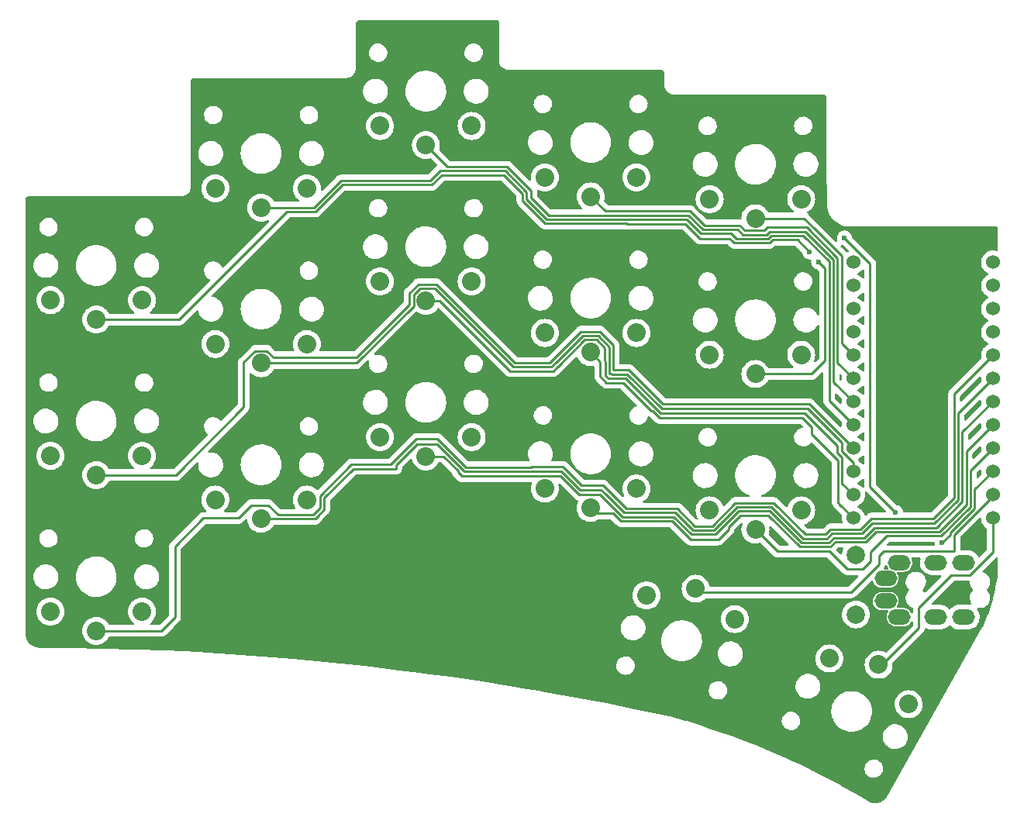
<source format=gtl>
G04 #@! TF.GenerationSoftware,KiCad,Pcbnew,(6.0.4)*
G04 #@! TF.CreationDate,2022-04-21T21:54:51+02:00*
G04 #@! TF.ProjectId,ferris-sweep-compact,66657272-6973-42d7-9377-6565702d636f,0.1*
G04 #@! TF.SameCoordinates,Original*
G04 #@! TF.FileFunction,Copper,L1,Top*
G04 #@! TF.FilePolarity,Positive*
%FSLAX46Y46*%
G04 Gerber Fmt 4.6, Leading zero omitted, Abs format (unit mm)*
G04 Created by KiCad (PCBNEW (6.0.4)) date 2022-04-21 21:54:51*
%MOMM*%
%LPD*%
G01*
G04 APERTURE LIST*
G04 #@! TA.AperFunction,ComponentPad*
%ADD10C,2.032000*%
G04 #@! TD*
G04 #@! TA.AperFunction,ComponentPad*
%ADD11C,1.524000*%
G04 #@! TD*
G04 #@! TA.AperFunction,ComponentPad*
%ADD12C,2.000000*%
G04 #@! TD*
G04 #@! TA.AperFunction,ComponentPad*
%ADD13O,2.500000X1.700000*%
G04 #@! TD*
G04 #@! TA.AperFunction,ViaPad*
%ADD14C,0.600000*%
G04 #@! TD*
G04 #@! TA.AperFunction,Conductor*
%ADD15C,0.250000*%
G04 #@! TD*
G04 APERTURE END LIST*
D10*
X132730127Y-90689103D03*
X124069873Y-85689103D03*
X129450000Y-86370450D03*
D11*
X141911400Y-42422000D03*
X141911400Y-44962000D03*
X141911400Y-47502000D03*
X141911400Y-50042000D03*
X141911400Y-52582000D03*
X141911400Y-55122000D03*
X141911400Y-57662000D03*
X141911400Y-60202000D03*
X141911400Y-62742000D03*
X141911400Y-65282000D03*
X141911400Y-67822000D03*
X141911400Y-70362000D03*
X126691400Y-70362000D03*
X126691400Y-67822000D03*
X126691400Y-65282000D03*
X126691400Y-62742000D03*
X126691400Y-60202000D03*
X126691400Y-57662000D03*
X126691400Y-55122000D03*
X126691400Y-52582000D03*
X126691400Y-50042000D03*
X126691400Y-47502000D03*
X126691400Y-44962000D03*
X126691400Y-42422000D03*
D10*
X85000000Y-44520000D03*
X75000000Y-44520000D03*
X80000000Y-46620000D03*
X49000000Y-46570000D03*
X39000000Y-46570000D03*
X44000000Y-48670000D03*
X67000000Y-34340000D03*
X57000000Y-34340000D03*
X62000000Y-36440000D03*
X85000000Y-27530000D03*
X75000000Y-27530000D03*
X80000000Y-29630000D03*
X103000000Y-33140000D03*
X93000000Y-33140000D03*
X98000000Y-35240000D03*
X121000000Y-35520000D03*
X111000000Y-35520000D03*
X116000000Y-37620000D03*
X49000000Y-63570000D03*
X39000000Y-63570000D03*
X44000000Y-65670000D03*
X67000000Y-51340000D03*
X57000000Y-51340000D03*
X62000000Y-53440000D03*
X103000000Y-50140000D03*
X93000000Y-50140000D03*
X98000000Y-52240000D03*
X121000000Y-52520000D03*
X111000000Y-52520000D03*
X116000000Y-54620000D03*
X67000000Y-68345000D03*
X57000000Y-68345000D03*
X62000000Y-70445000D03*
X85000000Y-61520000D03*
X75000000Y-61520000D03*
X80000000Y-63620000D03*
X103000000Y-67145000D03*
X93000000Y-67145000D03*
X98000000Y-69245000D03*
X121000000Y-69520000D03*
X111000000Y-69520000D03*
X116000000Y-71620000D03*
X113753142Y-81393577D03*
X104093883Y-78805387D03*
X109467032Y-78071038D03*
X49000000Y-80575000D03*
X39000000Y-80575000D03*
X44000000Y-82675000D03*
D12*
X126970000Y-74390000D03*
X126970000Y-80890000D03*
D13*
X131720000Y-75230000D03*
X130220000Y-79430000D03*
X138720000Y-75230000D03*
X135720000Y-75230000D03*
X138720000Y-81180000D03*
X135720000Y-81180000D03*
X131720000Y-81180000D03*
X130220000Y-76980000D03*
D14*
X121920000Y-41294000D03*
X125730000Y-39770000D03*
X131318000Y-69742000D03*
X136398000Y-73044000D03*
X122900000Y-42400000D03*
D15*
X124563589Y-72500000D02*
X127863590Y-72500000D01*
X121015590Y-73050022D02*
X124013567Y-73050022D01*
X135736400Y-71400011D02*
X138599982Y-68536429D01*
X117578270Y-69612702D02*
X121015590Y-73050022D01*
X80000000Y-63620000D02*
X81905180Y-63620000D01*
X94739180Y-65786000D02*
X96741861Y-67788681D01*
X128963579Y-71400011D02*
X135736400Y-71400011D01*
X83483980Y-65198800D02*
X83483981Y-65360019D01*
X138599982Y-68536429D02*
X138599982Y-60973418D01*
X107082235Y-70228989D02*
X108987233Y-72133987D01*
X83483981Y-65360019D02*
X83909962Y-65786000D01*
X127863590Y-72500000D02*
X128963579Y-71400011D01*
X83909962Y-65786000D02*
X94739180Y-65786000D01*
X101475011Y-70228989D02*
X107082235Y-70228989D01*
X124013567Y-73050022D02*
X124563589Y-72500000D01*
X111643515Y-72133987D02*
X114164800Y-69612702D01*
X96741861Y-67788681D02*
X99034703Y-67788681D01*
X99034703Y-67788681D02*
X101475011Y-70228989D01*
X138599982Y-60973418D02*
X141911400Y-57662000D01*
X108987233Y-72133987D02*
X111643515Y-72133987D01*
X81905180Y-63620000D02*
X83483980Y-65198800D01*
X114164800Y-69612702D02*
X117578270Y-69612702D01*
X100076000Y-69850000D02*
X100459612Y-69850000D01*
X98000000Y-69400011D02*
X98155011Y-69400011D01*
X98605000Y-69850000D02*
X98000000Y-69245000D01*
X100459612Y-69850000D02*
X98605000Y-69850000D01*
X129149979Y-71850022D02*
X136127158Y-71850022D01*
X128049990Y-72950011D02*
X129149979Y-71850022D01*
X100459612Y-69850000D02*
X101288611Y-70678999D01*
X101288611Y-70678999D02*
X106895835Y-70678999D01*
X139049992Y-63063408D02*
X141911400Y-60202000D01*
X124749989Y-72950011D02*
X128049990Y-72950011D01*
X113034956Y-71632956D02*
X113034956Y-71378956D01*
X106895835Y-70678999D02*
X108923030Y-72706194D01*
X111961718Y-72706194D02*
X113034956Y-71632956D01*
X121317965Y-73500031D02*
X121317967Y-73500033D01*
X108923030Y-72706194D02*
X111961718Y-72706194D01*
X117391870Y-70062712D02*
X120829189Y-73500031D01*
X113034956Y-71378956D02*
X114351200Y-70062712D01*
X139049992Y-68927188D02*
X139049992Y-63063408D01*
X120829189Y-73500031D02*
X121317965Y-73500031D01*
X121317967Y-73500033D02*
X124199967Y-73500033D01*
X136127158Y-71850022D02*
X139049992Y-68927188D01*
X114351200Y-70062712D02*
X117391870Y-70062712D01*
X124199967Y-73500033D02*
X124749989Y-72950011D01*
X124072819Y-73999999D02*
X126022817Y-75949997D01*
X139500003Y-65153397D02*
X141911400Y-62742000D01*
X126022817Y-75949997D02*
X127699999Y-75949997D01*
X136313557Y-72300033D02*
X139500003Y-69113587D01*
X130363556Y-72300033D02*
X136313557Y-72300033D01*
X127699999Y-75949997D02*
X128599987Y-75050011D01*
X128599987Y-74063602D02*
X130363556Y-72300033D01*
X139500003Y-69113587D02*
X139500003Y-65153397D01*
X128599987Y-75050011D02*
X128599987Y-74063602D01*
X118379999Y-73999999D02*
X124072819Y-73999999D01*
X116000000Y-71620000D02*
X118379999Y-73999999D01*
X141911400Y-65282000D02*
X139950014Y-67243386D01*
X137271990Y-71978010D02*
X139950014Y-69299986D01*
X137271990Y-72170010D02*
X137271990Y-71978010D01*
X136398000Y-73044000D02*
X137271990Y-72170010D01*
X139950014Y-69230014D02*
X139950014Y-69299987D01*
X139950014Y-69299986D02*
X139950014Y-69230014D01*
X139950014Y-67243386D02*
X139950014Y-69230014D01*
X128524000Y-42564000D02*
X128524000Y-66948000D01*
X125730000Y-39770000D02*
X128524000Y-42564000D01*
X128524000Y-66948000D02*
X131318000Y-69742000D01*
X117554202Y-40311028D02*
X117907200Y-39958030D01*
X113697117Y-40311029D02*
X117554202Y-40311028D01*
X113528045Y-40141955D02*
X113697117Y-40311029D01*
X113198498Y-39812410D02*
X113528045Y-40141955D01*
X108373180Y-38246000D02*
X109939590Y-39812410D01*
X101962000Y-38246000D02*
X108373180Y-38246000D01*
X101906030Y-38190030D02*
X101962000Y-38246000D01*
X44000000Y-48670000D02*
X53076000Y-48670000D01*
X90171180Y-34544000D02*
X90549990Y-34922810D01*
X88506020Y-32880020D02*
X90170000Y-34544000D01*
X64855990Y-36890010D02*
X67946401Y-36890009D01*
X90549990Y-35722808D02*
X93017210Y-38190030D01*
X70886400Y-33950010D02*
X80686401Y-33950009D01*
X67946401Y-36890009D02*
X70886400Y-33950010D01*
X80686401Y-33950009D02*
X81756390Y-32880020D01*
X117907200Y-39958030D02*
X120584030Y-39958030D01*
X109939590Y-39812410D02*
X113198498Y-39812410D01*
X81756390Y-32880020D02*
X88506020Y-32880020D01*
X120584030Y-39958030D02*
X121920000Y-41294000D01*
X90170000Y-34544000D02*
X90171180Y-34544000D01*
X90549990Y-34922810D02*
X90549990Y-35722808D01*
X53076000Y-48670000D02*
X64855990Y-36890010D01*
X93017210Y-38190030D02*
X101906030Y-38190030D01*
X125410874Y-51301474D02*
X126691400Y-52582000D01*
X125410874Y-41710874D02*
X125410874Y-51301474D01*
X121320000Y-37620000D02*
X122495000Y-38795000D01*
X116000000Y-37620000D02*
X121320000Y-37620000D01*
X122495000Y-38795000D02*
X125410874Y-41710874D01*
X122420000Y-38720000D02*
X122495000Y-38795000D01*
X116994999Y-38961001D02*
X117348000Y-38608000D01*
X114254001Y-38399999D02*
X114815003Y-38961001D01*
X110436409Y-38399999D02*
X114254001Y-38399999D01*
X114815003Y-38961001D02*
X116994999Y-38961001D01*
X108876410Y-36840000D02*
X110436409Y-38399999D01*
X124960865Y-41960864D02*
X124960865Y-53391465D01*
X99578000Y-36840000D02*
X108876410Y-36840000D01*
X121608001Y-38608000D02*
X124960865Y-41960864D01*
X99578000Y-36818000D02*
X99578000Y-36840000D01*
X124960865Y-53391465D02*
X126691400Y-55122000D01*
X117348000Y-38608000D02*
X121608001Y-38608000D01*
X98000000Y-35240000D02*
X99578000Y-36818000D01*
X124510854Y-42147264D02*
X124510854Y-55481454D01*
X80000000Y-29630000D02*
X82350000Y-31980000D01*
X82350000Y-31980000D02*
X88880000Y-31980000D01*
X88880000Y-31980000D02*
X91500000Y-34600000D01*
X91500000Y-34600000D02*
X91500000Y-35400000D01*
X124510854Y-55481454D02*
X126691400Y-57662000D01*
X93390010Y-37290010D02*
X108690010Y-37290010D01*
X108690010Y-37290010D02*
X110250010Y-38850010D01*
X110250010Y-38850010D02*
X114067602Y-38850010D01*
X91500000Y-35400000D02*
X93390010Y-37290010D01*
X117181400Y-39411010D02*
X117534400Y-39058010D01*
X114067602Y-38850010D02*
X114628603Y-39411011D01*
X114628603Y-39411011D02*
X117181400Y-39411010D01*
X117534400Y-39058010D02*
X121421600Y-39058010D01*
X121421600Y-39058010D02*
X124510854Y-42147264D01*
X124060844Y-42333664D02*
X124060844Y-57571444D01*
X121235200Y-39508020D02*
X124060844Y-42333664D01*
X62000000Y-36440000D02*
X67760000Y-36440000D01*
X117720800Y-39508020D02*
X121235200Y-39508020D01*
X110063610Y-39300020D02*
X113322518Y-39300020D01*
X67760000Y-36440000D02*
X70700000Y-33500000D01*
X124060844Y-57571444D02*
X126691400Y-60202000D01*
X80500000Y-33500000D02*
X81569990Y-32430010D01*
X70700000Y-33500000D02*
X80500000Y-33500000D01*
X93203610Y-37740020D02*
X108503610Y-37740020D01*
X81569990Y-32430010D02*
X88693600Y-32430010D01*
X108503610Y-37740020D02*
X110063610Y-39300020D01*
X113322518Y-39300020D02*
X113883517Y-39861019D01*
X117367801Y-39861019D02*
X117720800Y-39508020D01*
X88693600Y-32430010D02*
X91000000Y-34736410D01*
X91000000Y-34736410D02*
X91000000Y-35536410D01*
X91000000Y-35536410D02*
X93203610Y-37740020D01*
X113883517Y-39861019D02*
X117367801Y-39861019D01*
X105918000Y-57912000D02*
X121861400Y-57912000D01*
X100500018Y-51482516D02*
X100500018Y-54185982D01*
X99016483Y-49998981D02*
X100500018Y-51482516D01*
X44000000Y-65670000D02*
X52669046Y-65670000D01*
X93531980Y-53399980D02*
X96932979Y-49998981D01*
X63341001Y-52796319D02*
X72425681Y-52796319D01*
X89721980Y-53399980D02*
X93531980Y-53399980D01*
X52669046Y-65670000D02*
X60100000Y-58239046D01*
X60100000Y-58239046D02*
X60100000Y-53355318D01*
X60100000Y-53355318D02*
X61356319Y-52098999D01*
X72425681Y-52796319D02*
X78208989Y-47013011D01*
X121861400Y-57912000D02*
X125065700Y-61116300D01*
X61356319Y-52098999D02*
X62643681Y-52098999D01*
X96932979Y-49998981D02*
X99016483Y-49998981D01*
X62643681Y-52098999D02*
X63341001Y-52796319D01*
X78208989Y-47013011D02*
X78208989Y-45789919D01*
X102191982Y-54185982D02*
X105918000Y-57912000D01*
X100500018Y-54185982D02*
X102191982Y-54185982D01*
X78208989Y-45789919D02*
X79169919Y-44828989D01*
X125065700Y-61116300D02*
X126691400Y-62742000D01*
X79169919Y-44828989D02*
X81150989Y-44828989D01*
X81150989Y-44828989D02*
X89721980Y-53399980D01*
X121732990Y-58420000D02*
X125404319Y-62091329D01*
X105789590Y-58420000D02*
X121732990Y-58420000D01*
X102005582Y-54635992D02*
X105789590Y-58420000D01*
X100294816Y-54617190D02*
X100313618Y-54635992D01*
X125404319Y-63063681D02*
X126691400Y-64350762D01*
X100050010Y-54617190D02*
X100294816Y-54617190D01*
X62000000Y-53440000D02*
X72418410Y-53440000D01*
X72418410Y-53440000D02*
X78658999Y-47199411D01*
X126691400Y-64350762D02*
X126691400Y-65282000D01*
X78658999Y-47199411D02*
X78658999Y-45976319D01*
X100050010Y-51668918D02*
X100050010Y-54617190D01*
X79356319Y-45278999D02*
X80964589Y-45278999D01*
X97169919Y-50448989D02*
X98830082Y-50448990D01*
X94235990Y-53382918D02*
X97169919Y-50448989D01*
X100313618Y-54635992D02*
X102005582Y-54635992D01*
X98830082Y-50448990D02*
X100050010Y-51668918D01*
X125404319Y-62091329D02*
X125404319Y-63063681D01*
X80964589Y-45278999D02*
X89535580Y-53849990D01*
X78658999Y-45976319D02*
X79356319Y-45278999D01*
X89535580Y-53849990D02*
X93727990Y-53849990D01*
X93727990Y-53849990D02*
X94195062Y-53382918D01*
X94195062Y-53382918D02*
X94235990Y-53382918D01*
X123600000Y-53004682D02*
X123600000Y-43100000D01*
X123600000Y-43100000D02*
X122900000Y-42400000D01*
X122900000Y-42400000D02*
X122900000Y-42400000D01*
X120884682Y-54620000D02*
X120894682Y-54610000D01*
X116000000Y-54620000D02*
X120884682Y-54620000D01*
X123610834Y-53173166D02*
X123610834Y-53086000D01*
X122174000Y-54610000D02*
X123610834Y-53173166D01*
X120894682Y-54610000D02*
X122174000Y-54610000D01*
X128777179Y-70950000D02*
X135550000Y-70950000D01*
X79073411Y-62278999D02*
X81200589Y-62278999D01*
X99606767Y-67724335D02*
X99625991Y-67724335D01*
X121201989Y-72600011D02*
X123827167Y-72600011D01*
X76757804Y-64594606D02*
X79073411Y-62278999D01*
X92259990Y-65220010D02*
X94809600Y-65220010D01*
X99625991Y-67724335D02*
X101680633Y-69778977D01*
X72060214Y-64974196D02*
X76757804Y-64974196D01*
X68903010Y-68131400D02*
X72060214Y-64974196D01*
X68159000Y-70191000D02*
X68159000Y-70145410D01*
X94809600Y-65220010D02*
X96841600Y-67252010D01*
X68159000Y-70145410D02*
X68903010Y-69401400D01*
X84197600Y-65276010D02*
X92203990Y-65276010D01*
X127677190Y-72049989D02*
X128777179Y-70950000D01*
X138149970Y-68350030D02*
X138149970Y-58883430D01*
X81200589Y-62278999D02*
X84197600Y-65276010D01*
X96841600Y-67252010D02*
X99134442Y-67252010D01*
X76757804Y-64974196D02*
X76757804Y-64594606D01*
X113978400Y-69162692D02*
X117764670Y-69162692D01*
X68903010Y-69401400D02*
X68903010Y-68131400D01*
X101680633Y-69778977D02*
X107268633Y-69778977D01*
X92203990Y-65276010D02*
X92259990Y-65220010D01*
X107268633Y-69778977D02*
X109173633Y-71683977D01*
X109173633Y-71683977D02*
X111457115Y-71683977D01*
X138149970Y-58883430D02*
X141911400Y-55122000D01*
X111457115Y-71683977D02*
X113978400Y-69162692D01*
X67905000Y-70445000D02*
X68159000Y-70191000D01*
X117764670Y-69162692D02*
X121201989Y-72600011D01*
X99134442Y-67252010D02*
X99606767Y-67724335D01*
X62000000Y-70445000D02*
X67905000Y-70445000D01*
X123827167Y-72600011D02*
X124377189Y-72049989D01*
X135550000Y-70950000D02*
X138149970Y-68350030D01*
X124377189Y-72049989D02*
X127677190Y-72049989D01*
X137699959Y-56793441D02*
X141911400Y-52582000D01*
X137699959Y-68100041D02*
X137699959Y-56793441D01*
X127490790Y-71599978D02*
X128690768Y-70400000D01*
X124190789Y-71599978D02*
X127490790Y-71599978D01*
X123640768Y-72150000D02*
X124190789Y-71599978D01*
X68453000Y-67945000D02*
X71882000Y-64516000D01*
X68453000Y-69215000D02*
X68453000Y-67945000D01*
X99340066Y-66802000D02*
X101867033Y-69328967D01*
X71882000Y-64516000D02*
X76200000Y-64516000D01*
X60950000Y-68950000D02*
X62800000Y-68950000D01*
X63844989Y-69994989D02*
X67673011Y-69994989D01*
X59550000Y-70350000D02*
X60950000Y-68950000D01*
X91565590Y-64770000D02*
X94996000Y-64770000D01*
X55700000Y-70350000D02*
X59550000Y-70350000D01*
X52600000Y-73450000D02*
X55700000Y-70350000D01*
X67673011Y-69994989D02*
X68453000Y-69215000D01*
X94996000Y-64770000D02*
X97028000Y-66802000D01*
X52600000Y-81200000D02*
X52600000Y-73450000D01*
X128690768Y-70400000D02*
X135400000Y-70400000D01*
X62800000Y-68950000D02*
X63844989Y-69994989D01*
X44000000Y-82675000D02*
X51125000Y-82675000D01*
X135400000Y-70400000D02*
X137699959Y-68100041D01*
X51125000Y-82675000D02*
X52600000Y-81200000D01*
X81280000Y-61722000D02*
X84384000Y-64826000D01*
X76200000Y-64516000D02*
X78994000Y-61722000D01*
X84384000Y-64826000D02*
X91509590Y-64826000D01*
X78994000Y-61722000D02*
X81280000Y-61722000D01*
X109360033Y-71233967D02*
X111270715Y-71233967D01*
X97028000Y-66802000D02*
X99340066Y-66802000D01*
X101867033Y-69328967D02*
X107455033Y-69328967D01*
X121426000Y-72150000D02*
X123640768Y-72150000D01*
X107455033Y-69328967D02*
X109360033Y-71233967D01*
X91509590Y-64826000D02*
X91565590Y-64770000D01*
X111270715Y-71233967D02*
X113792000Y-68712682D01*
X113792000Y-68712682D02*
X117988682Y-68712682D01*
X117988682Y-68712682D02*
X121426000Y-72150000D01*
X125446700Y-66577300D02*
X126691400Y-67822000D01*
X125446700Y-63742472D02*
X125446700Y-66577300D01*
X81530000Y-46620000D02*
X89210000Y-54300000D01*
X80000000Y-46620000D02*
X81530000Y-46620000D01*
X97356319Y-50898999D02*
X98643681Y-50898999D01*
X89210000Y-54300000D02*
X93914390Y-54300000D01*
X99527000Y-53127000D02*
X99600000Y-53200000D01*
X93914390Y-54300000D02*
X94381463Y-53832927D01*
X99600000Y-53200000D02*
X99600000Y-54803590D01*
X94381463Y-53832927D02*
X94422391Y-53832927D01*
X94422391Y-53832927D02*
X97356319Y-50898999D01*
X98643681Y-50898999D02*
X99527000Y-51782318D01*
X99527000Y-51782318D02*
X99527000Y-53127000D01*
X99600000Y-54803590D02*
X99915820Y-55119410D01*
X101852590Y-55119410D02*
X105661180Y-58928000D01*
X99915820Y-55119410D02*
X101852590Y-55119410D01*
X124954309Y-63250081D02*
X125446700Y-63742472D01*
X124954309Y-62470309D02*
X124954309Y-63250081D01*
X121412000Y-58928000D02*
X124954309Y-62470309D01*
X105661180Y-58928000D02*
X121412000Y-58928000D01*
X125192700Y-68863300D02*
X126691400Y-70362000D01*
X124996690Y-68667290D02*
X125192700Y-68863300D01*
X124996690Y-64036690D02*
X124996690Y-68667290D01*
X122174000Y-60452000D02*
X122174000Y-61214000D01*
X105532770Y-59436000D02*
X121158000Y-59436000D01*
X104648000Y-58674000D02*
X104770770Y-58674000D01*
X122174000Y-61214000D02*
X124996690Y-64036690D01*
X104770770Y-58674000D02*
X105532770Y-59436000D01*
X99729419Y-55569419D02*
X101543419Y-55569419D01*
X121158000Y-59436000D02*
X122174000Y-60452000D01*
X101543419Y-55569419D02*
X104648000Y-58674000D01*
X98000000Y-52240000D02*
X99060000Y-53300000D01*
X99060000Y-54864000D02*
X99042000Y-54882000D01*
X99060000Y-53300000D02*
X99060000Y-54864000D01*
X99042000Y-54882000D02*
X99729419Y-55569419D01*
X133850000Y-82370450D02*
X129450000Y-86770450D01*
X133850000Y-80119002D02*
X133850000Y-82370450D01*
X137369002Y-76600000D02*
X133850000Y-80119002D01*
X139411715Y-76600000D02*
X137369002Y-76600000D01*
X141911400Y-74100315D02*
X139411715Y-76600000D01*
X141911400Y-70362000D02*
X141911400Y-74100315D01*
X137722000Y-72164410D02*
X141911400Y-67975010D01*
X137722000Y-74006000D02*
X137722000Y-72164410D01*
X129994000Y-74006000D02*
X137722000Y-74006000D01*
X129500009Y-74499991D02*
X129994000Y-74006000D01*
X141911400Y-67975010D02*
X141911400Y-67822000D01*
X129500008Y-75422812D02*
X129500009Y-74499991D01*
X126451780Y-78471038D02*
X129500008Y-75422812D01*
X109467032Y-78471038D02*
X126451780Y-78471038D01*
G04 #@! TA.AperFunction,NonConductor*
G36*
X125473287Y-40537178D02*
G01*
X125533168Y-40559448D01*
X125540153Y-40560380D01*
X125540157Y-40560381D01*
X125575087Y-40565041D01*
X125595187Y-40567723D01*
X125660063Y-40596558D01*
X125667617Y-40603521D01*
X126150094Y-41085998D01*
X126184120Y-41148310D01*
X126179055Y-41219125D01*
X126136508Y-41275961D01*
X126114250Y-41289287D01*
X126058715Y-41315184D01*
X126058712Y-41315186D01*
X126053724Y-41317512D01*
X126049566Y-41320424D01*
X125980702Y-41337135D01*
X125913609Y-41313918D01*
X125884754Y-41285339D01*
X125881007Y-41280182D01*
X125881006Y-41280181D01*
X125876346Y-41273767D01*
X125842269Y-41245576D01*
X125833490Y-41237586D01*
X125340276Y-40744372D01*
X125306250Y-40682060D01*
X125311315Y-40611245D01*
X125353862Y-40554409D01*
X125420382Y-40529598D01*
X125473287Y-40537178D01*
G37*
G04 #@! TD.AperFunction*
G04 #@! TA.AperFunction,NonConductor*
G36*
X127858407Y-43238492D02*
G01*
X127888918Y-43302598D01*
X127890500Y-43322501D01*
X127890500Y-44061499D01*
X127870498Y-44129620D01*
X127816842Y-44176113D01*
X127746568Y-44186217D01*
X127681988Y-44156723D01*
X127670020Y-44144565D01*
X127668377Y-44142219D01*
X127511181Y-43985023D01*
X127506673Y-43981866D01*
X127506670Y-43981864D01*
X127385483Y-43897008D01*
X127329077Y-43857512D01*
X127324095Y-43855189D01*
X127324090Y-43855186D01*
X127219027Y-43806195D01*
X127165742Y-43759278D01*
X127146281Y-43691001D01*
X127166823Y-43623041D01*
X127219027Y-43577805D01*
X127324090Y-43528814D01*
X127324095Y-43528811D01*
X127329077Y-43526488D01*
X127488878Y-43414594D01*
X127506670Y-43402136D01*
X127506673Y-43402134D01*
X127511181Y-43398977D01*
X127668377Y-43241781D01*
X127669083Y-43240773D01*
X127727093Y-43202182D01*
X127798080Y-43201058D01*
X127858407Y-43238492D01*
G37*
G04 #@! TD.AperFunction*
G04 #@! TA.AperFunction,NonConductor*
G36*
X127858407Y-45778492D02*
G01*
X127888918Y-45842598D01*
X127890500Y-45862501D01*
X127890500Y-46601499D01*
X127870498Y-46669620D01*
X127816842Y-46716113D01*
X127746568Y-46726217D01*
X127681988Y-46696723D01*
X127670020Y-46684565D01*
X127668377Y-46682219D01*
X127511181Y-46525023D01*
X127506673Y-46521866D01*
X127506670Y-46521864D01*
X127403396Y-46449551D01*
X127329077Y-46397512D01*
X127324095Y-46395189D01*
X127324090Y-46395186D01*
X127219027Y-46346195D01*
X127165742Y-46299278D01*
X127146281Y-46231001D01*
X127166823Y-46163041D01*
X127219027Y-46117805D01*
X127324090Y-46068814D01*
X127324095Y-46068811D01*
X127329077Y-46066488D01*
X127490913Y-45953169D01*
X127506670Y-45942136D01*
X127506673Y-45942134D01*
X127511181Y-45938977D01*
X127668377Y-45781781D01*
X127669083Y-45780773D01*
X127727093Y-45742182D01*
X127798080Y-45741058D01*
X127858407Y-45778492D01*
G37*
G04 #@! TD.AperFunction*
G04 #@! TA.AperFunction,NonConductor*
G36*
X127858407Y-48318492D02*
G01*
X127888918Y-48382598D01*
X127890500Y-48402501D01*
X127890500Y-49141499D01*
X127870498Y-49209620D01*
X127816842Y-49256113D01*
X127746568Y-49266217D01*
X127681988Y-49236723D01*
X127670020Y-49224565D01*
X127668377Y-49222219D01*
X127511181Y-49065023D01*
X127506673Y-49061866D01*
X127506670Y-49061864D01*
X127367157Y-48964176D01*
X127329077Y-48937512D01*
X127324095Y-48935189D01*
X127324090Y-48935186D01*
X127219027Y-48886195D01*
X127165742Y-48839278D01*
X127146281Y-48771001D01*
X127166823Y-48703041D01*
X127219027Y-48657805D01*
X127324090Y-48608814D01*
X127324095Y-48608811D01*
X127329077Y-48606488D01*
X127463151Y-48512608D01*
X127506670Y-48482136D01*
X127506673Y-48482134D01*
X127511181Y-48478977D01*
X127668377Y-48321781D01*
X127669083Y-48320773D01*
X127727093Y-48282182D01*
X127798080Y-48281058D01*
X127858407Y-48318492D01*
G37*
G04 #@! TD.AperFunction*
G04 #@! TA.AperFunction,NonConductor*
G36*
X127858407Y-50858492D02*
G01*
X127888918Y-50922598D01*
X127890500Y-50942501D01*
X127890500Y-51681499D01*
X127870498Y-51749620D01*
X127816842Y-51796113D01*
X127746568Y-51806217D01*
X127681988Y-51776723D01*
X127670020Y-51764565D01*
X127668377Y-51762219D01*
X127511181Y-51605023D01*
X127506673Y-51601866D01*
X127506670Y-51601864D01*
X127385494Y-51517016D01*
X127329077Y-51477512D01*
X127324095Y-51475189D01*
X127324090Y-51475186D01*
X127219027Y-51426195D01*
X127165742Y-51379278D01*
X127146281Y-51311001D01*
X127166823Y-51243041D01*
X127219027Y-51197805D01*
X127324090Y-51148814D01*
X127324095Y-51148811D01*
X127329077Y-51146488D01*
X127438577Y-51069815D01*
X127506670Y-51022136D01*
X127506673Y-51022134D01*
X127511181Y-51018977D01*
X127668377Y-50861781D01*
X127669083Y-50860773D01*
X127727093Y-50822182D01*
X127798080Y-50821058D01*
X127858407Y-50858492D01*
G37*
G04 #@! TD.AperFunction*
G04 #@! TA.AperFunction,NonConductor*
G36*
X127858407Y-53398492D02*
G01*
X127888918Y-53462598D01*
X127890500Y-53482501D01*
X127890500Y-54221499D01*
X127870498Y-54289620D01*
X127816842Y-54336113D01*
X127746568Y-54346217D01*
X127681988Y-54316723D01*
X127670020Y-54304565D01*
X127668377Y-54302219D01*
X127511181Y-54145023D01*
X127506673Y-54141866D01*
X127506670Y-54141864D01*
X127405354Y-54070922D01*
X127329077Y-54017512D01*
X127324095Y-54015189D01*
X127324090Y-54015186D01*
X127219027Y-53966195D01*
X127165742Y-53919278D01*
X127146281Y-53851001D01*
X127166823Y-53783041D01*
X127219027Y-53737805D01*
X127324090Y-53688814D01*
X127324095Y-53688811D01*
X127329077Y-53686488D01*
X127463610Y-53592287D01*
X127506670Y-53562136D01*
X127506673Y-53562134D01*
X127511181Y-53558977D01*
X127668377Y-53401781D01*
X127669083Y-53400773D01*
X127727093Y-53362182D01*
X127798080Y-53361058D01*
X127858407Y-53398492D01*
G37*
G04 #@! TD.AperFunction*
G04 #@! TA.AperFunction,NonConductor*
G36*
X125352866Y-54679826D02*
G01*
X125359449Y-54685955D01*
X125413274Y-54739780D01*
X125447300Y-54802092D01*
X125445885Y-54861488D01*
X125436846Y-54895220D01*
X125436845Y-54895228D01*
X125435422Y-54900537D01*
X125416047Y-55122000D01*
X125417628Y-55140073D01*
X125421229Y-55181232D01*
X125407240Y-55250836D01*
X125357840Y-55301829D01*
X125288714Y-55318019D01*
X125221809Y-55294266D01*
X125206613Y-55281308D01*
X125181259Y-55255954D01*
X125147233Y-55193642D01*
X125144354Y-55166859D01*
X125144354Y-54775050D01*
X125164356Y-54706929D01*
X125218012Y-54660436D01*
X125288286Y-54650332D01*
X125352866Y-54679826D01*
G37*
G04 #@! TD.AperFunction*
G04 #@! TA.AperFunction,NonConductor*
G36*
X127858407Y-55938492D02*
G01*
X127888918Y-56002598D01*
X127890500Y-56022501D01*
X127890500Y-56761499D01*
X127870498Y-56829620D01*
X127816842Y-56876113D01*
X127746568Y-56886217D01*
X127681988Y-56856723D01*
X127670020Y-56844565D01*
X127668377Y-56842219D01*
X127511181Y-56685023D01*
X127506673Y-56681866D01*
X127506670Y-56681864D01*
X127401211Y-56608021D01*
X127329077Y-56557512D01*
X127324095Y-56555189D01*
X127324090Y-56555186D01*
X127219027Y-56506195D01*
X127165742Y-56459278D01*
X127146281Y-56391001D01*
X127166823Y-56323041D01*
X127219027Y-56277805D01*
X127324090Y-56228814D01*
X127324095Y-56228811D01*
X127329077Y-56226488D01*
X127439435Y-56149214D01*
X127506670Y-56102136D01*
X127506673Y-56102134D01*
X127511181Y-56098977D01*
X127668377Y-55941781D01*
X127669083Y-55940773D01*
X127727093Y-55902182D01*
X127798080Y-55901058D01*
X127858407Y-55938492D01*
G37*
G04 #@! TD.AperFunction*
G04 #@! TA.AperFunction,NonConductor*
G36*
X140559741Y-54933731D02*
G01*
X140616576Y-54976278D01*
X140641387Y-55042798D01*
X140641229Y-55062768D01*
X140636047Y-55122000D01*
X140655422Y-55343463D01*
X140656846Y-55348777D01*
X140656847Y-55348783D01*
X140665885Y-55382514D01*
X140664196Y-55453490D01*
X140633274Y-55504221D01*
X138548554Y-57588941D01*
X138486242Y-57622967D01*
X138415427Y-57617902D01*
X138358591Y-57575355D01*
X138333780Y-57508835D01*
X138333459Y-57499846D01*
X138333459Y-57108035D01*
X138353461Y-57039914D01*
X138370364Y-57018940D01*
X140426613Y-54962692D01*
X140488925Y-54928666D01*
X140559741Y-54933731D01*
G37*
G04 #@! TD.AperFunction*
G04 #@! TA.AperFunction,NonConductor*
G36*
X124902856Y-56769815D02*
G01*
X124909436Y-56775940D01*
X125173409Y-57039914D01*
X125413275Y-57279780D01*
X125447300Y-57342092D01*
X125445885Y-57401488D01*
X125436846Y-57435220D01*
X125436845Y-57435228D01*
X125435422Y-57440537D01*
X125416047Y-57662000D01*
X125416526Y-57667475D01*
X125421229Y-57721232D01*
X125407240Y-57790836D01*
X125357840Y-57841829D01*
X125288714Y-57858019D01*
X125221809Y-57834266D01*
X125206613Y-57821308D01*
X124731249Y-57345944D01*
X124697223Y-57283632D01*
X124694344Y-57256849D01*
X124694344Y-56865039D01*
X124714346Y-56796918D01*
X124768002Y-56750425D01*
X124838276Y-56740321D01*
X124902856Y-56769815D01*
G37*
G04 #@! TD.AperFunction*
G04 #@! TA.AperFunction,NonConductor*
G36*
X127858407Y-58478492D02*
G01*
X127888918Y-58542598D01*
X127890500Y-58562501D01*
X127890500Y-59301499D01*
X127870498Y-59369620D01*
X127816842Y-59416113D01*
X127746568Y-59426217D01*
X127681988Y-59396723D01*
X127670020Y-59384565D01*
X127668377Y-59382219D01*
X127511181Y-59225023D01*
X127506673Y-59221866D01*
X127506670Y-59221864D01*
X127398088Y-59145834D01*
X127329077Y-59097512D01*
X127324095Y-59095189D01*
X127324090Y-59095186D01*
X127229473Y-59051066D01*
X127219027Y-59046195D01*
X127165742Y-58999278D01*
X127146281Y-58931001D01*
X127166823Y-58863041D01*
X127219027Y-58817805D01*
X127324090Y-58768814D01*
X127324095Y-58768811D01*
X127329077Y-58766488D01*
X127450602Y-58681395D01*
X127506670Y-58642136D01*
X127506673Y-58642134D01*
X127511181Y-58638977D01*
X127668377Y-58481781D01*
X127669083Y-58480773D01*
X127727093Y-58442182D01*
X127798080Y-58441058D01*
X127858407Y-58478492D01*
G37*
G04 #@! TD.AperFunction*
G04 #@! TA.AperFunction,NonConductor*
G36*
X140559740Y-57473730D02*
G01*
X140616576Y-57516277D01*
X140641387Y-57582797D01*
X140641229Y-57602767D01*
X140637127Y-57649658D01*
X140636047Y-57662000D01*
X140655422Y-57883463D01*
X140656846Y-57888777D01*
X140656847Y-57888783D01*
X140665885Y-57922514D01*
X140664196Y-57993490D01*
X140633274Y-58044221D01*
X138998565Y-59678930D01*
X138936253Y-59712956D01*
X138865438Y-59707891D01*
X138808602Y-59665344D01*
X138783791Y-59598824D01*
X138783470Y-59589835D01*
X138783470Y-59198024D01*
X138803472Y-59129903D01*
X138820375Y-59108929D01*
X140426613Y-57502691D01*
X140488925Y-57468665D01*
X140559740Y-57473730D01*
G37*
G04 #@! TD.AperFunction*
G04 #@! TA.AperFunction,NonConductor*
G36*
X140559740Y-60013730D02*
G01*
X140616576Y-60056277D01*
X140641387Y-60122797D01*
X140641229Y-60142767D01*
X140640710Y-60148704D01*
X140636047Y-60202000D01*
X140655422Y-60423463D01*
X140656846Y-60428777D01*
X140665886Y-60462516D01*
X140664196Y-60533493D01*
X140633274Y-60584222D01*
X139448577Y-61768918D01*
X139386265Y-61802944D01*
X139315449Y-61797879D01*
X139258614Y-61755332D01*
X139233803Y-61688812D01*
X139233482Y-61679823D01*
X139233482Y-61288012D01*
X139253484Y-61219891D01*
X139270387Y-61198917D01*
X140426613Y-60042691D01*
X140488925Y-60008665D01*
X140559740Y-60013730D01*
G37*
G04 #@! TD.AperFunction*
G04 #@! TA.AperFunction,NonConductor*
G36*
X127858407Y-61018492D02*
G01*
X127888918Y-61082598D01*
X127890500Y-61102501D01*
X127890500Y-61841499D01*
X127870498Y-61909620D01*
X127816842Y-61956113D01*
X127746568Y-61966217D01*
X127681988Y-61936723D01*
X127670020Y-61924565D01*
X127668377Y-61922219D01*
X127511181Y-61765023D01*
X127506673Y-61761866D01*
X127506670Y-61761864D01*
X127402341Y-61688812D01*
X127329077Y-61637512D01*
X127324095Y-61635189D01*
X127324090Y-61635186D01*
X127231727Y-61592117D01*
X127219027Y-61586195D01*
X127165742Y-61539278D01*
X127146281Y-61471001D01*
X127166823Y-61403041D01*
X127219027Y-61357805D01*
X127324090Y-61308814D01*
X127324095Y-61308811D01*
X127329077Y-61306488D01*
X127456225Y-61217458D01*
X127506670Y-61182136D01*
X127506673Y-61182134D01*
X127511181Y-61178977D01*
X127668377Y-61021781D01*
X127669083Y-61020773D01*
X127727093Y-60982182D01*
X127798080Y-60981058D01*
X127858407Y-61018492D01*
G37*
G04 #@! TD.AperFunction*
G04 #@! TA.AperFunction,NonConductor*
G36*
X140559740Y-62553730D02*
G01*
X140616576Y-62596277D01*
X140641387Y-62662797D01*
X140641229Y-62682767D01*
X140636047Y-62742000D01*
X140655422Y-62963463D01*
X140656846Y-62968777D01*
X140656847Y-62968783D01*
X140665885Y-63002514D01*
X140664196Y-63073490D01*
X140633274Y-63124221D01*
X139898587Y-63858908D01*
X139836275Y-63892934D01*
X139765460Y-63887869D01*
X139708624Y-63845322D01*
X139683813Y-63778802D01*
X139683492Y-63769813D01*
X139683492Y-63378002D01*
X139703494Y-63309881D01*
X139720397Y-63288907D01*
X140426613Y-62582691D01*
X140488925Y-62548665D01*
X140559740Y-62553730D01*
G37*
G04 #@! TD.AperFunction*
G04 #@! TA.AperFunction,NonConductor*
G36*
X127858407Y-63558492D02*
G01*
X127888918Y-63622598D01*
X127890500Y-63642501D01*
X127890500Y-64381499D01*
X127870498Y-64449620D01*
X127816842Y-64496113D01*
X127746568Y-64506217D01*
X127681988Y-64476723D01*
X127670020Y-64464565D01*
X127668377Y-64462219D01*
X127511181Y-64305023D01*
X127506673Y-64301866D01*
X127506670Y-64301864D01*
X127329875Y-64178071D01*
X127285547Y-64122614D01*
X127281149Y-64110011D01*
X127279629Y-64104778D01*
X127279628Y-64104777D01*
X127277418Y-64097168D01*
X127273385Y-64090349D01*
X127273383Y-64090344D01*
X127267107Y-64079733D01*
X127258410Y-64061983D01*
X127250952Y-64043145D01*
X127246293Y-64036733D01*
X127244804Y-64034024D01*
X127229515Y-63964694D01*
X127254136Y-63898103D01*
X127301968Y-63859130D01*
X127324084Y-63848817D01*
X127324091Y-63848813D01*
X127329077Y-63846488D01*
X127438580Y-63769813D01*
X127506670Y-63722136D01*
X127506673Y-63722134D01*
X127511181Y-63718977D01*
X127668377Y-63561781D01*
X127669083Y-63560773D01*
X127727093Y-63522182D01*
X127798080Y-63521058D01*
X127858407Y-63558492D01*
G37*
G04 #@! TD.AperFunction*
G04 #@! TA.AperFunction,NonConductor*
G36*
X140559740Y-65093730D02*
G01*
X140616576Y-65136277D01*
X140641387Y-65202797D01*
X140641229Y-65222767D01*
X140636047Y-65282000D01*
X140655422Y-65503463D01*
X140663537Y-65533748D01*
X140665886Y-65542515D01*
X140664196Y-65613491D01*
X140633274Y-65664222D01*
X140348598Y-65948897D01*
X140286286Y-65982922D01*
X140215470Y-65977857D01*
X140158635Y-65935310D01*
X140133824Y-65868790D01*
X140133503Y-65859801D01*
X140133503Y-65467991D01*
X140153505Y-65399870D01*
X140170408Y-65378896D01*
X140426613Y-65122691D01*
X140488925Y-65088665D01*
X140559740Y-65093730D01*
G37*
G04 #@! TD.AperFunction*
G04 #@! TA.AperFunction,NonConductor*
G36*
X127858407Y-66098492D02*
G01*
X127888918Y-66162598D01*
X127890500Y-66182501D01*
X127890500Y-66869233D01*
X127889973Y-66880416D01*
X127888298Y-66887909D01*
X127888547Y-66895835D01*
X127888547Y-66895837D01*
X127889182Y-66916046D01*
X127871329Y-66984761D01*
X127819160Y-67032916D01*
X127749238Y-67045222D01*
X127683763Y-67017772D01*
X127669289Y-67003521D01*
X127668377Y-67002219D01*
X127511181Y-66845023D01*
X127506673Y-66841866D01*
X127506670Y-66841864D01*
X127422977Y-66783262D01*
X127329077Y-66717512D01*
X127324095Y-66715189D01*
X127324090Y-66715186D01*
X127219027Y-66666195D01*
X127165742Y-66619278D01*
X127146281Y-66551001D01*
X127166823Y-66483041D01*
X127219027Y-66437805D01*
X127324090Y-66388814D01*
X127324095Y-66388811D01*
X127329077Y-66386488D01*
X127497931Y-66268255D01*
X127506671Y-66262135D01*
X127511181Y-66258977D01*
X127668377Y-66101781D01*
X127669083Y-66100773D01*
X127727093Y-66062182D01*
X127798080Y-66061058D01*
X127858407Y-66098492D01*
G37*
G04 #@! TD.AperFunction*
G04 #@! TA.AperFunction,NonConductor*
G36*
X128123899Y-67453586D02*
G01*
X128157907Y-67477811D01*
X130231501Y-69551405D01*
X130265527Y-69613717D01*
X130260462Y-69684532D01*
X130217915Y-69741368D01*
X130151395Y-69766179D01*
X130142406Y-69766500D01*
X128769535Y-69766500D01*
X128758352Y-69765973D01*
X128750859Y-69764298D01*
X128742933Y-69764547D01*
X128742932Y-69764547D01*
X128682782Y-69766438D01*
X128678823Y-69766500D01*
X128650912Y-69766500D01*
X128646978Y-69766997D01*
X128646977Y-69766997D01*
X128646912Y-69767005D01*
X128635075Y-69767938D01*
X128603258Y-69768938D01*
X128598797Y-69769078D01*
X128590878Y-69769327D01*
X128573784Y-69774293D01*
X128571426Y-69774978D01*
X128552074Y-69778986D01*
X128549265Y-69779341D01*
X128531971Y-69781526D01*
X128524602Y-69784443D01*
X128524600Y-69784444D01*
X128490865Y-69797800D01*
X128479637Y-69801645D01*
X128437175Y-69813982D01*
X128430353Y-69818016D01*
X128430347Y-69818019D01*
X128419736Y-69824294D01*
X128401986Y-69832990D01*
X128390524Y-69837528D01*
X128390519Y-69837531D01*
X128383151Y-69840448D01*
X128368532Y-69851069D01*
X128347393Y-69866427D01*
X128337475Y-69872943D01*
X128318787Y-69883995D01*
X128299405Y-69895458D01*
X128285081Y-69909782D01*
X128270049Y-69922621D01*
X128253661Y-69934528D01*
X128225480Y-69968593D01*
X128217490Y-69977373D01*
X128124296Y-70070567D01*
X128061984Y-70104593D01*
X127991169Y-70099528D01*
X127934333Y-70056981D01*
X127913494Y-70014083D01*
X127908951Y-69997126D01*
X127889840Y-69925804D01*
X127886483Y-69918605D01*
X127798214Y-69729311D01*
X127798211Y-69729306D01*
X127795888Y-69724324D01*
X127792215Y-69719078D01*
X127671536Y-69546730D01*
X127671534Y-69546727D01*
X127668377Y-69542219D01*
X127511181Y-69385023D01*
X127506673Y-69381866D01*
X127506670Y-69381864D01*
X127411198Y-69315014D01*
X127329077Y-69257512D01*
X127324095Y-69255189D01*
X127324090Y-69255186D01*
X127219027Y-69206195D01*
X127165742Y-69159278D01*
X127146281Y-69091001D01*
X127166823Y-69023041D01*
X127219027Y-68977805D01*
X127324090Y-68928814D01*
X127324095Y-68928811D01*
X127329077Y-68926488D01*
X127448814Y-68842647D01*
X127506670Y-68802136D01*
X127506673Y-68802134D01*
X127511181Y-68798977D01*
X127668377Y-68641781D01*
X127682823Y-68621151D01*
X127792731Y-68464185D01*
X127792732Y-68464183D01*
X127795888Y-68459676D01*
X127798211Y-68454694D01*
X127798214Y-68454689D01*
X127887517Y-68263178D01*
X127887518Y-68263177D01*
X127889840Y-68258196D01*
X127895974Y-68235306D01*
X127912003Y-68175483D01*
X127947378Y-68043463D01*
X127966753Y-67822000D01*
X127947378Y-67600537D01*
X127945954Y-67595223D01*
X127944999Y-67589806D01*
X127947339Y-67589393D01*
X127948806Y-67528507D01*
X127988616Y-67469722D01*
X128053889Y-67441793D01*
X128123899Y-67453586D01*
G37*
G04 #@! TD.AperFunction*
G04 #@! TA.AperFunction,NonConductor*
G36*
X117711644Y-71280388D02*
G01*
X117725952Y-71292698D01*
X119584658Y-73151404D01*
X119618684Y-73213716D01*
X119613619Y-73284531D01*
X119571072Y-73341367D01*
X119504552Y-73366178D01*
X119495563Y-73366499D01*
X118694593Y-73366499D01*
X118626472Y-73346497D01*
X118605498Y-73329594D01*
X117487590Y-72211686D01*
X117453564Y-72149374D01*
X117456393Y-72093039D01*
X117454369Y-72092553D01*
X117509232Y-71864035D01*
X117509233Y-71864029D01*
X117510387Y-71859222D01*
X117529214Y-71620000D01*
X117517286Y-71468436D01*
X117511245Y-71391679D01*
X117525841Y-71322199D01*
X117575684Y-71271639D01*
X117644948Y-71256053D01*
X117711644Y-71280388D01*
G37*
G04 #@! TD.AperFunction*
G04 #@! TA.AperFunction,NonConductor*
G36*
X135528616Y-72953535D02*
G01*
X135575109Y-73007191D01*
X135585894Y-73047237D01*
X135588585Y-73074679D01*
X135602163Y-73213160D01*
X135604389Y-73219851D01*
X135604484Y-73220299D01*
X135599084Y-73291090D01*
X135556269Y-73347724D01*
X135489633Y-73372220D01*
X135481238Y-73372500D01*
X130491183Y-73372500D01*
X130423062Y-73352498D01*
X130376569Y-73298842D01*
X130366465Y-73228568D01*
X130395959Y-73163988D01*
X130402088Y-73157405D01*
X130589055Y-72970438D01*
X130651367Y-72936412D01*
X130678150Y-72933533D01*
X135460495Y-72933533D01*
X135528616Y-72953535D01*
G37*
G04 #@! TD.AperFunction*
G04 #@! TA.AperFunction,NonConductor*
G36*
X125550818Y-73603513D02*
G01*
X125597311Y-73657169D01*
X125607415Y-73727443D01*
X125599106Y-73757729D01*
X125539064Y-73902685D01*
X125530895Y-73922406D01*
X125529740Y-73927218D01*
X125486728Y-74106376D01*
X125475465Y-74153289D01*
X125475077Y-74158222D01*
X125471121Y-74208482D01*
X125445835Y-74274823D01*
X125388697Y-74316962D01*
X125317847Y-74321521D01*
X125256414Y-74287690D01*
X124871409Y-73902685D01*
X124837383Y-73840373D01*
X124842448Y-73769558D01*
X124871409Y-73724495D01*
X124975488Y-73620416D01*
X125037800Y-73586390D01*
X125064583Y-73583511D01*
X125482697Y-73583511D01*
X125550818Y-73603513D01*
G37*
G04 #@! TD.AperFunction*
G04 #@! TA.AperFunction,NonConductor*
G36*
X140560752Y-70325728D02*
G01*
X140617588Y-70368275D01*
X140642241Y-70432802D01*
X140655422Y-70583463D01*
X140712960Y-70798196D01*
X140715282Y-70803177D01*
X140715283Y-70803178D01*
X140804586Y-70994689D01*
X140804589Y-70994694D01*
X140806912Y-70999676D01*
X140810068Y-71004183D01*
X140810069Y-71004185D01*
X140915765Y-71155134D01*
X140934423Y-71181781D01*
X141091619Y-71338977D01*
X141096127Y-71342134D01*
X141096130Y-71342136D01*
X141224171Y-71431791D01*
X141268499Y-71487248D01*
X141277900Y-71535004D01*
X141277900Y-73785720D01*
X141257898Y-73853841D01*
X141240995Y-73874815D01*
X140511702Y-74604108D01*
X140449390Y-74638134D01*
X140378575Y-74633069D01*
X140321739Y-74590522D01*
X140314888Y-74580378D01*
X140224394Y-74431248D01*
X140224389Y-74431241D01*
X140221623Y-74426683D01*
X140197165Y-74398497D01*
X140074023Y-74256588D01*
X140074021Y-74256586D01*
X140070523Y-74252555D01*
X139955476Y-74158222D01*
X139896373Y-74109760D01*
X139896367Y-74109756D01*
X139892245Y-74106376D01*
X139887609Y-74103737D01*
X139887606Y-74103735D01*
X139696529Y-73994968D01*
X139691886Y-73992325D01*
X139475175Y-73913663D01*
X139469926Y-73912714D01*
X139469923Y-73912713D01*
X139252392Y-73873377D01*
X139252385Y-73873376D01*
X139248308Y-73872639D01*
X139230586Y-73871803D01*
X139225644Y-73871570D01*
X139225637Y-73871570D01*
X139224156Y-73871500D01*
X138481500Y-73871500D01*
X138413379Y-73851498D01*
X138366886Y-73797842D01*
X138355500Y-73745500D01*
X138355500Y-72479004D01*
X138375502Y-72410883D01*
X138392405Y-72389909D01*
X140427625Y-70354689D01*
X140489937Y-70320663D01*
X140560752Y-70325728D01*
G37*
G04 #@! TD.AperFunction*
G04 #@! TA.AperFunction,NonConductor*
G36*
X130294072Y-75456212D02*
G01*
X130349292Y-75500836D01*
X130363945Y-75529047D01*
X130416119Y-75670852D01*
X130419479Y-75676272D01*
X130419480Y-75676273D01*
X130439625Y-75708764D01*
X130478642Y-75771691D01*
X130488198Y-75787104D01*
X130507094Y-75855539D01*
X130485993Y-75923327D01*
X130431591Y-75968946D01*
X130381111Y-75979500D01*
X130129941Y-75979500D01*
X130061820Y-75959498D01*
X130015327Y-75905842D01*
X130005223Y-75835568D01*
X130019528Y-75792797D01*
X130026356Y-75780377D01*
X130037208Y-75763857D01*
X130044764Y-75754116D01*
X130044765Y-75754115D01*
X130049622Y-75747853D01*
X130067181Y-75707277D01*
X130072402Y-75696620D01*
X130089885Y-75664818D01*
X130093703Y-75657873D01*
X130098744Y-75638241D01*
X130105145Y-75619546D01*
X130110041Y-75608231D01*
X130113189Y-75600957D01*
X130120105Y-75557288D01*
X130122511Y-75545672D01*
X130123652Y-75541227D01*
X130159963Y-75480219D01*
X130223493Y-75448526D01*
X130294072Y-75456212D01*
G37*
G04 #@! TD.AperFunction*
G04 #@! TA.AperFunction,NonConductor*
G36*
X139353657Y-77253502D02*
G01*
X139400150Y-77307158D01*
X139411400Y-77353673D01*
X139417567Y-77486899D01*
X139418971Y-77492724D01*
X139418971Y-77492725D01*
X139463869Y-77679022D01*
X139467125Y-77692534D01*
X139469607Y-77697992D01*
X139469608Y-77697996D01*
X139513053Y-77793546D01*
X139554674Y-77885087D01*
X139677054Y-78057611D01*
X139681381Y-78061753D01*
X139733743Y-78111879D01*
X139769119Y-78173434D01*
X139765600Y-78244344D01*
X139741777Y-78285477D01*
X139613448Y-78433363D01*
X139610448Y-78438549D01*
X139610445Y-78438553D01*
X139523543Y-78588769D01*
X139507527Y-78616454D01*
X139438139Y-78816271D01*
X139437278Y-78822206D01*
X139437278Y-78822208D01*
X139411799Y-78997936D01*
X139407787Y-79025604D01*
X139417567Y-79236899D01*
X139418971Y-79242724D01*
X139418971Y-79242725D01*
X139464967Y-79433578D01*
X139467125Y-79442534D01*
X139469607Y-79447992D01*
X139469608Y-79447996D01*
X139513053Y-79543546D01*
X139554674Y-79635087D01*
X139558141Y-79639974D01*
X139573735Y-79661958D01*
X139596833Y-79729092D01*
X139579969Y-79798057D01*
X139528497Y-79846956D01*
X139458759Y-79860265D01*
X139448544Y-79858847D01*
X139252392Y-79823377D01*
X139252385Y-79823376D01*
X139248308Y-79822639D01*
X139230586Y-79821803D01*
X139225644Y-79821570D01*
X139225637Y-79821570D01*
X139224156Y-79821500D01*
X138262110Y-79821500D01*
X138195191Y-79827178D01*
X138095591Y-79835629D01*
X138095587Y-79835630D01*
X138090280Y-79836080D01*
X138085125Y-79837418D01*
X138085119Y-79837419D01*
X137872297Y-79892657D01*
X137872293Y-79892658D01*
X137867128Y-79893999D01*
X137862262Y-79896191D01*
X137862259Y-79896192D01*
X137753980Y-79944968D01*
X137656925Y-79988688D01*
X137465681Y-80117441D01*
X137461824Y-80121120D01*
X137461822Y-80121122D01*
X137304650Y-80271057D01*
X137241553Y-80303604D01*
X137170876Y-80296873D01*
X137122513Y-80262467D01*
X137074029Y-80206595D01*
X137074027Y-80206593D01*
X137070523Y-80202555D01*
X137006645Y-80150178D01*
X136896373Y-80059760D01*
X136896367Y-80059756D01*
X136892245Y-80056376D01*
X136887609Y-80053737D01*
X136887606Y-80053735D01*
X136696529Y-79944968D01*
X136691886Y-79942325D01*
X136475175Y-79863663D01*
X136469926Y-79862714D01*
X136469923Y-79862713D01*
X136252392Y-79823377D01*
X136252385Y-79823376D01*
X136248308Y-79822639D01*
X136230586Y-79821803D01*
X136225644Y-79821570D01*
X136225637Y-79821570D01*
X136224156Y-79821500D01*
X135347596Y-79821500D01*
X135279475Y-79801498D01*
X135232982Y-79747842D01*
X135222878Y-79677568D01*
X135252372Y-79612988D01*
X135258501Y-79606405D01*
X137594501Y-77270405D01*
X137656813Y-77236379D01*
X137683596Y-77233500D01*
X139285536Y-77233500D01*
X139353657Y-77253502D01*
G37*
G04 #@! TD.AperFunction*
G04 #@! TA.AperFunction,NonConductor*
G36*
X87923679Y-16008502D02*
G01*
X87970172Y-16062158D01*
X87981558Y-16114421D01*
X87981698Y-16340284D01*
X87984156Y-20296865D01*
X87982410Y-20317845D01*
X87979920Y-20332647D01*
X87979919Y-20332657D01*
X87979113Y-20337448D01*
X87978960Y-20350000D01*
X87979650Y-20354816D01*
X87979650Y-20354821D01*
X87981645Y-20368754D01*
X87982437Y-20375631D01*
X87985732Y-20413294D01*
X87996185Y-20532763D01*
X88043667Y-20709973D01*
X88121200Y-20876246D01*
X88124352Y-20880748D01*
X88124354Y-20880751D01*
X88223274Y-21022026D01*
X88226428Y-21026530D01*
X88356154Y-21156258D01*
X88506435Y-21261489D01*
X88511426Y-21263816D01*
X88511427Y-21263817D01*
X88521302Y-21268422D01*
X88672706Y-21339025D01*
X88678016Y-21340448D01*
X88678019Y-21340449D01*
X88773868Y-21366133D01*
X88849916Y-21386512D01*
X88899166Y-21390822D01*
X88988279Y-21398620D01*
X88998183Y-21399884D01*
X89020127Y-21403576D01*
X89026511Y-21403654D01*
X89027814Y-21403670D01*
X89027818Y-21403670D01*
X89032679Y-21403729D01*
X89037494Y-21403040D01*
X89037503Y-21403039D01*
X89060544Y-21399740D01*
X89078309Y-21398468D01*
X90193370Y-21397658D01*
X90195053Y-21397657D01*
X105626024Y-21397657D01*
X105645406Y-21399157D01*
X105669115Y-21402848D01*
X105678020Y-21401683D01*
X105686993Y-21401793D01*
X105686991Y-21401997D01*
X105708432Y-21402006D01*
X105752525Y-21407810D01*
X105784287Y-21416321D01*
X105840836Y-21439742D01*
X105869318Y-21456184D01*
X105902500Y-21481643D01*
X105917880Y-21493444D01*
X105941139Y-21516702D01*
X105978400Y-21565258D01*
X105994847Y-21593743D01*
X106018271Y-21650288D01*
X106026785Y-21682057D01*
X106032047Y-21722009D01*
X106033117Y-21739997D01*
X106033068Y-21744034D01*
X106031687Y-21752906D01*
X106032851Y-21761805D01*
X106032851Y-21761811D01*
X106035520Y-21782210D01*
X106036583Y-21799320D01*
X106036402Y-21828878D01*
X106037759Y-21833626D01*
X106038170Y-21838973D01*
X106057881Y-22990887D01*
X106056155Y-23013934D01*
X106053734Y-23028332D01*
X106053582Y-23040884D01*
X106054272Y-23045696D01*
X106054272Y-23045702D01*
X106056099Y-23058450D01*
X106056893Y-23065332D01*
X106061976Y-23123378D01*
X106070756Y-23223649D01*
X106118252Y-23400858D01*
X106120577Y-23405843D01*
X106120578Y-23405846D01*
X106150687Y-23470405D01*
X106195798Y-23567129D01*
X106198947Y-23571625D01*
X106198950Y-23571631D01*
X106244891Y-23637232D01*
X106301038Y-23717408D01*
X106304922Y-23721292D01*
X106360295Y-23776659D01*
X106430773Y-23847130D01*
X106493342Y-23890937D01*
X106576553Y-23949197D01*
X106576558Y-23949200D01*
X106581063Y-23952354D01*
X106586047Y-23954678D01*
X106586049Y-23954679D01*
X106742358Y-24027561D01*
X106742362Y-24027562D01*
X106747341Y-24029884D01*
X106924555Y-24077362D01*
X106930023Y-24077840D01*
X106930027Y-24077841D01*
X107001539Y-24084096D01*
X107062938Y-24089466D01*
X107072838Y-24090730D01*
X107094769Y-24094419D01*
X107101152Y-24094497D01*
X107102462Y-24094513D01*
X107102465Y-24094513D01*
X107107321Y-24094572D01*
X107112139Y-24093882D01*
X107135170Y-24090584D01*
X107152940Y-24089311D01*
X108267990Y-24088501D01*
X108269675Y-24088500D01*
X123350633Y-24088500D01*
X123370018Y-24090000D01*
X123384852Y-24092310D01*
X123384855Y-24092310D01*
X123393724Y-24093691D01*
X123402625Y-24092527D01*
X123411600Y-24092637D01*
X123411598Y-24092841D01*
X123433045Y-24092851D01*
X123477116Y-24098653D01*
X123508887Y-24107166D01*
X123565422Y-24130583D01*
X123593910Y-24147031D01*
X123642459Y-24184285D01*
X123665715Y-24207541D01*
X123702969Y-24256090D01*
X123719417Y-24284578D01*
X123742834Y-24341113D01*
X123751347Y-24372884D01*
X123756665Y-24413278D01*
X123757734Y-24431261D01*
X123757690Y-24434854D01*
X123756309Y-24443724D01*
X123757473Y-24452625D01*
X123757473Y-24452627D01*
X123760544Y-24476106D01*
X123761608Y-24492116D01*
X123780572Y-31843992D01*
X123791392Y-36038343D01*
X123790301Y-36055214D01*
X123786300Y-36085419D01*
X123786586Y-36097968D01*
X123787444Y-36102756D01*
X123787469Y-36103010D01*
X123788815Y-36112847D01*
X123814774Y-36386058D01*
X123815796Y-36396817D01*
X123879617Y-36690177D01*
X123880849Y-36693731D01*
X123880851Y-36693738D01*
X123976719Y-36970284D01*
X123976723Y-36970293D01*
X123977952Y-36973839D01*
X124109398Y-37243757D01*
X124272081Y-37496082D01*
X124463682Y-37727216D01*
X124466406Y-37729801D01*
X124466411Y-37729806D01*
X124678739Y-37931275D01*
X124678743Y-37931279D01*
X124681467Y-37933863D01*
X124922333Y-38113076D01*
X125182844Y-38262300D01*
X125186301Y-38263764D01*
X125186302Y-38263765D01*
X125455826Y-38377943D01*
X125455831Y-38377945D01*
X125459285Y-38379408D01*
X125747714Y-38462728D01*
X125751430Y-38463334D01*
X125751433Y-38463335D01*
X125863245Y-38481578D01*
X126044018Y-38511073D01*
X126047762Y-38511231D01*
X126047769Y-38511232D01*
X126177012Y-38516695D01*
X126311659Y-38522388D01*
X126325052Y-38523675D01*
X126331435Y-38524634D01*
X126336306Y-38524608D01*
X126339122Y-38524593D01*
X126343987Y-38524567D01*
X126348784Y-38523794D01*
X126348786Y-38523794D01*
X126357518Y-38522387D01*
X126366062Y-38521011D01*
X126386074Y-38519407D01*
X133051859Y-38518185D01*
X142190667Y-38516509D01*
X142210075Y-38518009D01*
X142224850Y-38520310D01*
X142224855Y-38520310D01*
X142233724Y-38521691D01*
X142242628Y-38520527D01*
X142251599Y-38520636D01*
X142251589Y-38521451D01*
X142273097Y-38521743D01*
X142294915Y-38525198D01*
X142332407Y-38537379D01*
X142364173Y-38553564D01*
X142396062Y-38576734D01*
X142421266Y-38601938D01*
X142444436Y-38633827D01*
X142460621Y-38665593D01*
X142472802Y-38703085D01*
X142476119Y-38724032D01*
X142477550Y-38743753D01*
X142476309Y-38751724D01*
X142480450Y-38783389D01*
X142481514Y-38799681D01*
X142482094Y-40560381D01*
X142482270Y-41095398D01*
X142462290Y-41163525D01*
X142408650Y-41210035D01*
X142338379Y-41220162D01*
X142323659Y-41217146D01*
X142290955Y-41208383D01*
X142132863Y-41166022D01*
X141911400Y-41146647D01*
X141689937Y-41166022D01*
X141546349Y-41204497D01*
X141480514Y-41222137D01*
X141480512Y-41222138D01*
X141475204Y-41223560D01*
X141470223Y-41225882D01*
X141470222Y-41225883D01*
X141278711Y-41315186D01*
X141278706Y-41315189D01*
X141273724Y-41317512D01*
X141269217Y-41320668D01*
X141269215Y-41320669D01*
X141096130Y-41441864D01*
X141096127Y-41441866D01*
X141091619Y-41445023D01*
X140934423Y-41602219D01*
X140931266Y-41606727D01*
X140931264Y-41606730D01*
X140810069Y-41779815D01*
X140806912Y-41784324D01*
X140804589Y-41789306D01*
X140804586Y-41789311D01*
X140715919Y-41979459D01*
X140712960Y-41985804D01*
X140711538Y-41991112D01*
X140711537Y-41991114D01*
X140707320Y-42006853D01*
X140655422Y-42200537D01*
X140636047Y-42422000D01*
X140655422Y-42643463D01*
X140684022Y-42750200D01*
X140707965Y-42839553D01*
X140712960Y-42858196D01*
X140715282Y-42863177D01*
X140715283Y-42863178D01*
X140804586Y-43054689D01*
X140804589Y-43054694D01*
X140806912Y-43059676D01*
X140810068Y-43064183D01*
X140810069Y-43064185D01*
X140923764Y-43226558D01*
X140934423Y-43241781D01*
X141091619Y-43398977D01*
X141096127Y-43402134D01*
X141096130Y-43402136D01*
X141113922Y-43414594D01*
X141273723Y-43526488D01*
X141278705Y-43528811D01*
X141278710Y-43528814D01*
X141383773Y-43577805D01*
X141437058Y-43624722D01*
X141456519Y-43692999D01*
X141435977Y-43760959D01*
X141383773Y-43806195D01*
X141278711Y-43855186D01*
X141278706Y-43855189D01*
X141273724Y-43857512D01*
X141269217Y-43860668D01*
X141269215Y-43860669D01*
X141096130Y-43981864D01*
X141096127Y-43981866D01*
X141091619Y-43985023D01*
X140934423Y-44142219D01*
X140931266Y-44146727D01*
X140931264Y-44146730D01*
X140815259Y-44312403D01*
X140806912Y-44324324D01*
X140804589Y-44329306D01*
X140804586Y-44329311D01*
X140761378Y-44421971D01*
X140712960Y-44525804D01*
X140655422Y-44740537D01*
X140636047Y-44962000D01*
X140655422Y-45183463D01*
X140683287Y-45287454D01*
X140703237Y-45361908D01*
X140712960Y-45398196D01*
X140715282Y-45403177D01*
X140715283Y-45403178D01*
X140804586Y-45594689D01*
X140804589Y-45594694D01*
X140806912Y-45599676D01*
X140810068Y-45604183D01*
X140810069Y-45604185D01*
X140912068Y-45749854D01*
X140934423Y-45781781D01*
X141091619Y-45938977D01*
X141096127Y-45942134D01*
X141096130Y-45942136D01*
X141111887Y-45953169D01*
X141273723Y-46066488D01*
X141278705Y-46068811D01*
X141278710Y-46068814D01*
X141383773Y-46117805D01*
X141437058Y-46164722D01*
X141456519Y-46232999D01*
X141435977Y-46300959D01*
X141383773Y-46346195D01*
X141278711Y-46395186D01*
X141278706Y-46395189D01*
X141273724Y-46397512D01*
X141269217Y-46400668D01*
X141269215Y-46400669D01*
X141096130Y-46521864D01*
X141096127Y-46521866D01*
X141091619Y-46525023D01*
X140934423Y-46682219D01*
X140931266Y-46686727D01*
X140931264Y-46686730D01*
X140814639Y-46853288D01*
X140806912Y-46864324D01*
X140804589Y-46869306D01*
X140804586Y-46869311D01*
X140715283Y-47060822D01*
X140712960Y-47065804D01*
X140655422Y-47280537D01*
X140636047Y-47502000D01*
X140655422Y-47723463D01*
X140712960Y-47938196D01*
X140715282Y-47943177D01*
X140715283Y-47943178D01*
X140804586Y-48134689D01*
X140804589Y-48134694D01*
X140806912Y-48139676D01*
X140810068Y-48144183D01*
X140810069Y-48144185D01*
X140924203Y-48307185D01*
X140934423Y-48321781D01*
X141091619Y-48478977D01*
X141096127Y-48482134D01*
X141096130Y-48482136D01*
X141139649Y-48512608D01*
X141273723Y-48606488D01*
X141278705Y-48608811D01*
X141278710Y-48608814D01*
X141383773Y-48657805D01*
X141437058Y-48704722D01*
X141456519Y-48772999D01*
X141435977Y-48840959D01*
X141383773Y-48886195D01*
X141278711Y-48935186D01*
X141278706Y-48935189D01*
X141273724Y-48937512D01*
X141269217Y-48940668D01*
X141269215Y-48940669D01*
X141096130Y-49061864D01*
X141096127Y-49061866D01*
X141091619Y-49065023D01*
X140934423Y-49222219D01*
X140931266Y-49226727D01*
X140931264Y-49226730D01*
X140810069Y-49399815D01*
X140806912Y-49404324D01*
X140804589Y-49409306D01*
X140804586Y-49409311D01*
X140717883Y-49595247D01*
X140712960Y-49605804D01*
X140711538Y-49611112D01*
X140711537Y-49611114D01*
X140708078Y-49624022D01*
X140655422Y-49820537D01*
X140636047Y-50042000D01*
X140655422Y-50263463D01*
X140712960Y-50478196D01*
X140715282Y-50483177D01*
X140715283Y-50483178D01*
X140804586Y-50674689D01*
X140804589Y-50674694D01*
X140806912Y-50679676D01*
X140810068Y-50684183D01*
X140810069Y-50684185D01*
X140911944Y-50829677D01*
X140934423Y-50861781D01*
X141091619Y-51018977D01*
X141096127Y-51022134D01*
X141096130Y-51022136D01*
X141164223Y-51069815D01*
X141273723Y-51146488D01*
X141278705Y-51148811D01*
X141278710Y-51148814D01*
X141383773Y-51197805D01*
X141437058Y-51244722D01*
X141456519Y-51312999D01*
X141435977Y-51380959D01*
X141383773Y-51426195D01*
X141278711Y-51475186D01*
X141278706Y-51475189D01*
X141273724Y-51477512D01*
X141269217Y-51480668D01*
X141269215Y-51480669D01*
X141096130Y-51601864D01*
X141096127Y-51601866D01*
X141091619Y-51605023D01*
X140934423Y-51762219D01*
X140931266Y-51766727D01*
X140931264Y-51766730D01*
X140886736Y-51830323D01*
X140806912Y-51944324D01*
X140804589Y-51949306D01*
X140804586Y-51949311D01*
X140756581Y-52052259D01*
X140712960Y-52145804D01*
X140711538Y-52151112D01*
X140711537Y-52151114D01*
X140709172Y-52159940D01*
X140655422Y-52360537D01*
X140636047Y-52582000D01*
X140655422Y-52803463D01*
X140656846Y-52808777D01*
X140665886Y-52842516D01*
X140664196Y-52913493D01*
X140633274Y-52964222D01*
X138961023Y-54636472D01*
X137307706Y-56289789D01*
X137299420Y-56297329D01*
X137292941Y-56301441D01*
X137287516Y-56307218D01*
X137246316Y-56351092D01*
X137243561Y-56353934D01*
X137223824Y-56373671D01*
X137221344Y-56376868D01*
X137213641Y-56385888D01*
X137183373Y-56418120D01*
X137179554Y-56425066D01*
X137179552Y-56425069D01*
X137173611Y-56435875D01*
X137162760Y-56452394D01*
X137150345Y-56468400D01*
X137147200Y-56475669D01*
X137147197Y-56475673D01*
X137132785Y-56508978D01*
X137127568Y-56519628D01*
X137106264Y-56558381D01*
X137104293Y-56566056D01*
X137104293Y-56566057D01*
X137101226Y-56578003D01*
X137094822Y-56596707D01*
X137086778Y-56615296D01*
X137085539Y-56623119D01*
X137085536Y-56623129D01*
X137079860Y-56658965D01*
X137077454Y-56670585D01*
X137072747Y-56688920D01*
X137066459Y-56713411D01*
X137066459Y-56733665D01*
X137064908Y-56753375D01*
X137061739Y-56773384D01*
X137062485Y-56781276D01*
X137065900Y-56817402D01*
X137066459Y-56829260D01*
X137066459Y-67785446D01*
X137046457Y-67853567D01*
X137029554Y-67874541D01*
X135174500Y-69729595D01*
X135112188Y-69763621D01*
X135085405Y-69766500D01*
X132247021Y-69766500D01*
X132178900Y-69746498D01*
X132132407Y-69692842D01*
X132121806Y-69654545D01*
X132120494Y-69642842D01*
X132111397Y-69561745D01*
X132106168Y-69546730D01*
X132054064Y-69397106D01*
X132054062Y-69397103D01*
X132051745Y-69390448D01*
X132033650Y-69361489D01*
X131959359Y-69242598D01*
X131955626Y-69236624D01*
X131950664Y-69231627D01*
X131832778Y-69112915D01*
X131832774Y-69112912D01*
X131827815Y-69107918D01*
X131796447Y-69088011D01*
X131768538Y-69070300D01*
X131674666Y-69010727D01*
X131503790Y-68949881D01*
X131454007Y-68943945D01*
X131388733Y-68916018D01*
X131379830Y-68907926D01*
X129194405Y-66722500D01*
X129160379Y-66660188D01*
X129157500Y-66633405D01*
X129157500Y-42642768D01*
X129158027Y-42631585D01*
X129159702Y-42624092D01*
X129157562Y-42556001D01*
X129157500Y-42552044D01*
X129157500Y-42524144D01*
X129156996Y-42520153D01*
X129156063Y-42508311D01*
X129155247Y-42482325D01*
X129154674Y-42464111D01*
X129152462Y-42456497D01*
X129152461Y-42456492D01*
X129149023Y-42444659D01*
X129145012Y-42425295D01*
X129143802Y-42415712D01*
X129142474Y-42405203D01*
X129139557Y-42397836D01*
X129139556Y-42397831D01*
X129126198Y-42364092D01*
X129122354Y-42352865D01*
X129118927Y-42341072D01*
X129110018Y-42310407D01*
X129099707Y-42292972D01*
X129091012Y-42275224D01*
X129083552Y-42256383D01*
X129057564Y-42220613D01*
X129051048Y-42210693D01*
X129032580Y-42179465D01*
X129032578Y-42179462D01*
X129028542Y-42172638D01*
X129014221Y-42158317D01*
X129001380Y-42143283D01*
X128994131Y-42133306D01*
X128989472Y-42126893D01*
X128955395Y-42098702D01*
X128946616Y-42090712D01*
X127742172Y-40886268D01*
X126564420Y-39708515D01*
X126530395Y-39646205D01*
X126528301Y-39633466D01*
X126524182Y-39596746D01*
X126523397Y-39589745D01*
X126473721Y-39447094D01*
X126466064Y-39425106D01*
X126466062Y-39425103D01*
X126463745Y-39418448D01*
X126428188Y-39361545D01*
X126371359Y-39270598D01*
X126367626Y-39264624D01*
X126353941Y-39250843D01*
X126244778Y-39140915D01*
X126244774Y-39140912D01*
X126239815Y-39135918D01*
X126228697Y-39128862D01*
X126176719Y-39095876D01*
X126086666Y-39038727D01*
X126027697Y-39017729D01*
X125922425Y-38980243D01*
X125922420Y-38980242D01*
X125915790Y-38977881D01*
X125908802Y-38977048D01*
X125908799Y-38977047D01*
X125782475Y-38961984D01*
X125735680Y-38956404D01*
X125728677Y-38957140D01*
X125728676Y-38957140D01*
X125562288Y-38974628D01*
X125562286Y-38974629D01*
X125555288Y-38975364D01*
X125383579Y-39033818D01*
X125377575Y-39037512D01*
X125235095Y-39125166D01*
X125235092Y-39125168D01*
X125229088Y-39128862D01*
X125224053Y-39133793D01*
X125224050Y-39133795D01*
X125104525Y-39250843D01*
X125099493Y-39255771D01*
X125001235Y-39408238D01*
X124998826Y-39414858D01*
X124998824Y-39414861D01*
X124957203Y-39529213D01*
X124939197Y-39578685D01*
X124916463Y-39758640D01*
X124934163Y-39939160D01*
X124936387Y-39945845D01*
X124964859Y-40031435D01*
X124967382Y-40102387D01*
X124931145Y-40163439D01*
X124867653Y-40195209D01*
X124797065Y-40187608D01*
X124756206Y-40160302D01*
X124361558Y-39765653D01*
X122839770Y-38243865D01*
X122839766Y-38243862D01*
X121823652Y-37227747D01*
X121816112Y-37219461D01*
X121812000Y-37212982D01*
X121762348Y-37166356D01*
X121759507Y-37163602D01*
X121739770Y-37143865D01*
X121736573Y-37141385D01*
X121727551Y-37133680D01*
X121701100Y-37108841D01*
X121695321Y-37103414D01*
X121688375Y-37099595D01*
X121681961Y-37094935D01*
X121683865Y-37092315D01*
X121644335Y-37052527D01*
X121629470Y-36983104D01*
X121654497Y-36916665D01*
X121694561Y-36883049D01*
X121694249Y-36882540D01*
X121898849Y-36757160D01*
X121934247Y-36726928D01*
X122053422Y-36625143D01*
X122081318Y-36601318D01*
X122187358Y-36477160D01*
X122233942Y-36422617D01*
X122233943Y-36422616D01*
X122237160Y-36418849D01*
X122362540Y-36214249D01*
X122370114Y-36195965D01*
X122452475Y-35997126D01*
X122452476Y-35997124D01*
X122454369Y-35992553D01*
X122476651Y-35899744D01*
X122509232Y-35764035D01*
X122509233Y-35764029D01*
X122510387Y-35759222D01*
X122529214Y-35520000D01*
X122510387Y-35280778D01*
X122509233Y-35275971D01*
X122509232Y-35275965D01*
X122462196Y-35080048D01*
X122454369Y-35047447D01*
X122452475Y-35042874D01*
X122364434Y-34830323D01*
X122364433Y-34830321D01*
X122362540Y-34825751D01*
X122237160Y-34621151D01*
X122204587Y-34583012D01*
X122084531Y-34442444D01*
X122081318Y-34438682D01*
X121898849Y-34282840D01*
X121694249Y-34157460D01*
X121689679Y-34155567D01*
X121689677Y-34155566D01*
X121477126Y-34067525D01*
X121477124Y-34067524D01*
X121472553Y-34065631D01*
X121376693Y-34042617D01*
X121244035Y-34010768D01*
X121244029Y-34010767D01*
X121239222Y-34009613D01*
X121000000Y-33990786D01*
X120760778Y-34009613D01*
X120755971Y-34010767D01*
X120755965Y-34010768D01*
X120623307Y-34042617D01*
X120527447Y-34065631D01*
X120522876Y-34067524D01*
X120522874Y-34067525D01*
X120310323Y-34155566D01*
X120310321Y-34155567D01*
X120305751Y-34157460D01*
X120101151Y-34282840D01*
X119918682Y-34438682D01*
X119915469Y-34442444D01*
X119795414Y-34583012D01*
X119762840Y-34621151D01*
X119637460Y-34825751D01*
X119635567Y-34830321D01*
X119635566Y-34830323D01*
X119547525Y-35042874D01*
X119545631Y-35047447D01*
X119537804Y-35080048D01*
X119490768Y-35275965D01*
X119490767Y-35275971D01*
X119489613Y-35280778D01*
X119470786Y-35520000D01*
X119489613Y-35759222D01*
X119490767Y-35764029D01*
X119490768Y-35764035D01*
X119523349Y-35899744D01*
X119545631Y-35992553D01*
X119547524Y-35997124D01*
X119547525Y-35997126D01*
X119629887Y-36195965D01*
X119637460Y-36214249D01*
X119762840Y-36418849D01*
X119766057Y-36422616D01*
X119766058Y-36422617D01*
X119812642Y-36477160D01*
X119918682Y-36601318D01*
X120101151Y-36757160D01*
X120104016Y-36758916D01*
X120147098Y-36814785D01*
X120153175Y-36885521D01*
X120120043Y-36948313D01*
X120058224Y-36983225D01*
X120029684Y-36986500D01*
X117470270Y-36986500D01*
X117402149Y-36966498D01*
X117364291Y-36924678D01*
X117362540Y-36925751D01*
X117260086Y-36758563D01*
X117237160Y-36721151D01*
X117081318Y-36538682D01*
X116945422Y-36422617D01*
X116902617Y-36386058D01*
X116902616Y-36386057D01*
X116898849Y-36382840D01*
X116694249Y-36257460D01*
X116689679Y-36255567D01*
X116689677Y-36255566D01*
X116477126Y-36167525D01*
X116477124Y-36167524D01*
X116472553Y-36165631D01*
X116376693Y-36142617D01*
X116244035Y-36110768D01*
X116244029Y-36110767D01*
X116239222Y-36109613D01*
X116000000Y-36090786D01*
X115760778Y-36109613D01*
X115755971Y-36110767D01*
X115755965Y-36110768D01*
X115623307Y-36142617D01*
X115527447Y-36165631D01*
X115522876Y-36167524D01*
X115522874Y-36167525D01*
X115310323Y-36255566D01*
X115310321Y-36255567D01*
X115305751Y-36257460D01*
X115101151Y-36382840D01*
X115097384Y-36386057D01*
X115097383Y-36386058D01*
X115054578Y-36422617D01*
X114918682Y-36538682D01*
X114762840Y-36721151D01*
X114637460Y-36925751D01*
X114635567Y-36930321D01*
X114635566Y-36930323D01*
X114547525Y-37142874D01*
X114545631Y-37147447D01*
X114544476Y-37152259D01*
X114490768Y-37375965D01*
X114490767Y-37375971D01*
X114489613Y-37380778D01*
X114470786Y-37620000D01*
X114471174Y-37624930D01*
X114471174Y-37624935D01*
X114471741Y-37632136D01*
X114457148Y-37701617D01*
X114407308Y-37752178D01*
X114338537Y-37767656D01*
X114334031Y-37766499D01*
X114313777Y-37766499D01*
X114294066Y-37764948D01*
X114281887Y-37763019D01*
X114274058Y-37761779D01*
X114266166Y-37762525D01*
X114230040Y-37765940D01*
X114218182Y-37766499D01*
X110751003Y-37766499D01*
X110682882Y-37746497D01*
X110661908Y-37729594D01*
X110035729Y-37103414D01*
X109380062Y-36447747D01*
X109372522Y-36439461D01*
X109368410Y-36432982D01*
X109318758Y-36386356D01*
X109315917Y-36383602D01*
X109296180Y-36363865D01*
X109292983Y-36361385D01*
X109283961Y-36353680D01*
X109257510Y-36328841D01*
X109251731Y-36323414D01*
X109244785Y-36319595D01*
X109244782Y-36319593D01*
X109233976Y-36313652D01*
X109217457Y-36302801D01*
X109216993Y-36302441D01*
X109201451Y-36290386D01*
X109194182Y-36287241D01*
X109194178Y-36287238D01*
X109160873Y-36272826D01*
X109150223Y-36267609D01*
X109111470Y-36246305D01*
X109091847Y-36241267D01*
X109073144Y-36234863D01*
X109061830Y-36229967D01*
X109061829Y-36229967D01*
X109054555Y-36226819D01*
X109046732Y-36225580D01*
X109046722Y-36225577D01*
X109010886Y-36219901D01*
X108999266Y-36217495D01*
X108964121Y-36208472D01*
X108964120Y-36208472D01*
X108956440Y-36206500D01*
X108936186Y-36206500D01*
X108916475Y-36204949D01*
X108904296Y-36203020D01*
X108896467Y-36201780D01*
X108854872Y-36205712D01*
X108852449Y-36205941D01*
X108840591Y-36206500D01*
X99914594Y-36206500D01*
X99846473Y-36186498D01*
X99825499Y-36169595D01*
X99487590Y-35831686D01*
X99453564Y-35769374D01*
X99456393Y-35713039D01*
X99454369Y-35712553D01*
X99500597Y-35520000D01*
X109470786Y-35520000D01*
X109489613Y-35759222D01*
X109490767Y-35764029D01*
X109490768Y-35764035D01*
X109523349Y-35899744D01*
X109545631Y-35992553D01*
X109547524Y-35997124D01*
X109547525Y-35997126D01*
X109629887Y-36195965D01*
X109637460Y-36214249D01*
X109762840Y-36418849D01*
X109766057Y-36422616D01*
X109766058Y-36422617D01*
X109812642Y-36477160D01*
X109918682Y-36601318D01*
X109946578Y-36625143D01*
X110065754Y-36726928D01*
X110101151Y-36757160D01*
X110305751Y-36882540D01*
X110310321Y-36884433D01*
X110310323Y-36884434D01*
X110522874Y-36972475D01*
X110527447Y-36974369D01*
X110589343Y-36989229D01*
X110755965Y-37029232D01*
X110755971Y-37029233D01*
X110760778Y-37030387D01*
X111000000Y-37049214D01*
X111239222Y-37030387D01*
X111244029Y-37029233D01*
X111244035Y-37029232D01*
X111410657Y-36989229D01*
X111472553Y-36974369D01*
X111477126Y-36972475D01*
X111689677Y-36884434D01*
X111689679Y-36884433D01*
X111694249Y-36882540D01*
X111898849Y-36757160D01*
X111934247Y-36726928D01*
X112053422Y-36625143D01*
X112081318Y-36601318D01*
X112187358Y-36477160D01*
X112233942Y-36422617D01*
X112233943Y-36422616D01*
X112237160Y-36418849D01*
X112362540Y-36214249D01*
X112370114Y-36195965D01*
X112452475Y-35997126D01*
X112452476Y-35997124D01*
X112454369Y-35992553D01*
X112476651Y-35899744D01*
X112509232Y-35764035D01*
X112509233Y-35764029D01*
X112510387Y-35759222D01*
X112529214Y-35520000D01*
X112510387Y-35280778D01*
X112509233Y-35275971D01*
X112509232Y-35275965D01*
X112462196Y-35080048D01*
X112454369Y-35047447D01*
X112452475Y-35042874D01*
X112364434Y-34830323D01*
X112364433Y-34830321D01*
X112362540Y-34825751D01*
X112237160Y-34621151D01*
X112204587Y-34583012D01*
X112084531Y-34442444D01*
X112081318Y-34438682D01*
X111898849Y-34282840D01*
X111694249Y-34157460D01*
X111689679Y-34155567D01*
X111689677Y-34155566D01*
X111477126Y-34067525D01*
X111477124Y-34067524D01*
X111472553Y-34065631D01*
X111376693Y-34042617D01*
X111244035Y-34010768D01*
X111244029Y-34010767D01*
X111239222Y-34009613D01*
X111000000Y-33990786D01*
X110760778Y-34009613D01*
X110755971Y-34010767D01*
X110755965Y-34010768D01*
X110623307Y-34042617D01*
X110527447Y-34065631D01*
X110522876Y-34067524D01*
X110522874Y-34067525D01*
X110310323Y-34155566D01*
X110310321Y-34155567D01*
X110305751Y-34157460D01*
X110101151Y-34282840D01*
X109918682Y-34438682D01*
X109915469Y-34442444D01*
X109795414Y-34583012D01*
X109762840Y-34621151D01*
X109637460Y-34825751D01*
X109635567Y-34830321D01*
X109635566Y-34830323D01*
X109547525Y-35042874D01*
X109545631Y-35047447D01*
X109537804Y-35080048D01*
X109490768Y-35275965D01*
X109490767Y-35275971D01*
X109489613Y-35280778D01*
X109470786Y-35520000D01*
X99500597Y-35520000D01*
X99509232Y-35484035D01*
X99509233Y-35484029D01*
X99510387Y-35479222D01*
X99529214Y-35240000D01*
X99510387Y-35000778D01*
X99509233Y-34995971D01*
X99509232Y-34995965D01*
X99455524Y-34772259D01*
X99454369Y-34767447D01*
X99452475Y-34762874D01*
X99364434Y-34550323D01*
X99364433Y-34550321D01*
X99362540Y-34545751D01*
X99237160Y-34341151D01*
X99231967Y-34335070D01*
X99084531Y-34162444D01*
X99081318Y-34158682D01*
X98945422Y-34042617D01*
X98902617Y-34006058D01*
X98902616Y-34006057D01*
X98898849Y-34002840D01*
X98694249Y-33877460D01*
X98689679Y-33875567D01*
X98689677Y-33875566D01*
X98477126Y-33787525D01*
X98477124Y-33787524D01*
X98472553Y-33785631D01*
X98390963Y-33766043D01*
X98244035Y-33730768D01*
X98244029Y-33730767D01*
X98239222Y-33729613D01*
X98000000Y-33710786D01*
X97760778Y-33729613D01*
X97755971Y-33730767D01*
X97755965Y-33730768D01*
X97609037Y-33766043D01*
X97527447Y-33785631D01*
X97522876Y-33787524D01*
X97522874Y-33787525D01*
X97310323Y-33875566D01*
X97310321Y-33875567D01*
X97305751Y-33877460D01*
X97101151Y-34002840D01*
X97097384Y-34006057D01*
X97097383Y-34006058D01*
X97054578Y-34042617D01*
X96918682Y-34158682D01*
X96915469Y-34162444D01*
X96768034Y-34335070D01*
X96762840Y-34341151D01*
X96637460Y-34545751D01*
X96635567Y-34550321D01*
X96635566Y-34550323D01*
X96547525Y-34762874D01*
X96545631Y-34767447D01*
X96544476Y-34772259D01*
X96490768Y-34995965D01*
X96490767Y-34995971D01*
X96489613Y-35000778D01*
X96470786Y-35240000D01*
X96489613Y-35479222D01*
X96490767Y-35484029D01*
X96490768Y-35484035D01*
X96512353Y-35573940D01*
X96545631Y-35712553D01*
X96547524Y-35717124D01*
X96547525Y-35717126D01*
X96623168Y-35899744D01*
X96637460Y-35934249D01*
X96762840Y-36138849D01*
X96766057Y-36142616D01*
X96766058Y-36142617D01*
X96862525Y-36255566D01*
X96918682Y-36321318D01*
X96922444Y-36324531D01*
X97051435Y-36434699D01*
X97090244Y-36494149D01*
X97090752Y-36565144D01*
X97052796Y-36625143D01*
X96988427Y-36655096D01*
X96969605Y-36656510D01*
X93704604Y-36656510D01*
X93636483Y-36636508D01*
X93615509Y-36619605D01*
X92170405Y-35174500D01*
X92136379Y-35112188D01*
X92133500Y-35085405D01*
X92133500Y-34678768D01*
X92134027Y-34667585D01*
X92135702Y-34660092D01*
X92134572Y-34624140D01*
X92152424Y-34555425D01*
X92204593Y-34507269D01*
X92274515Y-34494963D01*
X92308727Y-34503773D01*
X92340697Y-34517015D01*
X92506545Y-34585711D01*
X92527447Y-34594369D01*
X92609037Y-34613957D01*
X92755965Y-34649232D01*
X92755971Y-34649233D01*
X92760778Y-34650387D01*
X93000000Y-34669214D01*
X93239222Y-34650387D01*
X93244029Y-34649233D01*
X93244035Y-34649232D01*
X93390963Y-34613957D01*
X93472553Y-34594369D01*
X93491819Y-34586389D01*
X93689677Y-34504434D01*
X93689679Y-34504433D01*
X93694249Y-34502540D01*
X93898849Y-34377160D01*
X93941011Y-34341151D01*
X94077556Y-34224531D01*
X94081318Y-34221318D01*
X94237160Y-34038849D01*
X94362540Y-33834249D01*
X94386980Y-33775247D01*
X94452475Y-33617126D01*
X94452476Y-33617124D01*
X94454369Y-33612553D01*
X94496424Y-33437383D01*
X94509232Y-33384035D01*
X94509233Y-33384029D01*
X94510387Y-33379222D01*
X94529214Y-33140000D01*
X101470786Y-33140000D01*
X101489613Y-33379222D01*
X101490767Y-33384029D01*
X101490768Y-33384035D01*
X101503576Y-33437383D01*
X101545631Y-33612553D01*
X101547524Y-33617124D01*
X101547525Y-33617126D01*
X101613021Y-33775247D01*
X101637460Y-33834249D01*
X101762840Y-34038849D01*
X101918682Y-34221318D01*
X101922444Y-34224531D01*
X102058990Y-34341151D01*
X102101151Y-34377160D01*
X102305751Y-34502540D01*
X102310321Y-34504433D01*
X102310323Y-34504434D01*
X102508181Y-34586389D01*
X102527447Y-34594369D01*
X102609037Y-34613957D01*
X102755965Y-34649232D01*
X102755971Y-34649233D01*
X102760778Y-34650387D01*
X103000000Y-34669214D01*
X103239222Y-34650387D01*
X103244029Y-34649233D01*
X103244035Y-34649232D01*
X103390963Y-34613957D01*
X103472553Y-34594369D01*
X103491819Y-34586389D01*
X103689677Y-34504434D01*
X103689679Y-34504433D01*
X103694249Y-34502540D01*
X103898849Y-34377160D01*
X103941011Y-34341151D01*
X104077556Y-34224531D01*
X104081318Y-34221318D01*
X104237160Y-34038849D01*
X104362540Y-33834249D01*
X104386980Y-33775247D01*
X104452475Y-33617126D01*
X104452476Y-33617124D01*
X104454369Y-33612553D01*
X104496424Y-33437383D01*
X104509232Y-33384035D01*
X104509233Y-33384029D01*
X104510387Y-33379222D01*
X104529214Y-33140000D01*
X104510387Y-32900778D01*
X104509233Y-32895971D01*
X104509232Y-32895965D01*
X104459791Y-32690033D01*
X104454369Y-32667447D01*
X104438624Y-32629435D01*
X104364434Y-32450323D01*
X104364433Y-32450321D01*
X104362540Y-32445751D01*
X104237160Y-32241151D01*
X104230445Y-32233288D01*
X104084531Y-32062444D01*
X104081318Y-32058682D01*
X104021254Y-32007383D01*
X103902617Y-31906058D01*
X103902616Y-31906057D01*
X103898849Y-31902840D01*
X103694249Y-31777460D01*
X103689679Y-31775567D01*
X103689677Y-31775566D01*
X103477126Y-31687525D01*
X103477124Y-31687524D01*
X103472553Y-31685631D01*
X103383987Y-31664368D01*
X103348016Y-31655732D01*
X109137200Y-31655732D01*
X109137400Y-31661062D01*
X109137400Y-31661063D01*
X109141364Y-31766659D01*
X109145854Y-31886268D01*
X109193228Y-32112050D01*
X109277967Y-32326622D01*
X109397647Y-32523849D01*
X109401144Y-32527879D01*
X109542571Y-32690859D01*
X109548847Y-32698092D01*
X109567347Y-32713261D01*
X109723115Y-32840984D01*
X109723121Y-32840988D01*
X109727243Y-32844368D01*
X109927735Y-32958494D01*
X109932751Y-32960315D01*
X109932756Y-32960317D01*
X110139575Y-33035389D01*
X110139579Y-33035390D01*
X110144590Y-33037209D01*
X110149839Y-33038158D01*
X110149842Y-33038159D01*
X110367523Y-33077522D01*
X110367530Y-33077523D01*
X110371607Y-33078260D01*
X110389344Y-33079096D01*
X110394292Y-33079330D01*
X110394299Y-33079330D01*
X110395780Y-33079400D01*
X110557925Y-33079400D01*
X110624881Y-33073719D01*
X110724562Y-33065261D01*
X110724566Y-33065260D01*
X110729873Y-33064810D01*
X110735028Y-33063472D01*
X110735034Y-33063471D01*
X110948003Y-33008195D01*
X110948007Y-33008194D01*
X110953172Y-33006853D01*
X110958038Y-33004661D01*
X110958041Y-33004660D01*
X111158649Y-32914293D01*
X111163515Y-32912101D01*
X111167935Y-32909125D01*
X111167939Y-32909123D01*
X111286038Y-32829613D01*
X111354885Y-32783262D01*
X111521812Y-32624022D01*
X111599738Y-32519286D01*
X111656337Y-32443214D01*
X111656339Y-32443211D01*
X111659521Y-32438934D01*
X111714305Y-32331183D01*
X111761658Y-32238046D01*
X111761658Y-32238045D01*
X111764077Y-32233288D01*
X111818294Y-32058682D01*
X111830905Y-32018070D01*
X111830906Y-32018064D01*
X111832489Y-32012967D01*
X111849415Y-31885261D01*
X111862100Y-31789553D01*
X111862100Y-31789548D01*
X111862800Y-31784268D01*
X111862545Y-31777460D01*
X111862140Y-31766659D01*
X113772514Y-31766659D01*
X113772877Y-31770807D01*
X113772877Y-31770811D01*
X113789418Y-31959880D01*
X113798252Y-32060849D01*
X113799162Y-32064921D01*
X113799163Y-32064926D01*
X113857659Y-32326622D01*
X113862672Y-32349050D01*
X113964644Y-32626199D01*
X113966591Y-32629892D01*
X113966592Y-32629894D01*
X114002549Y-32698092D01*
X114102374Y-32887427D01*
X114117793Y-32909123D01*
X114271019Y-33124735D01*
X114271024Y-33124741D01*
X114273443Y-33128145D01*
X114276287Y-33131195D01*
X114276292Y-33131201D01*
X114289095Y-33144930D01*
X114474846Y-33344124D01*
X114703045Y-33531568D01*
X114954029Y-33687185D01*
X115223390Y-33808241D01*
X115396191Y-33859755D01*
X115455582Y-33877460D01*
X115506395Y-33892608D01*
X115510515Y-33893261D01*
X115510517Y-33893261D01*
X115794592Y-33938255D01*
X115794598Y-33938256D01*
X115798073Y-33938806D01*
X115822632Y-33939921D01*
X115889017Y-33942936D01*
X115889038Y-33942936D01*
X115890437Y-33943000D01*
X116074901Y-33943000D01*
X116294664Y-33928403D01*
X116298763Y-33927577D01*
X116298767Y-33927576D01*
X116472190Y-33892608D01*
X116584151Y-33870033D01*
X116863375Y-33773888D01*
X117033089Y-33688902D01*
X117123695Y-33643530D01*
X117123697Y-33643529D01*
X117127431Y-33641659D01*
X117371678Y-33475668D01*
X117410683Y-33440794D01*
X117588712Y-33281617D01*
X117591827Y-33278832D01*
X117611852Y-33255469D01*
X117781289Y-33057784D01*
X117781292Y-33057780D01*
X117784009Y-33054610D01*
X117786283Y-33051108D01*
X117786287Y-33051103D01*
X117942570Y-32810449D01*
X117942573Y-32810444D01*
X117944849Y-32806939D01*
X117954680Y-32786236D01*
X118008800Y-32672259D01*
X118071519Y-32540172D01*
X118100367Y-32450323D01*
X118160515Y-32262983D01*
X118160515Y-32262982D01*
X118161795Y-32258996D01*
X118191183Y-32095661D01*
X118213351Y-31972459D01*
X118213352Y-31972454D01*
X118214090Y-31968350D01*
X118215008Y-31948145D01*
X118227297Y-31677511D01*
X118227297Y-31677506D01*
X118227486Y-31673341D01*
X118225946Y-31655732D01*
X120137200Y-31655732D01*
X120137400Y-31661062D01*
X120137400Y-31661063D01*
X120141364Y-31766659D01*
X120145854Y-31886268D01*
X120193228Y-32112050D01*
X120277967Y-32326622D01*
X120397647Y-32523849D01*
X120401144Y-32527879D01*
X120542571Y-32690859D01*
X120548847Y-32698092D01*
X120567347Y-32713261D01*
X120723115Y-32840984D01*
X120723121Y-32840988D01*
X120727243Y-32844368D01*
X120927735Y-32958494D01*
X120932751Y-32960315D01*
X120932756Y-32960317D01*
X121139575Y-33035389D01*
X121139579Y-33035390D01*
X121144590Y-33037209D01*
X121149839Y-33038158D01*
X121149842Y-33038159D01*
X121367523Y-33077522D01*
X121367530Y-33077523D01*
X121371607Y-33078260D01*
X121389344Y-33079096D01*
X121394292Y-33079330D01*
X121394299Y-33079330D01*
X121395780Y-33079400D01*
X121557925Y-33079400D01*
X121624881Y-33073719D01*
X121724562Y-33065261D01*
X121724566Y-33065260D01*
X121729873Y-33064810D01*
X121735028Y-33063472D01*
X121735034Y-33063471D01*
X121948003Y-33008195D01*
X121948007Y-33008194D01*
X121953172Y-33006853D01*
X121958038Y-33004661D01*
X121958041Y-33004660D01*
X122158649Y-32914293D01*
X122163515Y-32912101D01*
X122167935Y-32909125D01*
X122167939Y-32909123D01*
X122286038Y-32829613D01*
X122354885Y-32783262D01*
X122521812Y-32624022D01*
X122599738Y-32519286D01*
X122656337Y-32443214D01*
X122656339Y-32443211D01*
X122659521Y-32438934D01*
X122714305Y-32331183D01*
X122761658Y-32238046D01*
X122761658Y-32238045D01*
X122764077Y-32233288D01*
X122818294Y-32058682D01*
X122830905Y-32018070D01*
X122830906Y-32018064D01*
X122832489Y-32012967D01*
X122849415Y-31885261D01*
X122862100Y-31789553D01*
X122862100Y-31789548D01*
X122862800Y-31784268D01*
X122862545Y-31777460D01*
X122854494Y-31563000D01*
X122854146Y-31553732D01*
X122806772Y-31327950D01*
X122798572Y-31307185D01*
X122758893Y-31206712D01*
X122722033Y-31113378D01*
X122602353Y-30916151D01*
X122568109Y-30876688D01*
X122454653Y-30745941D01*
X122454651Y-30745939D01*
X122451153Y-30741908D01*
X122399226Y-30699330D01*
X122276885Y-30599016D01*
X122276879Y-30599012D01*
X122272757Y-30595632D01*
X122072265Y-30481506D01*
X122067249Y-30479685D01*
X122067244Y-30479683D01*
X121860425Y-30404611D01*
X121860421Y-30404610D01*
X121855410Y-30402791D01*
X121850161Y-30401842D01*
X121850158Y-30401841D01*
X121632477Y-30362478D01*
X121632470Y-30362477D01*
X121628393Y-30361740D01*
X121610656Y-30360904D01*
X121605708Y-30360670D01*
X121605701Y-30360670D01*
X121604220Y-30360600D01*
X121442075Y-30360600D01*
X121375119Y-30366281D01*
X121275438Y-30374739D01*
X121275434Y-30374740D01*
X121270127Y-30375190D01*
X121264972Y-30376528D01*
X121264966Y-30376529D01*
X121051997Y-30431805D01*
X121051993Y-30431806D01*
X121046828Y-30433147D01*
X121041962Y-30435339D01*
X121041959Y-30435340D01*
X120843755Y-30524624D01*
X120836485Y-30527899D01*
X120832065Y-30530875D01*
X120832061Y-30530877D01*
X120794350Y-30556266D01*
X120645115Y-30656738D01*
X120478188Y-30815978D01*
X120475000Y-30820263D01*
X120346823Y-30992540D01*
X120340479Y-31001066D01*
X120338064Y-31005816D01*
X120260270Y-31158826D01*
X120235923Y-31206712D01*
X120205410Y-31304978D01*
X120169095Y-31421930D01*
X120169094Y-31421936D01*
X120167511Y-31427033D01*
X120159342Y-31488672D01*
X120140509Y-31630768D01*
X120137200Y-31655732D01*
X118225946Y-31655732D01*
X118202112Y-31383312D01*
X118201748Y-31379151D01*
X118199695Y-31369967D01*
X118138240Y-31095028D01*
X118138238Y-31095021D01*
X118137328Y-31090950D01*
X118035356Y-30813801D01*
X118019737Y-30784176D01*
X117950978Y-30653764D01*
X117897626Y-30552573D01*
X117808343Y-30426939D01*
X117728981Y-30315265D01*
X117728976Y-30315259D01*
X117726557Y-30311855D01*
X117723713Y-30308805D01*
X117723708Y-30308799D01*
X117528000Y-30098928D01*
X117525154Y-30095876D01*
X117296955Y-29908432D01*
X117045971Y-29752815D01*
X116776610Y-29631759D01*
X116555827Y-29565941D01*
X116497604Y-29548584D01*
X116497602Y-29548584D01*
X116493605Y-29547392D01*
X116489485Y-29546739D01*
X116489483Y-29546739D01*
X116205408Y-29501745D01*
X116205402Y-29501744D01*
X116201927Y-29501194D01*
X116177368Y-29500079D01*
X116110983Y-29497064D01*
X116110962Y-29497064D01*
X116109563Y-29497000D01*
X115925099Y-29497000D01*
X115705336Y-29511597D01*
X115701237Y-29512423D01*
X115701233Y-29512424D01*
X115558639Y-29541176D01*
X115415849Y-29569967D01*
X115136625Y-29666112D01*
X115132897Y-29667979D01*
X114963483Y-29752815D01*
X114872569Y-29798341D01*
X114628322Y-29964332D01*
X114408173Y-30161168D01*
X114405456Y-30164338D01*
X114405455Y-30164339D01*
X114221414Y-30379063D01*
X114215991Y-30385390D01*
X114213717Y-30388892D01*
X114213713Y-30388897D01*
X114058311Y-30628195D01*
X114055151Y-30633061D01*
X114053357Y-30636839D01*
X114053356Y-30636841D01*
X114044549Y-30655389D01*
X113928481Y-30899828D01*
X113927202Y-30903811D01*
X113927201Y-30903814D01*
X113845201Y-31159214D01*
X113838205Y-31181004D01*
X113832661Y-31211815D01*
X113790219Y-31447704D01*
X113785910Y-31471650D01*
X113785721Y-31475817D01*
X113785720Y-31475824D01*
X113772703Y-31762489D01*
X113772514Y-31766659D01*
X111862140Y-31766659D01*
X111854494Y-31563000D01*
X111854146Y-31553732D01*
X111806772Y-31327950D01*
X111798572Y-31307185D01*
X111758893Y-31206712D01*
X111722033Y-31113378D01*
X111602353Y-30916151D01*
X111568109Y-30876688D01*
X111454653Y-30745941D01*
X111454651Y-30745939D01*
X111451153Y-30741908D01*
X111399226Y-30699330D01*
X111276885Y-30599016D01*
X111276879Y-30599012D01*
X111272757Y-30595632D01*
X111072265Y-30481506D01*
X111067249Y-30479685D01*
X111067244Y-30479683D01*
X110860425Y-30404611D01*
X110860421Y-30404610D01*
X110855410Y-30402791D01*
X110850161Y-30401842D01*
X110850158Y-30401841D01*
X110632477Y-30362478D01*
X110632470Y-30362477D01*
X110628393Y-30361740D01*
X110610656Y-30360904D01*
X110605708Y-30360670D01*
X110605701Y-30360670D01*
X110604220Y-30360600D01*
X110442075Y-30360600D01*
X110375119Y-30366281D01*
X110275438Y-30374739D01*
X110275434Y-30374740D01*
X110270127Y-30375190D01*
X110264972Y-30376528D01*
X110264966Y-30376529D01*
X110051997Y-30431805D01*
X110051993Y-30431806D01*
X110046828Y-30433147D01*
X110041962Y-30435339D01*
X110041959Y-30435340D01*
X109843755Y-30524624D01*
X109836485Y-30527899D01*
X109832065Y-30530875D01*
X109832061Y-30530877D01*
X109794350Y-30556266D01*
X109645115Y-30656738D01*
X109478188Y-30815978D01*
X109475000Y-30820263D01*
X109346823Y-30992540D01*
X109340479Y-31001066D01*
X109338064Y-31005816D01*
X109260270Y-31158826D01*
X109235923Y-31206712D01*
X109205410Y-31304978D01*
X109169095Y-31421930D01*
X109169094Y-31421936D01*
X109167511Y-31427033D01*
X109159342Y-31488672D01*
X109140509Y-31630768D01*
X109137200Y-31655732D01*
X103348016Y-31655732D01*
X103244035Y-31630768D01*
X103244029Y-31630767D01*
X103239222Y-31629613D01*
X103000000Y-31610786D01*
X102760778Y-31629613D01*
X102755971Y-31630767D01*
X102755965Y-31630768D01*
X102616013Y-31664368D01*
X102527447Y-31685631D01*
X102522876Y-31687524D01*
X102522874Y-31687525D01*
X102310323Y-31775566D01*
X102310321Y-31775567D01*
X102305751Y-31777460D01*
X102101151Y-31902840D01*
X102097384Y-31906057D01*
X102097383Y-31906058D01*
X101978746Y-32007383D01*
X101918682Y-32058682D01*
X101915469Y-32062444D01*
X101769556Y-32233288D01*
X101762840Y-32241151D01*
X101637460Y-32445751D01*
X101635567Y-32450321D01*
X101635566Y-32450323D01*
X101561376Y-32629435D01*
X101545631Y-32667447D01*
X101540209Y-32690033D01*
X101490768Y-32895965D01*
X101490767Y-32895971D01*
X101489613Y-32900778D01*
X101470786Y-33140000D01*
X94529214Y-33140000D01*
X94510387Y-32900778D01*
X94509233Y-32895971D01*
X94509232Y-32895965D01*
X94459791Y-32690033D01*
X94454369Y-32667447D01*
X94438624Y-32629435D01*
X94364434Y-32450323D01*
X94364433Y-32450321D01*
X94362540Y-32445751D01*
X94237160Y-32241151D01*
X94230445Y-32233288D01*
X94084531Y-32062444D01*
X94081318Y-32058682D01*
X94021254Y-32007383D01*
X93902617Y-31906058D01*
X93902616Y-31906057D01*
X93898849Y-31902840D01*
X93694249Y-31777460D01*
X93689679Y-31775567D01*
X93689677Y-31775566D01*
X93477126Y-31687525D01*
X93477124Y-31687524D01*
X93472553Y-31685631D01*
X93383987Y-31664368D01*
X93244035Y-31630768D01*
X93244029Y-31630767D01*
X93239222Y-31629613D01*
X93000000Y-31610786D01*
X92760778Y-31629613D01*
X92755971Y-31630767D01*
X92755965Y-31630768D01*
X92616013Y-31664368D01*
X92527447Y-31685631D01*
X92522876Y-31687524D01*
X92522874Y-31687525D01*
X92310323Y-31775566D01*
X92310321Y-31775567D01*
X92305751Y-31777460D01*
X92101151Y-31902840D01*
X92097384Y-31906057D01*
X92097383Y-31906058D01*
X91978746Y-32007383D01*
X91918682Y-32058682D01*
X91915469Y-32062444D01*
X91769556Y-32233288D01*
X91762840Y-32241151D01*
X91637460Y-32445751D01*
X91635567Y-32450321D01*
X91635566Y-32450323D01*
X91561376Y-32629435D01*
X91545631Y-32667447D01*
X91540209Y-32690033D01*
X91490768Y-32895965D01*
X91490767Y-32895971D01*
X91489613Y-32900778D01*
X91470786Y-33140000D01*
X91471174Y-33144930D01*
X91489613Y-33379222D01*
X91487439Y-33379393D01*
X91479484Y-33440794D01*
X91433745Y-33495093D01*
X91365910Y-33516045D01*
X91297517Y-33496996D01*
X91275056Y-33479152D01*
X90509166Y-32713261D01*
X89383652Y-31587747D01*
X89376112Y-31579461D01*
X89372000Y-31572982D01*
X89322348Y-31526356D01*
X89319507Y-31523602D01*
X89299770Y-31503865D01*
X89296573Y-31501385D01*
X89287551Y-31493680D01*
X89284547Y-31490859D01*
X89255321Y-31463414D01*
X89248375Y-31459595D01*
X89248372Y-31459593D01*
X89237566Y-31453652D01*
X89221047Y-31442801D01*
X89217097Y-31439737D01*
X89205041Y-31430386D01*
X89197772Y-31427241D01*
X89197768Y-31427238D01*
X89164463Y-31412826D01*
X89153813Y-31407609D01*
X89115060Y-31386305D01*
X89095437Y-31381267D01*
X89076734Y-31374863D01*
X89065420Y-31369967D01*
X89065419Y-31369967D01*
X89058145Y-31366819D01*
X89050322Y-31365580D01*
X89050312Y-31365577D01*
X89014476Y-31359901D01*
X89002856Y-31357495D01*
X88967711Y-31348472D01*
X88967710Y-31348472D01*
X88960030Y-31346500D01*
X88939776Y-31346500D01*
X88920065Y-31344949D01*
X88907886Y-31343020D01*
X88900057Y-31341780D01*
X88892165Y-31342526D01*
X88856039Y-31345941D01*
X88844181Y-31346500D01*
X82664594Y-31346500D01*
X82596473Y-31326498D01*
X82575499Y-31309595D01*
X81487590Y-30221686D01*
X81453564Y-30159374D01*
X81456393Y-30103039D01*
X81454369Y-30102553D01*
X81509232Y-29874035D01*
X81509233Y-29874029D01*
X81510387Y-29869222D01*
X81529214Y-29630000D01*
X81510387Y-29390778D01*
X81509233Y-29385971D01*
X81509232Y-29385965D01*
X81482767Y-29275732D01*
X91137200Y-29275732D01*
X91137400Y-29281062D01*
X91137400Y-29281063D01*
X91141338Y-29385965D01*
X91145854Y-29506268D01*
X91193228Y-29732050D01*
X91195186Y-29737009D01*
X91195187Y-29737011D01*
X91202300Y-29755022D01*
X91277967Y-29946622D01*
X91397647Y-30143849D01*
X91401144Y-30147879D01*
X91543435Y-30311855D01*
X91548847Y-30318092D01*
X91552978Y-30321479D01*
X91723115Y-30460984D01*
X91723121Y-30460988D01*
X91727243Y-30464368D01*
X91927735Y-30578494D01*
X91932751Y-30580315D01*
X91932756Y-30580317D01*
X92139575Y-30655389D01*
X92139579Y-30655390D01*
X92144590Y-30657209D01*
X92149839Y-30658158D01*
X92149842Y-30658159D01*
X92367523Y-30697522D01*
X92367530Y-30697523D01*
X92371607Y-30698260D01*
X92389344Y-30699096D01*
X92394292Y-30699330D01*
X92394299Y-30699330D01*
X92395780Y-30699400D01*
X92557925Y-30699400D01*
X92624881Y-30693719D01*
X92724562Y-30685261D01*
X92724566Y-30685260D01*
X92729873Y-30684810D01*
X92735028Y-30683472D01*
X92735034Y-30683471D01*
X92948003Y-30628195D01*
X92948007Y-30628194D01*
X92953172Y-30626853D01*
X92958038Y-30624661D01*
X92958041Y-30624660D01*
X93158649Y-30534293D01*
X93163515Y-30532101D01*
X93167935Y-30529125D01*
X93167939Y-30529123D01*
X93307238Y-30435340D01*
X93354885Y-30403262D01*
X93521812Y-30244022D01*
X93589408Y-30153169D01*
X93656337Y-30063214D01*
X93656339Y-30063211D01*
X93659521Y-30058934D01*
X93714305Y-29951183D01*
X93761658Y-29858046D01*
X93761658Y-29858045D01*
X93764077Y-29853288D01*
X93817621Y-29680849D01*
X93830905Y-29638070D01*
X93830906Y-29638064D01*
X93832489Y-29632967D01*
X93856333Y-29453061D01*
X93862100Y-29409553D01*
X93862100Y-29409548D01*
X93862800Y-29404268D01*
X93862139Y-29386659D01*
X95772514Y-29386659D01*
X95772877Y-29390807D01*
X95772877Y-29390811D01*
X95783517Y-29512424D01*
X95798252Y-29680849D01*
X95799162Y-29684921D01*
X95799163Y-29684926D01*
X95861093Y-29961984D01*
X95862672Y-29969050D01*
X95964644Y-30246199D01*
X95966591Y-30249892D01*
X95966592Y-30249894D01*
X96032653Y-30375190D01*
X96102374Y-30507427D01*
X96104794Y-30510832D01*
X96271019Y-30744735D01*
X96271024Y-30744741D01*
X96273443Y-30748145D01*
X96276287Y-30751195D01*
X96276292Y-30751201D01*
X96434366Y-30920714D01*
X96474846Y-30964124D01*
X96703045Y-31151568D01*
X96954029Y-31307185D01*
X97223390Y-31428241D01*
X97383005Y-31475824D01*
X97486473Y-31506669D01*
X97506395Y-31512608D01*
X97510515Y-31513261D01*
X97510517Y-31513261D01*
X97794592Y-31558255D01*
X97794598Y-31558256D01*
X97798073Y-31558806D01*
X97822632Y-31559921D01*
X97889017Y-31562936D01*
X97889038Y-31562936D01*
X97890437Y-31563000D01*
X98074901Y-31563000D01*
X98294664Y-31548403D01*
X98298763Y-31547577D01*
X98298767Y-31547576D01*
X98444992Y-31518092D01*
X98584151Y-31490033D01*
X98863375Y-31393888D01*
X99033089Y-31308902D01*
X99123695Y-31263530D01*
X99123697Y-31263529D01*
X99127431Y-31261659D01*
X99371678Y-31095668D01*
X99383024Y-31085524D01*
X99588712Y-30901617D01*
X99591827Y-30898832D01*
X99618973Y-30867160D01*
X99781289Y-30677784D01*
X99781292Y-30677780D01*
X99784009Y-30674610D01*
X99786283Y-30671108D01*
X99786287Y-30671103D01*
X99942570Y-30430449D01*
X99942573Y-30430444D01*
X99944849Y-30426939D01*
X99954680Y-30406236D01*
X100032532Y-30242279D01*
X100071519Y-30160172D01*
X100073768Y-30153169D01*
X100160515Y-29882983D01*
X100160515Y-29882982D01*
X100161795Y-29878996D01*
X100189174Y-29726831D01*
X100213351Y-29592459D01*
X100213352Y-29592454D01*
X100214090Y-29588350D01*
X100214963Y-29569141D01*
X100227297Y-29297511D01*
X100227297Y-29297506D01*
X100227486Y-29293341D01*
X100225946Y-29275732D01*
X102137200Y-29275732D01*
X102137400Y-29281062D01*
X102137400Y-29281063D01*
X102141338Y-29385965D01*
X102145854Y-29506268D01*
X102193228Y-29732050D01*
X102195186Y-29737009D01*
X102195187Y-29737011D01*
X102202300Y-29755022D01*
X102277967Y-29946622D01*
X102397647Y-30143849D01*
X102401144Y-30147879D01*
X102543435Y-30311855D01*
X102548847Y-30318092D01*
X102552978Y-30321479D01*
X102723115Y-30460984D01*
X102723121Y-30460988D01*
X102727243Y-30464368D01*
X102927735Y-30578494D01*
X102932751Y-30580315D01*
X102932756Y-30580317D01*
X103139575Y-30655389D01*
X103139579Y-30655390D01*
X103144590Y-30657209D01*
X103149839Y-30658158D01*
X103149842Y-30658159D01*
X103367523Y-30697522D01*
X103367530Y-30697523D01*
X103371607Y-30698260D01*
X103389344Y-30699096D01*
X103394292Y-30699330D01*
X103394299Y-30699330D01*
X103395780Y-30699400D01*
X103557925Y-30699400D01*
X103624881Y-30693719D01*
X103724562Y-30685261D01*
X103724566Y-30685260D01*
X103729873Y-30684810D01*
X103735028Y-30683472D01*
X103735034Y-30683471D01*
X103948003Y-30628195D01*
X103948007Y-30628194D01*
X103953172Y-30626853D01*
X103958038Y-30624661D01*
X103958041Y-30624660D01*
X104158649Y-30534293D01*
X104163515Y-30532101D01*
X104167935Y-30529125D01*
X104167939Y-30529123D01*
X104307238Y-30435340D01*
X104354885Y-30403262D01*
X104521812Y-30244022D01*
X104589408Y-30153169D01*
X104656337Y-30063214D01*
X104656339Y-30063211D01*
X104659521Y-30058934D01*
X104714305Y-29951183D01*
X104761658Y-29858046D01*
X104761658Y-29858045D01*
X104764077Y-29853288D01*
X104817621Y-29680849D01*
X104830905Y-29638070D01*
X104830906Y-29638064D01*
X104832489Y-29632967D01*
X104856333Y-29453061D01*
X104862100Y-29409553D01*
X104862100Y-29409548D01*
X104862800Y-29404268D01*
X104861983Y-29382489D01*
X104855002Y-29196529D01*
X104854146Y-29173732D01*
X104806772Y-28947950D01*
X104801955Y-28935751D01*
X104758893Y-28826712D01*
X104722033Y-28733378D01*
X104602353Y-28536151D01*
X104560552Y-28487979D01*
X104454653Y-28365941D01*
X104454651Y-28365939D01*
X104451153Y-28361908D01*
X104355883Y-28283791D01*
X104276885Y-28219016D01*
X104276879Y-28219012D01*
X104272757Y-28215632D01*
X104072265Y-28101506D01*
X104067249Y-28099685D01*
X104067244Y-28099683D01*
X103860425Y-28024611D01*
X103860421Y-28024610D01*
X103855410Y-28022791D01*
X103850161Y-28021842D01*
X103850158Y-28021841D01*
X103632477Y-27982478D01*
X103632470Y-27982477D01*
X103628393Y-27981740D01*
X103610656Y-27980904D01*
X103605708Y-27980670D01*
X103605701Y-27980670D01*
X103604220Y-27980600D01*
X103442075Y-27980600D01*
X103375119Y-27986281D01*
X103275438Y-27994739D01*
X103275434Y-27994740D01*
X103270127Y-27995190D01*
X103264972Y-27996528D01*
X103264966Y-27996529D01*
X103051997Y-28051805D01*
X103051993Y-28051806D01*
X103046828Y-28053147D01*
X103041962Y-28055339D01*
X103041959Y-28055340D01*
X102863739Y-28135622D01*
X102836485Y-28147899D01*
X102832065Y-28150875D01*
X102832061Y-28150877D01*
X102797009Y-28174476D01*
X102645115Y-28276738D01*
X102478188Y-28435978D01*
X102467335Y-28450565D01*
X102343899Y-28616470D01*
X102340479Y-28621066D01*
X102338064Y-28625816D01*
X102264885Y-28769749D01*
X102235923Y-28826712D01*
X102215483Y-28892540D01*
X102169095Y-29041930D01*
X102169094Y-29041936D01*
X102167511Y-29047033D01*
X102156674Y-29128799D01*
X102139903Y-29255340D01*
X102137200Y-29275732D01*
X100225946Y-29275732D01*
X100202112Y-29003312D01*
X100201748Y-28999151D01*
X100198021Y-28982475D01*
X100138240Y-28715028D01*
X100138238Y-28715021D01*
X100137328Y-28710950D01*
X100035356Y-28433801D01*
X100019272Y-28403294D01*
X99946656Y-28265566D01*
X99897626Y-28172573D01*
X99847121Y-28101506D01*
X99728981Y-27935265D01*
X99728976Y-27935259D01*
X99726557Y-27931855D01*
X99723713Y-27928805D01*
X99723708Y-27928799D01*
X99528000Y-27718928D01*
X99525154Y-27715876D01*
X99346694Y-27569288D01*
X109772228Y-27569288D01*
X109802722Y-27770922D01*
X109873137Y-27962306D01*
X109980598Y-28135622D01*
X109984979Y-28140255D01*
X109984980Y-28140256D01*
X110105271Y-28267460D01*
X110120714Y-28283791D01*
X110125944Y-28287453D01*
X110125945Y-28287454D01*
X110282528Y-28397094D01*
X110287761Y-28400758D01*
X110474916Y-28481747D01*
X110525373Y-28492288D01*
X110669788Y-28522459D01*
X110669792Y-28522459D01*
X110674533Y-28523450D01*
X110679370Y-28523703D01*
X110679374Y-28523704D01*
X110679440Y-28523707D01*
X110681212Y-28523800D01*
X110830967Y-28523800D01*
X110907304Y-28516046D01*
X110976534Y-28509014D01*
X110976535Y-28509014D01*
X110982883Y-28508369D01*
X111177478Y-28447386D01*
X111355837Y-28348521D01*
X111510673Y-28215810D01*
X111635661Y-28054676D01*
X111725696Y-27871701D01*
X111750004Y-27778383D01*
X111775490Y-27680541D01*
X111775490Y-27680538D01*
X111777100Y-27674359D01*
X111782606Y-27569288D01*
X120212228Y-27569288D01*
X120242722Y-27770922D01*
X120313137Y-27962306D01*
X120420598Y-28135622D01*
X120424979Y-28140255D01*
X120424980Y-28140256D01*
X120545271Y-28267460D01*
X120560714Y-28283791D01*
X120565944Y-28287453D01*
X120565945Y-28287454D01*
X120722528Y-28397094D01*
X120727761Y-28400758D01*
X120914916Y-28481747D01*
X120965373Y-28492288D01*
X121109788Y-28522459D01*
X121109792Y-28522459D01*
X121114533Y-28523450D01*
X121119370Y-28523703D01*
X121119374Y-28523704D01*
X121119440Y-28523707D01*
X121121212Y-28523800D01*
X121270967Y-28523800D01*
X121347304Y-28516046D01*
X121416534Y-28509014D01*
X121416535Y-28509014D01*
X121422883Y-28508369D01*
X121617478Y-28447386D01*
X121795837Y-28348521D01*
X121950673Y-28215810D01*
X122075661Y-28054676D01*
X122165696Y-27871701D01*
X122190004Y-27778383D01*
X122215490Y-27680541D01*
X122215490Y-27680538D01*
X122217100Y-27674359D01*
X122224407Y-27534930D01*
X122227438Y-27477094D01*
X122227438Y-27477090D01*
X122227772Y-27470712D01*
X122197278Y-27269078D01*
X122146593Y-27131320D01*
X122129067Y-27083684D01*
X122129066Y-27083683D01*
X122126863Y-27077694D01*
X122019402Y-26904378D01*
X121996080Y-26879715D01*
X121883671Y-26760846D01*
X121879286Y-26756209D01*
X121782425Y-26688386D01*
X121717472Y-26642906D01*
X121717471Y-26642905D01*
X121712239Y-26639242D01*
X121525084Y-26558253D01*
X121474627Y-26547712D01*
X121330212Y-26517541D01*
X121330208Y-26517541D01*
X121325467Y-26516550D01*
X121320630Y-26516297D01*
X121320626Y-26516296D01*
X121320560Y-26516293D01*
X121318788Y-26516200D01*
X121169033Y-26516200D01*
X121096387Y-26523579D01*
X121023466Y-26530986D01*
X121023465Y-26530986D01*
X121017117Y-26531631D01*
X120822522Y-26592614D01*
X120644163Y-26691479D01*
X120489327Y-26824190D01*
X120364339Y-26985324D01*
X120274304Y-27168299D01*
X120272695Y-27174477D01*
X120272694Y-27174479D01*
X120232441Y-27329014D01*
X120222900Y-27365641D01*
X120220236Y-27416470D01*
X120214029Y-27534930D01*
X120212228Y-27569288D01*
X111782606Y-27569288D01*
X111784407Y-27534930D01*
X111787438Y-27477094D01*
X111787438Y-27477090D01*
X111787772Y-27470712D01*
X111757278Y-27269078D01*
X111706593Y-27131320D01*
X111689067Y-27083684D01*
X111689066Y-27083683D01*
X111686863Y-27077694D01*
X111579402Y-26904378D01*
X111556080Y-26879715D01*
X111443671Y-26760846D01*
X111439286Y-26756209D01*
X111342425Y-26688386D01*
X111277472Y-26642906D01*
X111277471Y-26642905D01*
X111272239Y-26639242D01*
X111085084Y-26558253D01*
X111034627Y-26547712D01*
X110890212Y-26517541D01*
X110890208Y-26517541D01*
X110885467Y-26516550D01*
X110880630Y-26516297D01*
X110880626Y-26516296D01*
X110880560Y-26516293D01*
X110878788Y-26516200D01*
X110729033Y-26516200D01*
X110656387Y-26523579D01*
X110583466Y-26530986D01*
X110583465Y-26530986D01*
X110577117Y-26531631D01*
X110382522Y-26592614D01*
X110204163Y-26691479D01*
X110049327Y-26824190D01*
X109924339Y-26985324D01*
X109834304Y-27168299D01*
X109832695Y-27174477D01*
X109832694Y-27174479D01*
X109792441Y-27329014D01*
X109782900Y-27365641D01*
X109780236Y-27416470D01*
X109774029Y-27534930D01*
X109772228Y-27569288D01*
X99346694Y-27569288D01*
X99296955Y-27528432D01*
X99045971Y-27372815D01*
X99030009Y-27365641D01*
X98942827Y-27326460D01*
X98776610Y-27251759D01*
X98517378Y-27174479D01*
X98497604Y-27168584D01*
X98497602Y-27168584D01*
X98493605Y-27167392D01*
X98489485Y-27166739D01*
X98489483Y-27166739D01*
X98205408Y-27121745D01*
X98205402Y-27121744D01*
X98201927Y-27121194D01*
X98177368Y-27120079D01*
X98110983Y-27117064D01*
X98110962Y-27117064D01*
X98109563Y-27117000D01*
X97925099Y-27117000D01*
X97705336Y-27131597D01*
X97701237Y-27132423D01*
X97701233Y-27132424D01*
X97558639Y-27161176D01*
X97415849Y-27189967D01*
X97136625Y-27286112D01*
X97024102Y-27342459D01*
X96963483Y-27372815D01*
X96872569Y-27418341D01*
X96628322Y-27584332D01*
X96408173Y-27781168D01*
X96405456Y-27784338D01*
X96405455Y-27784339D01*
X96223586Y-27996529D01*
X96215991Y-28005390D01*
X96213717Y-28008892D01*
X96213713Y-28008897D01*
X96071119Y-28228472D01*
X96055151Y-28253061D01*
X96053357Y-28256839D01*
X96053356Y-28256841D01*
X96017991Y-28331320D01*
X95928481Y-28519828D01*
X95927202Y-28523811D01*
X95927201Y-28523814D01*
X95850104Y-28763942D01*
X95838205Y-28801004D01*
X95832661Y-28831815D01*
X95792986Y-29052325D01*
X95785910Y-29091650D01*
X95785721Y-29095817D01*
X95785720Y-29095824D01*
X95772986Y-29376266D01*
X95772514Y-29386659D01*
X93862139Y-29386659D01*
X93861983Y-29382489D01*
X93855002Y-29196529D01*
X93854146Y-29173732D01*
X93806772Y-28947950D01*
X93801955Y-28935751D01*
X93758893Y-28826712D01*
X93722033Y-28733378D01*
X93602353Y-28536151D01*
X93560552Y-28487979D01*
X93454653Y-28365941D01*
X93454651Y-28365939D01*
X93451153Y-28361908D01*
X93355883Y-28283791D01*
X93276885Y-28219016D01*
X93276879Y-28219012D01*
X93272757Y-28215632D01*
X93072265Y-28101506D01*
X93067249Y-28099685D01*
X93067244Y-28099683D01*
X92860425Y-28024611D01*
X92860421Y-28024610D01*
X92855410Y-28022791D01*
X92850161Y-28021842D01*
X92850158Y-28021841D01*
X92632477Y-27982478D01*
X92632470Y-27982477D01*
X92628393Y-27981740D01*
X92610656Y-27980904D01*
X92605708Y-27980670D01*
X92605701Y-27980670D01*
X92604220Y-27980600D01*
X92442075Y-27980600D01*
X92375119Y-27986281D01*
X92275438Y-27994739D01*
X92275434Y-27994740D01*
X92270127Y-27995190D01*
X92264972Y-27996528D01*
X92264966Y-27996529D01*
X92051997Y-28051805D01*
X92051993Y-28051806D01*
X92046828Y-28053147D01*
X92041962Y-28055339D01*
X92041959Y-28055340D01*
X91863739Y-28135622D01*
X91836485Y-28147899D01*
X91832065Y-28150875D01*
X91832061Y-28150877D01*
X91797009Y-28174476D01*
X91645115Y-28276738D01*
X91478188Y-28435978D01*
X91467335Y-28450565D01*
X91343899Y-28616470D01*
X91340479Y-28621066D01*
X91338064Y-28625816D01*
X91264885Y-28769749D01*
X91235923Y-28826712D01*
X91215483Y-28892540D01*
X91169095Y-29041930D01*
X91169094Y-29041936D01*
X91167511Y-29047033D01*
X91156674Y-29128799D01*
X91139903Y-29255340D01*
X91137200Y-29275732D01*
X81482767Y-29275732D01*
X81460154Y-29181545D01*
X81454369Y-29157447D01*
X81406042Y-29040775D01*
X81364434Y-28940323D01*
X81364433Y-28940321D01*
X81362540Y-28935751D01*
X81237160Y-28731151D01*
X81081318Y-28548682D01*
X80945422Y-28432617D01*
X80902617Y-28396058D01*
X80902616Y-28396057D01*
X80898849Y-28392840D01*
X80694249Y-28267460D01*
X80689679Y-28265567D01*
X80689677Y-28265566D01*
X80477126Y-28177525D01*
X80477124Y-28177524D01*
X80472553Y-28175631D01*
X80369446Y-28150877D01*
X80244035Y-28120768D01*
X80244029Y-28120767D01*
X80239222Y-28119613D01*
X80000000Y-28100786D01*
X79760778Y-28119613D01*
X79755971Y-28120767D01*
X79755965Y-28120768D01*
X79630554Y-28150877D01*
X79527447Y-28175631D01*
X79522876Y-28177524D01*
X79522874Y-28177525D01*
X79310323Y-28265566D01*
X79310321Y-28265567D01*
X79305751Y-28267460D01*
X79101151Y-28392840D01*
X79097384Y-28396057D01*
X79097383Y-28396058D01*
X79054578Y-28432617D01*
X78918682Y-28548682D01*
X78762840Y-28731151D01*
X78637460Y-28935751D01*
X78635567Y-28940321D01*
X78635566Y-28940323D01*
X78593958Y-29040775D01*
X78545631Y-29157447D01*
X78539846Y-29181545D01*
X78490768Y-29385965D01*
X78490767Y-29385971D01*
X78489613Y-29390778D01*
X78470786Y-29630000D01*
X78489613Y-29869222D01*
X78490767Y-29874029D01*
X78490768Y-29874035D01*
X78514522Y-29972975D01*
X78545631Y-30102553D01*
X78547524Y-30107124D01*
X78547525Y-30107126D01*
X78634910Y-30318092D01*
X78637460Y-30324249D01*
X78762840Y-30528849D01*
X78766057Y-30532616D01*
X78766058Y-30532617D01*
X78872067Y-30656738D01*
X78918682Y-30711318D01*
X79101151Y-30867160D01*
X79305751Y-30992540D01*
X79310321Y-30994433D01*
X79310323Y-30994434D01*
X79504531Y-31074877D01*
X79527447Y-31084369D01*
X79571845Y-31095028D01*
X79755965Y-31139232D01*
X79755971Y-31139233D01*
X79760778Y-31140387D01*
X80000000Y-31159214D01*
X80239222Y-31140387D01*
X80244029Y-31139233D01*
X80244035Y-31139232D01*
X80472553Y-31084369D01*
X80473087Y-31086592D01*
X80534578Y-31084813D01*
X80591686Y-31117590D01*
X81202700Y-31728604D01*
X81236726Y-31790916D01*
X81231661Y-31861731D01*
X81190834Y-31917256D01*
X81185448Y-31921434D01*
X81178627Y-31925468D01*
X81164303Y-31939792D01*
X81149271Y-31952631D01*
X81132883Y-31964538D01*
X81104702Y-31998603D01*
X81096712Y-32007383D01*
X80274500Y-32829595D01*
X80212188Y-32863621D01*
X80185405Y-32866500D01*
X70778767Y-32866500D01*
X70767584Y-32865973D01*
X70760091Y-32864298D01*
X70752165Y-32864547D01*
X70752164Y-32864547D01*
X70692001Y-32866438D01*
X70688043Y-32866500D01*
X70660144Y-32866500D01*
X70656154Y-32867004D01*
X70644320Y-32867936D01*
X70600111Y-32869326D01*
X70592497Y-32871538D01*
X70592492Y-32871539D01*
X70580659Y-32874977D01*
X70561296Y-32878988D01*
X70541203Y-32881526D01*
X70533836Y-32884443D01*
X70533831Y-32884444D01*
X70500092Y-32897802D01*
X70488865Y-32901646D01*
X70446407Y-32913982D01*
X70439581Y-32918019D01*
X70428972Y-32924293D01*
X70411224Y-32932988D01*
X70392383Y-32940448D01*
X70385967Y-32945110D01*
X70385966Y-32945110D01*
X70356613Y-32966436D01*
X70346693Y-32972952D01*
X70315465Y-32991420D01*
X70315462Y-32991422D01*
X70308638Y-32995458D01*
X70294317Y-33009779D01*
X70279284Y-33022619D01*
X70262893Y-33034528D01*
X70237468Y-33065261D01*
X70234702Y-33068605D01*
X70226712Y-33077384D01*
X68733568Y-34570528D01*
X68671256Y-34604554D01*
X68600441Y-34599489D01*
X68543605Y-34556942D01*
X68518794Y-34490422D01*
X68518861Y-34471547D01*
X68521152Y-34442444D01*
X68529214Y-34340000D01*
X68510387Y-34100778D01*
X68509233Y-34095971D01*
X68509232Y-34095965D01*
X68460566Y-33893261D01*
X68454369Y-33867447D01*
X68429845Y-33808241D01*
X68364434Y-33650323D01*
X68364433Y-33650321D01*
X68362540Y-33645751D01*
X68237160Y-33441151D01*
X68081318Y-33258682D01*
X68051920Y-33233574D01*
X67902617Y-33106058D01*
X67902616Y-33106057D01*
X67898849Y-33102840D01*
X67694249Y-32977460D01*
X67689679Y-32975567D01*
X67689677Y-32975566D01*
X67477126Y-32887525D01*
X67477124Y-32887524D01*
X67472553Y-32885631D01*
X67380875Y-32863621D01*
X67244035Y-32830768D01*
X67244029Y-32830767D01*
X67239222Y-32829613D01*
X67000000Y-32810786D01*
X66760778Y-32829613D01*
X66755971Y-32830767D01*
X66755965Y-32830768D01*
X66619125Y-32863621D01*
X66527447Y-32885631D01*
X66522876Y-32887524D01*
X66522874Y-32887525D01*
X66310323Y-32975566D01*
X66310321Y-32975567D01*
X66305751Y-32977460D01*
X66101151Y-33102840D01*
X66097384Y-33106057D01*
X66097383Y-33106058D01*
X65948080Y-33233574D01*
X65918682Y-33258682D01*
X65762840Y-33441151D01*
X65637460Y-33645751D01*
X65635567Y-33650321D01*
X65635566Y-33650323D01*
X65570155Y-33808241D01*
X65545631Y-33867447D01*
X65539434Y-33893261D01*
X65490768Y-34095965D01*
X65490767Y-34095971D01*
X65489613Y-34100778D01*
X65470786Y-34340000D01*
X65489613Y-34579222D01*
X65490767Y-34584029D01*
X65490768Y-34584035D01*
X65511125Y-34668826D01*
X65545631Y-34812553D01*
X65596869Y-34936253D01*
X65635260Y-35028937D01*
X65637460Y-35034249D01*
X65762840Y-35238849D01*
X65766057Y-35242616D01*
X65766058Y-35242617D01*
X65852380Y-35343688D01*
X65918682Y-35421318D01*
X66101151Y-35577160D01*
X66104016Y-35578916D01*
X66147098Y-35634785D01*
X66153175Y-35705521D01*
X66120043Y-35768313D01*
X66058224Y-35803225D01*
X66029684Y-35806500D01*
X63470270Y-35806500D01*
X63402149Y-35786498D01*
X63364291Y-35744678D01*
X63362540Y-35745751D01*
X63259339Y-35577344D01*
X63237160Y-35541151D01*
X63219096Y-35520000D01*
X63084531Y-35362444D01*
X63081318Y-35358682D01*
X62950436Y-35246899D01*
X62902617Y-35206058D01*
X62902616Y-35206057D01*
X62898849Y-35202840D01*
X62694249Y-35077460D01*
X62689679Y-35075567D01*
X62689677Y-35075566D01*
X62477126Y-34987525D01*
X62477124Y-34987524D01*
X62472553Y-34985631D01*
X62366826Y-34960248D01*
X62244035Y-34930768D01*
X62244029Y-34930767D01*
X62239222Y-34929613D01*
X62000000Y-34910786D01*
X61760778Y-34929613D01*
X61755971Y-34930767D01*
X61755965Y-34930768D01*
X61633174Y-34960248D01*
X61527447Y-34985631D01*
X61522876Y-34987524D01*
X61522874Y-34987525D01*
X61310323Y-35075566D01*
X61310321Y-35075567D01*
X61305751Y-35077460D01*
X61101151Y-35202840D01*
X61097384Y-35206057D01*
X61097383Y-35206058D01*
X61049564Y-35246899D01*
X60918682Y-35358682D01*
X60915469Y-35362444D01*
X60780905Y-35520000D01*
X60762840Y-35541151D01*
X60637460Y-35745751D01*
X60635567Y-35750321D01*
X60635566Y-35750323D01*
X60561276Y-35929677D01*
X60545631Y-35967447D01*
X60535032Y-36011595D01*
X60490768Y-36195965D01*
X60490767Y-36195971D01*
X60489613Y-36200778D01*
X60470786Y-36440000D01*
X60489613Y-36679222D01*
X60490767Y-36684029D01*
X60490768Y-36684035D01*
X60511628Y-36770922D01*
X60545631Y-36912553D01*
X60637460Y-37134249D01*
X60762840Y-37338849D01*
X60766057Y-37342616D01*
X60766058Y-37342617D01*
X60855539Y-37447386D01*
X60918682Y-37521318D01*
X60922444Y-37524531D01*
X61060703Y-37642614D01*
X61101151Y-37677160D01*
X61305751Y-37802540D01*
X61310321Y-37804433D01*
X61310323Y-37804434D01*
X61522874Y-37892475D01*
X61527447Y-37894369D01*
X61609037Y-37913957D01*
X61755965Y-37949232D01*
X61755971Y-37949233D01*
X61760778Y-37950387D01*
X62000000Y-37969214D01*
X62239222Y-37950387D01*
X62244029Y-37949233D01*
X62244035Y-37949232D01*
X62390963Y-37913957D01*
X62472553Y-37894369D01*
X62477126Y-37892475D01*
X62689677Y-37804434D01*
X62689679Y-37804433D01*
X62694249Y-37802540D01*
X62699027Y-37799612D01*
X62699267Y-37799547D01*
X62702878Y-37797707D01*
X62703265Y-37798466D01*
X62767560Y-37781073D01*
X62835237Y-37802529D01*
X62880570Y-37857168D01*
X62889167Y-37927642D01*
X62853957Y-37996139D01*
X60374271Y-40475824D01*
X57897598Y-42952497D01*
X57835286Y-42986523D01*
X57764471Y-42981458D01*
X57707635Y-42938911D01*
X57690253Y-42906907D01*
X57686863Y-42897694D01*
X57595412Y-42750200D01*
X57582764Y-42729800D01*
X57582763Y-42729799D01*
X57579402Y-42724378D01*
X57561770Y-42705732D01*
X57443671Y-42580846D01*
X57439286Y-42576209D01*
X57410428Y-42556002D01*
X57277472Y-42462906D01*
X57277471Y-42462905D01*
X57272239Y-42459242D01*
X57125293Y-42395653D01*
X57090940Y-42380787D01*
X57090939Y-42380787D01*
X57085084Y-42378253D01*
X57034627Y-42367712D01*
X56890212Y-42337541D01*
X56890208Y-42337541D01*
X56885467Y-42336550D01*
X56880630Y-42336297D01*
X56880626Y-42336296D01*
X56880560Y-42336293D01*
X56878788Y-42336200D01*
X56729033Y-42336200D01*
X56681069Y-42341072D01*
X56583466Y-42350986D01*
X56583465Y-42350986D01*
X56577117Y-42351631D01*
X56382522Y-42412614D01*
X56204163Y-42511479D01*
X56049327Y-42644190D01*
X55924339Y-42805324D01*
X55834304Y-42988299D01*
X55832695Y-42994477D01*
X55832694Y-42994479D01*
X55787753Y-43167011D01*
X55782900Y-43185641D01*
X55779958Y-43241781D01*
X55772653Y-43381183D01*
X55772228Y-43389288D01*
X55802722Y-43590922D01*
X55804928Y-43596917D01*
X55804928Y-43596918D01*
X55862188Y-43752546D01*
X55873137Y-43782306D01*
X55940521Y-43890984D01*
X55969317Y-43937427D01*
X55980598Y-43955622D01*
X55984979Y-43960255D01*
X55984980Y-43960256D01*
X56005414Y-43981864D01*
X56120714Y-44103791D01*
X56125944Y-44107453D01*
X56125945Y-44107454D01*
X56282528Y-44217094D01*
X56287761Y-44220758D01*
X56293622Y-44223294D01*
X56293625Y-44223296D01*
X56356014Y-44250294D01*
X56410589Y-44295705D01*
X56431949Y-44363412D01*
X56413313Y-44431919D01*
X56395069Y-44455026D01*
X52850500Y-47999595D01*
X52788188Y-48033621D01*
X52761405Y-48036500D01*
X49970316Y-48036500D01*
X49902195Y-48016498D01*
X49855702Y-47962842D01*
X49845598Y-47892568D01*
X49875092Y-47827988D01*
X49895646Y-47809123D01*
X49898849Y-47807160D01*
X50081318Y-47651318D01*
X50198066Y-47514623D01*
X50233942Y-47472617D01*
X50233943Y-47472616D01*
X50237160Y-47468849D01*
X50362540Y-47264249D01*
X50389505Y-47199151D01*
X50452475Y-47047126D01*
X50452476Y-47047124D01*
X50454369Y-47042553D01*
X50487097Y-46906231D01*
X50509232Y-46814035D01*
X50509233Y-46814029D01*
X50510387Y-46809222D01*
X50529214Y-46570000D01*
X50510387Y-46330778D01*
X50509233Y-46325971D01*
X50509232Y-46325965D01*
X50463448Y-46135265D01*
X50454369Y-46097447D01*
X50442509Y-46068814D01*
X50364434Y-45880323D01*
X50364433Y-45880321D01*
X50362540Y-45875751D01*
X50237160Y-45671151D01*
X50177518Y-45601318D01*
X50084531Y-45492444D01*
X50081318Y-45488682D01*
X49951771Y-45378039D01*
X49902617Y-45336058D01*
X49902616Y-45336057D01*
X49898849Y-45332840D01*
X49694249Y-45207460D01*
X49689679Y-45205567D01*
X49689677Y-45205566D01*
X49477126Y-45117525D01*
X49477124Y-45117524D01*
X49472553Y-45115631D01*
X49390963Y-45096043D01*
X49244035Y-45060768D01*
X49244029Y-45060767D01*
X49239222Y-45059613D01*
X49000000Y-45040786D01*
X48760778Y-45059613D01*
X48755971Y-45060767D01*
X48755965Y-45060768D01*
X48609037Y-45096043D01*
X48527447Y-45115631D01*
X48522876Y-45117524D01*
X48522874Y-45117525D01*
X48310323Y-45205566D01*
X48310321Y-45205567D01*
X48305751Y-45207460D01*
X48101151Y-45332840D01*
X48097384Y-45336057D01*
X48097383Y-45336058D01*
X48048229Y-45378039D01*
X47918682Y-45488682D01*
X47915469Y-45492444D01*
X47822483Y-45601318D01*
X47762840Y-45671151D01*
X47637460Y-45875751D01*
X47635567Y-45880321D01*
X47635566Y-45880323D01*
X47557491Y-46068814D01*
X47545631Y-46097447D01*
X47536552Y-46135265D01*
X47490768Y-46325965D01*
X47490767Y-46325971D01*
X47489613Y-46330778D01*
X47470786Y-46570000D01*
X47489613Y-46809222D01*
X47490767Y-46814029D01*
X47490768Y-46814035D01*
X47512903Y-46906231D01*
X47545631Y-47042553D01*
X47547524Y-47047124D01*
X47547525Y-47047126D01*
X47610496Y-47199151D01*
X47637460Y-47264249D01*
X47762840Y-47468849D01*
X47766057Y-47472616D01*
X47766058Y-47472617D01*
X47801934Y-47514623D01*
X47918682Y-47651318D01*
X48101151Y-47807160D01*
X48104016Y-47808916D01*
X48147098Y-47864785D01*
X48153175Y-47935521D01*
X48120043Y-47998313D01*
X48058224Y-48033225D01*
X48029684Y-48036500D01*
X45470270Y-48036500D01*
X45402149Y-48016498D01*
X45364291Y-47974678D01*
X45362540Y-47975751D01*
X45306882Y-47884926D01*
X45237160Y-47771151D01*
X45191752Y-47717984D01*
X45084531Y-47592444D01*
X45081318Y-47588682D01*
X45015070Y-47532101D01*
X44902617Y-47436058D01*
X44902616Y-47436057D01*
X44898849Y-47432840D01*
X44694249Y-47307460D01*
X44689679Y-47305567D01*
X44689677Y-47305566D01*
X44477126Y-47217525D01*
X44477124Y-47217524D01*
X44472553Y-47215631D01*
X44386927Y-47195074D01*
X44244035Y-47160768D01*
X44244029Y-47160767D01*
X44239222Y-47159613D01*
X44000000Y-47140786D01*
X43760778Y-47159613D01*
X43755971Y-47160767D01*
X43755965Y-47160768D01*
X43613073Y-47195074D01*
X43527447Y-47215631D01*
X43522876Y-47217524D01*
X43522874Y-47217525D01*
X43310323Y-47305566D01*
X43310321Y-47305567D01*
X43305751Y-47307460D01*
X43101151Y-47432840D01*
X43097384Y-47436057D01*
X43097383Y-47436058D01*
X42984930Y-47532101D01*
X42918682Y-47588682D01*
X42915469Y-47592444D01*
X42808249Y-47717984D01*
X42762840Y-47771151D01*
X42637460Y-47975751D01*
X42635567Y-47980321D01*
X42635566Y-47980323D01*
X42558844Y-48165548D01*
X42545631Y-48197447D01*
X42530215Y-48261659D01*
X42490768Y-48425965D01*
X42490767Y-48425971D01*
X42489613Y-48430778D01*
X42470786Y-48670000D01*
X42489613Y-48909222D01*
X42490767Y-48914029D01*
X42490768Y-48914035D01*
X42514520Y-49012967D01*
X42545631Y-49142553D01*
X42547524Y-49147124D01*
X42547525Y-49147126D01*
X42623764Y-49331183D01*
X42637460Y-49364249D01*
X42762840Y-49568849D01*
X42766057Y-49572616D01*
X42766058Y-49572617D01*
X42813565Y-49628241D01*
X42918682Y-49751318D01*
X42922444Y-49754531D01*
X43093679Y-49900778D01*
X43101151Y-49907160D01*
X43305751Y-50032540D01*
X43310321Y-50034433D01*
X43310323Y-50034434D01*
X43475471Y-50102840D01*
X43527447Y-50124369D01*
X43572020Y-50135070D01*
X43755965Y-50179232D01*
X43755971Y-50179233D01*
X43760778Y-50180387D01*
X44000000Y-50199214D01*
X44239222Y-50180387D01*
X44244029Y-50179233D01*
X44244035Y-50179232D01*
X44427980Y-50135070D01*
X44472553Y-50124369D01*
X44524529Y-50102840D01*
X44689677Y-50034434D01*
X44689679Y-50034433D01*
X44694249Y-50032540D01*
X44898849Y-49907160D01*
X44906322Y-49900778D01*
X45077556Y-49754531D01*
X45081318Y-49751318D01*
X45186435Y-49628241D01*
X45233942Y-49572617D01*
X45233943Y-49572616D01*
X45237160Y-49568849D01*
X45362540Y-49364249D01*
X45364468Y-49365430D01*
X45406816Y-49320644D01*
X45470270Y-49303500D01*
X52997233Y-49303500D01*
X53008416Y-49304027D01*
X53015909Y-49305702D01*
X53023835Y-49305453D01*
X53023836Y-49305453D01*
X53083986Y-49303562D01*
X53087945Y-49303500D01*
X53115856Y-49303500D01*
X53119791Y-49303003D01*
X53119856Y-49302995D01*
X53131693Y-49302062D01*
X53163951Y-49301048D01*
X53167970Y-49300922D01*
X53175889Y-49300673D01*
X53195343Y-49295021D01*
X53214700Y-49291013D01*
X53226930Y-49289468D01*
X53226931Y-49289468D01*
X53234797Y-49288474D01*
X53242168Y-49285555D01*
X53242170Y-49285555D01*
X53275912Y-49272196D01*
X53287142Y-49268351D01*
X53321983Y-49258229D01*
X53321984Y-49258229D01*
X53329593Y-49256018D01*
X53336412Y-49251985D01*
X53336417Y-49251983D01*
X53347028Y-49245707D01*
X53364776Y-49237012D01*
X53383617Y-49229552D01*
X53411052Y-49209620D01*
X53419387Y-49203564D01*
X53429307Y-49197048D01*
X53460535Y-49178580D01*
X53460538Y-49178578D01*
X53467362Y-49174542D01*
X53481683Y-49160221D01*
X53496717Y-49147380D01*
X53503361Y-49142553D01*
X53513107Y-49135472D01*
X53541298Y-49101395D01*
X53549288Y-49092616D01*
X54944789Y-47697115D01*
X55007101Y-47663089D01*
X55077916Y-47668154D01*
X55134752Y-47710701D01*
X55157198Y-47760335D01*
X55193228Y-47932050D01*
X55195186Y-47937009D01*
X55195187Y-47937011D01*
X55235598Y-48039336D01*
X55277967Y-48146622D01*
X55346346Y-48259308D01*
X55381519Y-48317270D01*
X55397647Y-48343849D01*
X55401144Y-48347879D01*
X55524499Y-48490033D01*
X55548847Y-48518092D01*
X55552978Y-48521479D01*
X55723115Y-48660984D01*
X55723121Y-48660988D01*
X55727243Y-48664368D01*
X55927735Y-48778494D01*
X55932751Y-48780315D01*
X55932756Y-48780317D01*
X56139575Y-48855389D01*
X56139579Y-48855390D01*
X56144590Y-48857209D01*
X56149839Y-48858158D01*
X56149842Y-48858159D01*
X56367523Y-48897522D01*
X56367530Y-48897523D01*
X56371607Y-48898260D01*
X56389344Y-48899096D01*
X56394292Y-48899330D01*
X56394299Y-48899330D01*
X56395780Y-48899400D01*
X56557925Y-48899400D01*
X56624881Y-48893719D01*
X56724562Y-48885261D01*
X56724566Y-48885260D01*
X56729873Y-48884810D01*
X56735028Y-48883472D01*
X56735034Y-48883471D01*
X56948003Y-48828195D01*
X56948007Y-48828194D01*
X56953172Y-48826853D01*
X56958038Y-48824661D01*
X56958041Y-48824660D01*
X57158649Y-48734293D01*
X57163515Y-48732101D01*
X57167935Y-48729125D01*
X57167939Y-48729123D01*
X57314503Y-48630449D01*
X57354885Y-48603262D01*
X57521812Y-48444022D01*
X57622344Y-48308902D01*
X57656337Y-48263214D01*
X57656339Y-48263211D01*
X57659521Y-48258934D01*
X57715503Y-48148826D01*
X57761658Y-48058046D01*
X57761658Y-48058045D01*
X57764077Y-48053288D01*
X57805243Y-47920714D01*
X57830905Y-47838070D01*
X57830906Y-47838064D01*
X57832489Y-47832967D01*
X57847002Y-47723463D01*
X57862100Y-47609553D01*
X57862100Y-47609548D01*
X57862800Y-47604268D01*
X57862139Y-47586659D01*
X59772514Y-47586659D01*
X59772877Y-47590807D01*
X59772877Y-47590811D01*
X59782213Y-47697522D01*
X59798252Y-47880849D01*
X59799162Y-47884921D01*
X59799163Y-47884926D01*
X59857659Y-48146622D01*
X59862672Y-48169050D01*
X59964644Y-48446199D01*
X59966591Y-48449892D01*
X59966592Y-48449894D01*
X60002549Y-48518092D01*
X60102374Y-48707427D01*
X60104794Y-48710832D01*
X60271019Y-48944735D01*
X60271024Y-48944741D01*
X60273443Y-48948145D01*
X60276287Y-48951195D01*
X60276292Y-48951201D01*
X60452472Y-49140131D01*
X60474846Y-49164124D01*
X60703045Y-49351568D01*
X60954029Y-49507185D01*
X60957846Y-49508901D01*
X60957849Y-49508902D01*
X61012602Y-49533509D01*
X61223390Y-49628241D01*
X61339565Y-49662874D01*
X61457702Y-49698092D01*
X61506395Y-49712608D01*
X61510515Y-49713261D01*
X61510517Y-49713261D01*
X61794592Y-49758255D01*
X61794598Y-49758256D01*
X61798073Y-49758806D01*
X61822632Y-49759921D01*
X61889017Y-49762936D01*
X61889038Y-49762936D01*
X61890437Y-49763000D01*
X62074901Y-49763000D01*
X62294664Y-49748403D01*
X62298763Y-49747577D01*
X62298767Y-49747576D01*
X62472190Y-49712608D01*
X62584151Y-49690033D01*
X62863375Y-49593888D01*
X63033372Y-49508760D01*
X63123695Y-49463530D01*
X63123697Y-49463529D01*
X63127431Y-49461659D01*
X63371678Y-49295668D01*
X63402231Y-49268351D01*
X63542928Y-49142553D01*
X63591827Y-49098832D01*
X63620888Y-49064926D01*
X63781289Y-48877784D01*
X63781292Y-48877780D01*
X63784009Y-48874610D01*
X63786283Y-48871108D01*
X63786287Y-48871103D01*
X63942570Y-48630449D01*
X63942573Y-48630444D01*
X63944849Y-48626939D01*
X63954680Y-48606236D01*
X64015106Y-48478977D01*
X64071519Y-48360172D01*
X64081865Y-48327950D01*
X64160515Y-48082983D01*
X64160515Y-48082982D01*
X64161795Y-48078996D01*
X64194782Y-47895661D01*
X64213351Y-47792459D01*
X64213352Y-47792454D01*
X64214090Y-47788350D01*
X64214680Y-47775376D01*
X64227297Y-47497511D01*
X64227297Y-47497506D01*
X64227486Y-47493341D01*
X64225946Y-47475732D01*
X66137200Y-47475732D01*
X66137400Y-47481062D01*
X66137400Y-47481063D01*
X66141319Y-47585469D01*
X66145854Y-47706268D01*
X66193228Y-47932050D01*
X66195186Y-47937009D01*
X66195187Y-47937011D01*
X66235598Y-48039336D01*
X66277967Y-48146622D01*
X66346346Y-48259308D01*
X66381519Y-48317270D01*
X66397647Y-48343849D01*
X66401144Y-48347879D01*
X66524499Y-48490033D01*
X66548847Y-48518092D01*
X66552978Y-48521479D01*
X66723115Y-48660984D01*
X66723121Y-48660988D01*
X66727243Y-48664368D01*
X66927735Y-48778494D01*
X66932751Y-48780315D01*
X66932756Y-48780317D01*
X67139575Y-48855389D01*
X67139579Y-48855390D01*
X67144590Y-48857209D01*
X67149839Y-48858158D01*
X67149842Y-48858159D01*
X67367523Y-48897522D01*
X67367530Y-48897523D01*
X67371607Y-48898260D01*
X67389344Y-48899096D01*
X67394292Y-48899330D01*
X67394299Y-48899330D01*
X67395780Y-48899400D01*
X67557925Y-48899400D01*
X67624881Y-48893719D01*
X67724562Y-48885261D01*
X67724566Y-48885260D01*
X67729873Y-48884810D01*
X67735028Y-48883472D01*
X67735034Y-48883471D01*
X67948003Y-48828195D01*
X67948007Y-48828194D01*
X67953172Y-48826853D01*
X67958038Y-48824661D01*
X67958041Y-48824660D01*
X68158649Y-48734293D01*
X68163515Y-48732101D01*
X68167935Y-48729125D01*
X68167939Y-48729123D01*
X68314503Y-48630449D01*
X68354885Y-48603262D01*
X68521812Y-48444022D01*
X68622344Y-48308902D01*
X68656337Y-48263214D01*
X68656339Y-48263211D01*
X68659521Y-48258934D01*
X68715503Y-48148826D01*
X68761658Y-48058046D01*
X68761658Y-48058045D01*
X68764077Y-48053288D01*
X68805243Y-47920714D01*
X68830905Y-47838070D01*
X68830906Y-47838064D01*
X68832489Y-47832967D01*
X68847002Y-47723463D01*
X68862100Y-47609553D01*
X68862100Y-47609548D01*
X68862800Y-47604268D01*
X68861983Y-47582489D01*
X68855305Y-47404611D01*
X68854146Y-47373732D01*
X68806772Y-47147950D01*
X68803351Y-47139286D01*
X68758893Y-47026712D01*
X68722033Y-46933378D01*
X68602353Y-46736151D01*
X68555553Y-46682219D01*
X68454653Y-46565941D01*
X68454651Y-46565939D01*
X68451153Y-46561908D01*
X68390803Y-46512424D01*
X68276885Y-46419016D01*
X68276879Y-46419012D01*
X68272757Y-46415632D01*
X68072265Y-46301506D01*
X68067249Y-46299685D01*
X68067244Y-46299683D01*
X67860425Y-46224611D01*
X67860421Y-46224610D01*
X67855410Y-46222791D01*
X67850161Y-46221842D01*
X67850158Y-46221841D01*
X67632477Y-46182478D01*
X67632470Y-46182477D01*
X67628393Y-46181740D01*
X67610656Y-46180904D01*
X67605708Y-46180670D01*
X67605701Y-46180670D01*
X67604220Y-46180600D01*
X67442075Y-46180600D01*
X67375119Y-46186281D01*
X67275438Y-46194739D01*
X67275434Y-46194740D01*
X67270127Y-46195190D01*
X67264972Y-46196528D01*
X67264966Y-46196529D01*
X67051997Y-46251805D01*
X67051993Y-46251806D01*
X67046828Y-46253147D01*
X67041962Y-46255339D01*
X67041959Y-46255340D01*
X66933607Y-46304149D01*
X66836485Y-46347899D01*
X66832065Y-46350875D01*
X66832061Y-46350877D01*
X66762793Y-46397512D01*
X66645115Y-46476738D01*
X66478188Y-46635978D01*
X66475000Y-46640263D01*
X66355638Y-46800692D01*
X66340479Y-46821066D01*
X66338064Y-46825816D01*
X66283377Y-46933378D01*
X66235923Y-47026712D01*
X66214447Y-47095876D01*
X66169095Y-47241930D01*
X66169094Y-47241936D01*
X66167511Y-47247033D01*
X66159753Y-47305566D01*
X66139155Y-47460984D01*
X66137200Y-47475732D01*
X64225946Y-47475732D01*
X64202112Y-47203312D01*
X64201748Y-47199151D01*
X64193258Y-47161168D01*
X64138240Y-46915028D01*
X64138238Y-46915021D01*
X64137328Y-46910950D01*
X64035356Y-46633801D01*
X64011393Y-46588350D01*
X63950978Y-46473764D01*
X63897626Y-46372573D01*
X63797726Y-46232000D01*
X63728981Y-46135265D01*
X63728976Y-46135259D01*
X63726557Y-46131855D01*
X63723713Y-46128805D01*
X63723708Y-46128799D01*
X63528000Y-45918928D01*
X63525154Y-45915876D01*
X63296955Y-45728432D01*
X63045971Y-45572815D01*
X62776610Y-45451759D01*
X62566561Y-45389141D01*
X62497604Y-45368584D01*
X62497602Y-45368584D01*
X62493605Y-45367392D01*
X62489485Y-45366739D01*
X62489483Y-45366739D01*
X62205408Y-45321745D01*
X62205402Y-45321744D01*
X62201927Y-45321194D01*
X62177368Y-45320079D01*
X62110983Y-45317064D01*
X62110962Y-45317064D01*
X62109563Y-45317000D01*
X61925099Y-45317000D01*
X61705336Y-45331597D01*
X61701237Y-45332423D01*
X61701233Y-45332424D01*
X61606061Y-45351614D01*
X61415849Y-45389967D01*
X61136625Y-45486112D01*
X61076848Y-45516046D01*
X60922805Y-45593185D01*
X60872569Y-45618341D01*
X60628322Y-45784332D01*
X60625208Y-45787116D01*
X60625207Y-45787117D01*
X60575215Y-45831815D01*
X60408173Y-45981168D01*
X60405456Y-45984338D01*
X60405455Y-45984339D01*
X60223586Y-46196529D01*
X60215991Y-46205390D01*
X60213717Y-46208892D01*
X60213713Y-46208897D01*
X60077260Y-46419016D01*
X60055151Y-46453061D01*
X60053357Y-46456839D01*
X60053356Y-46456841D01*
X60010359Y-46547392D01*
X59928481Y-46719828D01*
X59927202Y-46723811D01*
X59927201Y-46723814D01*
X59857258Y-46941661D01*
X59838205Y-47001004D01*
X59827782Y-47058934D01*
X59786924Y-47286016D01*
X59785910Y-47291650D01*
X59785721Y-47295817D01*
X59785720Y-47295824D01*
X59772802Y-47580317D01*
X59772514Y-47586659D01*
X57862139Y-47586659D01*
X57861983Y-47582489D01*
X57855305Y-47404611D01*
X57854146Y-47373732D01*
X57806772Y-47147950D01*
X57803351Y-47139286D01*
X57758893Y-47026712D01*
X57722033Y-46933378D01*
X57602353Y-46736151D01*
X57555553Y-46682219D01*
X57454653Y-46565941D01*
X57454651Y-46565939D01*
X57451153Y-46561908D01*
X57390803Y-46512424D01*
X57276885Y-46419016D01*
X57276879Y-46419012D01*
X57272757Y-46415632D01*
X57072265Y-46301506D01*
X57067249Y-46299685D01*
X57067244Y-46299683D01*
X56860425Y-46224611D01*
X56860421Y-46224610D01*
X56855410Y-46222791D01*
X56850161Y-46221842D01*
X56850158Y-46221841D01*
X56722843Y-46198819D01*
X56659369Y-46167015D01*
X56623166Y-46105942D01*
X56625728Y-46034992D01*
X56656169Y-45985735D01*
X58121904Y-44520000D01*
X73470786Y-44520000D01*
X73489613Y-44759222D01*
X73490767Y-44764029D01*
X73490768Y-44764035D01*
X73505138Y-44823888D01*
X73545631Y-44992553D01*
X73547524Y-44997124D01*
X73547525Y-44997126D01*
X73622439Y-45177984D01*
X73637460Y-45214249D01*
X73762840Y-45418849D01*
X73766057Y-45422616D01*
X73766058Y-45422617D01*
X73851331Y-45522459D01*
X73918682Y-45601318D01*
X73922444Y-45604531D01*
X74073306Y-45733378D01*
X74101151Y-45757160D01*
X74305751Y-45882540D01*
X74310321Y-45884433D01*
X74310323Y-45884434D01*
X74476265Y-45953169D01*
X74527447Y-45974369D01*
X74568975Y-45984339D01*
X74755965Y-46029232D01*
X74755971Y-46029233D01*
X74760778Y-46030387D01*
X75000000Y-46049214D01*
X75239222Y-46030387D01*
X75244029Y-46029233D01*
X75244035Y-46029232D01*
X75431025Y-45984339D01*
X75472553Y-45974369D01*
X75523735Y-45953169D01*
X75689677Y-45884434D01*
X75689679Y-45884433D01*
X75694249Y-45882540D01*
X75898849Y-45757160D01*
X75926695Y-45733378D01*
X76077556Y-45604531D01*
X76081318Y-45601318D01*
X76148669Y-45522459D01*
X76233942Y-45422617D01*
X76233943Y-45422616D01*
X76237160Y-45418849D01*
X76362540Y-45214249D01*
X76377562Y-45177984D01*
X76452475Y-44997126D01*
X76452476Y-44997124D01*
X76454369Y-44992553D01*
X76494862Y-44823888D01*
X76509232Y-44764035D01*
X76509233Y-44764029D01*
X76510387Y-44759222D01*
X76529214Y-44520000D01*
X76510387Y-44280778D01*
X76509233Y-44275971D01*
X76509232Y-44275965D01*
X76460329Y-44072271D01*
X76454369Y-44047447D01*
X76452475Y-44042874D01*
X76364434Y-43830323D01*
X76364433Y-43830321D01*
X76362540Y-43825751D01*
X76237160Y-43621151D01*
X76192864Y-43569286D01*
X76084531Y-43442444D01*
X76081318Y-43438682D01*
X76013995Y-43381183D01*
X75902617Y-43286058D01*
X75902616Y-43286057D01*
X75898849Y-43282840D01*
X75694249Y-43157460D01*
X75689679Y-43155567D01*
X75689677Y-43155566D01*
X75477126Y-43067525D01*
X75477124Y-43067524D01*
X75472553Y-43065631D01*
X75390963Y-43046043D01*
X75244035Y-43010768D01*
X75244029Y-43010767D01*
X75239222Y-43009613D01*
X75000000Y-42990786D01*
X74760778Y-43009613D01*
X74755971Y-43010767D01*
X74755965Y-43010768D01*
X74609037Y-43046043D01*
X74527447Y-43065631D01*
X74522876Y-43067524D01*
X74522874Y-43067525D01*
X74310323Y-43155566D01*
X74310321Y-43155567D01*
X74305751Y-43157460D01*
X74101151Y-43282840D01*
X74097384Y-43286057D01*
X74097383Y-43286058D01*
X73986005Y-43381183D01*
X73918682Y-43438682D01*
X73915469Y-43442444D01*
X73807137Y-43569286D01*
X73762840Y-43621151D01*
X73637460Y-43825751D01*
X73635567Y-43830321D01*
X73635566Y-43830323D01*
X73547525Y-44042874D01*
X73545631Y-44047447D01*
X73539671Y-44072271D01*
X73490768Y-44275965D01*
X73490767Y-44275971D01*
X73489613Y-44280778D01*
X73470786Y-44520000D01*
X58121904Y-44520000D01*
X59252616Y-43389288D01*
X66212228Y-43389288D01*
X66242722Y-43590922D01*
X66244928Y-43596917D01*
X66244928Y-43596918D01*
X66302188Y-43752546D01*
X66313137Y-43782306D01*
X66380521Y-43890984D01*
X66409317Y-43937427D01*
X66420598Y-43955622D01*
X66424979Y-43960255D01*
X66424980Y-43960256D01*
X66445414Y-43981864D01*
X66560714Y-44103791D01*
X66565944Y-44107453D01*
X66565945Y-44107454D01*
X66722528Y-44217094D01*
X66727761Y-44220758D01*
X66825566Y-44263082D01*
X66878786Y-44286112D01*
X66914916Y-44301747D01*
X66921164Y-44303052D01*
X66921163Y-44303052D01*
X67109788Y-44342459D01*
X67109792Y-44342459D01*
X67114533Y-44343450D01*
X67119370Y-44343703D01*
X67119374Y-44343704D01*
X67119440Y-44343707D01*
X67121212Y-44343800D01*
X67270967Y-44343800D01*
X67343613Y-44336421D01*
X67416534Y-44329014D01*
X67416535Y-44329014D01*
X67422883Y-44328369D01*
X67617478Y-44267386D01*
X67795837Y-44168521D01*
X67950673Y-44035810D01*
X68075661Y-43874676D01*
X68165696Y-43691701D01*
X68180021Y-43636706D01*
X68215490Y-43500541D01*
X68215490Y-43500538D01*
X68217100Y-43494359D01*
X68227030Y-43304877D01*
X68227438Y-43297094D01*
X68227438Y-43297090D01*
X68227772Y-43290712D01*
X68197278Y-43089078D01*
X68185724Y-43057675D01*
X68129067Y-42903684D01*
X68129065Y-42903680D01*
X68126863Y-42897694D01*
X68035412Y-42750200D01*
X68022764Y-42729800D01*
X68022763Y-42729799D01*
X68019402Y-42724378D01*
X68001770Y-42705732D01*
X67883671Y-42580846D01*
X67879286Y-42576209D01*
X67850428Y-42556002D01*
X67717472Y-42462906D01*
X67717471Y-42462905D01*
X67712239Y-42459242D01*
X67565293Y-42395653D01*
X67530940Y-42380787D01*
X67530939Y-42380787D01*
X67525084Y-42378253D01*
X67474627Y-42367712D01*
X67330212Y-42337541D01*
X67330208Y-42337541D01*
X67325467Y-42336550D01*
X67320630Y-42336297D01*
X67320626Y-42336296D01*
X67320560Y-42336293D01*
X67318788Y-42336200D01*
X67169033Y-42336200D01*
X67121069Y-42341072D01*
X67023466Y-42350986D01*
X67023465Y-42350986D01*
X67017117Y-42351631D01*
X66822522Y-42412614D01*
X66644163Y-42511479D01*
X66489327Y-42644190D01*
X66364339Y-42805324D01*
X66274304Y-42988299D01*
X66272695Y-42994477D01*
X66272694Y-42994479D01*
X66227753Y-43167011D01*
X66222900Y-43185641D01*
X66219958Y-43241781D01*
X66212653Y-43381183D01*
X66212228Y-43389288D01*
X59252616Y-43389288D01*
X61986172Y-40655732D01*
X73137200Y-40655732D01*
X73137400Y-40661062D01*
X73137400Y-40661063D01*
X73141290Y-40764677D01*
X73145854Y-40886268D01*
X73193228Y-41112050D01*
X73195186Y-41117009D01*
X73195187Y-41117011D01*
X73214543Y-41166022D01*
X73277967Y-41326622D01*
X73397647Y-41523849D01*
X73401144Y-41527879D01*
X73543796Y-41692271D01*
X73548847Y-41698092D01*
X73559392Y-41706738D01*
X73723115Y-41840984D01*
X73723121Y-41840988D01*
X73727243Y-41844368D01*
X73927735Y-41958494D01*
X73932751Y-41960315D01*
X73932756Y-41960317D01*
X74139575Y-42035389D01*
X74139579Y-42035390D01*
X74144590Y-42037209D01*
X74149839Y-42038158D01*
X74149842Y-42038159D01*
X74367523Y-42077522D01*
X74367530Y-42077523D01*
X74371607Y-42078260D01*
X74389344Y-42079096D01*
X74394292Y-42079330D01*
X74394299Y-42079330D01*
X74395780Y-42079400D01*
X74557925Y-42079400D01*
X74624881Y-42073719D01*
X74724562Y-42065261D01*
X74724566Y-42065260D01*
X74729873Y-42064810D01*
X74735028Y-42063472D01*
X74735034Y-42063471D01*
X74948003Y-42008195D01*
X74948007Y-42008194D01*
X74953172Y-42006853D01*
X74958038Y-42004661D01*
X74958041Y-42004660D01*
X75158649Y-41914293D01*
X75163515Y-41912101D01*
X75167935Y-41909125D01*
X75167939Y-41909123D01*
X75314503Y-41810449D01*
X75354885Y-41783262D01*
X75521812Y-41624022D01*
X75627624Y-41481805D01*
X75656337Y-41443214D01*
X75656339Y-41443211D01*
X75659521Y-41438934D01*
X75714305Y-41331183D01*
X75761658Y-41238046D01*
X75761658Y-41238045D01*
X75764077Y-41233288D01*
X75817621Y-41060849D01*
X75830905Y-41018070D01*
X75830906Y-41018064D01*
X75832489Y-41012967D01*
X75849659Y-40883420D01*
X75862100Y-40789553D01*
X75862100Y-40789548D01*
X75862800Y-40784268D01*
X75862509Y-40776500D01*
X75862140Y-40766659D01*
X77772514Y-40766659D01*
X77772877Y-40770807D01*
X77772877Y-40770811D01*
X77789794Y-40964176D01*
X77798252Y-41060849D01*
X77799162Y-41064921D01*
X77799163Y-41064926D01*
X77860009Y-41337135D01*
X77862672Y-41349050D01*
X77864115Y-41352973D01*
X77864116Y-41352975D01*
X77866259Y-41358799D01*
X77964644Y-41626199D01*
X77966591Y-41629892D01*
X77966592Y-41629894D01*
X78045516Y-41779586D01*
X78102374Y-41887427D01*
X78104794Y-41890832D01*
X78271019Y-42124735D01*
X78271024Y-42124741D01*
X78273443Y-42128145D01*
X78276287Y-42131195D01*
X78276292Y-42131201D01*
X78434204Y-42300541D01*
X78474846Y-42344124D01*
X78703045Y-42531568D01*
X78954029Y-42687185D01*
X79223390Y-42808241D01*
X79382700Y-42855733D01*
X79498992Y-42890401D01*
X79506395Y-42892608D01*
X79510515Y-42893261D01*
X79510517Y-42893261D01*
X79794592Y-42938255D01*
X79794598Y-42938256D01*
X79798073Y-42938806D01*
X79822632Y-42939921D01*
X79889017Y-42942936D01*
X79889038Y-42942936D01*
X79890437Y-42943000D01*
X80074901Y-42943000D01*
X80294664Y-42928403D01*
X80298763Y-42927577D01*
X80298767Y-42927576D01*
X80473861Y-42892271D01*
X80584151Y-42870033D01*
X80863375Y-42773888D01*
X81033089Y-42688902D01*
X81123695Y-42643530D01*
X81123697Y-42643529D01*
X81127431Y-42641659D01*
X81371678Y-42475668D01*
X81390050Y-42459242D01*
X81576012Y-42292972D01*
X81591827Y-42278832D01*
X81594929Y-42275213D01*
X81668576Y-42189288D01*
X91772228Y-42189288D01*
X91802722Y-42390922D01*
X91804928Y-42396917D01*
X91804928Y-42396918D01*
X91853495Y-42528919D01*
X91873137Y-42582306D01*
X91936797Y-42684978D01*
X91967558Y-42734590D01*
X91980598Y-42755622D01*
X91984979Y-42760255D01*
X91984980Y-42760256D01*
X92027599Y-42805324D01*
X92120714Y-42903791D01*
X92125944Y-42907453D01*
X92125945Y-42907454D01*
X92278361Y-43014176D01*
X92287761Y-43020758D01*
X92397093Y-43068070D01*
X92445640Y-43089078D01*
X92474916Y-43101747D01*
X92481164Y-43103052D01*
X92481163Y-43103052D01*
X92669788Y-43142459D01*
X92669792Y-43142459D01*
X92674533Y-43143450D01*
X92679370Y-43143703D01*
X92679374Y-43143704D01*
X92679440Y-43143707D01*
X92681212Y-43143800D01*
X92830967Y-43143800D01*
X92903613Y-43136421D01*
X92976534Y-43129014D01*
X92976535Y-43129014D01*
X92982883Y-43128369D01*
X93177478Y-43067386D01*
X93355837Y-42968521D01*
X93510673Y-42835810D01*
X93635661Y-42674676D01*
X93725696Y-42491701D01*
X93727306Y-42485521D01*
X93775490Y-42300541D01*
X93775490Y-42300538D01*
X93777100Y-42294359D01*
X93782606Y-42189288D01*
X102212228Y-42189288D01*
X102242722Y-42390922D01*
X102244928Y-42396917D01*
X102244928Y-42396918D01*
X102293495Y-42528919D01*
X102313137Y-42582306D01*
X102376797Y-42684978D01*
X102407558Y-42734590D01*
X102420598Y-42755622D01*
X102424979Y-42760255D01*
X102424980Y-42760256D01*
X102467599Y-42805324D01*
X102560714Y-42903791D01*
X102565944Y-42907453D01*
X102565945Y-42907454D01*
X102718361Y-43014176D01*
X102727761Y-43020758D01*
X102837093Y-43068070D01*
X102885640Y-43089078D01*
X102914916Y-43101747D01*
X102921164Y-43103052D01*
X102921163Y-43103052D01*
X103109788Y-43142459D01*
X103109792Y-43142459D01*
X103114533Y-43143450D01*
X103119370Y-43143703D01*
X103119374Y-43143704D01*
X103119440Y-43143707D01*
X103121212Y-43143800D01*
X103270967Y-43143800D01*
X103343613Y-43136421D01*
X103416534Y-43129014D01*
X103416535Y-43129014D01*
X103422883Y-43128369D01*
X103617478Y-43067386D01*
X103795837Y-42968521D01*
X103950673Y-42835810D01*
X104075661Y-42674676D01*
X104165696Y-42491701D01*
X104167306Y-42485521D01*
X104215490Y-42300541D01*
X104215490Y-42300538D01*
X104217100Y-42294359D01*
X104225017Y-42143283D01*
X104227438Y-42097094D01*
X104227438Y-42097090D01*
X104227772Y-42090712D01*
X104197278Y-41889078D01*
X104195072Y-41883082D01*
X104129067Y-41703684D01*
X104129066Y-41703683D01*
X104126863Y-41697694D01*
X104019402Y-41524378D01*
X103912702Y-41411545D01*
X103883671Y-41380846D01*
X103879286Y-41376209D01*
X103863657Y-41365265D01*
X103717472Y-41262906D01*
X103717471Y-41262905D01*
X103712239Y-41259242D01*
X103525084Y-41178253D01*
X103464246Y-41165543D01*
X103330212Y-41137541D01*
X103330208Y-41137541D01*
X103325467Y-41136550D01*
X103320630Y-41136297D01*
X103320626Y-41136296D01*
X103320560Y-41136293D01*
X103318788Y-41136200D01*
X103169033Y-41136200D01*
X103099853Y-41143227D01*
X103023466Y-41150986D01*
X103023465Y-41150986D01*
X103017117Y-41151631D01*
X102822522Y-41212614D01*
X102644163Y-41311479D01*
X102489327Y-41444190D01*
X102364339Y-41605324D01*
X102274304Y-41788299D01*
X102272695Y-41794477D01*
X102272694Y-41794479D01*
X102227977Y-41966151D01*
X102222900Y-41985641D01*
X102219470Y-42051103D01*
X102212743Y-42179465D01*
X102212228Y-42189288D01*
X93782606Y-42189288D01*
X93785017Y-42143283D01*
X93787438Y-42097094D01*
X93787438Y-42097090D01*
X93787772Y-42090712D01*
X93757278Y-41889078D01*
X93755072Y-41883082D01*
X93689067Y-41703684D01*
X93689066Y-41703683D01*
X93686863Y-41697694D01*
X93579402Y-41524378D01*
X93472702Y-41411545D01*
X93443671Y-41380846D01*
X93439286Y-41376209D01*
X93423657Y-41365265D01*
X93277472Y-41262906D01*
X93277471Y-41262905D01*
X93272239Y-41259242D01*
X93085084Y-41178253D01*
X93024246Y-41165543D01*
X92890212Y-41137541D01*
X92890208Y-41137541D01*
X92885467Y-41136550D01*
X92880630Y-41136297D01*
X92880626Y-41136296D01*
X92880560Y-41136293D01*
X92878788Y-41136200D01*
X92729033Y-41136200D01*
X92659853Y-41143227D01*
X92583466Y-41150986D01*
X92583465Y-41150986D01*
X92577117Y-41151631D01*
X92382522Y-41212614D01*
X92204163Y-41311479D01*
X92049327Y-41444190D01*
X91924339Y-41605324D01*
X91834304Y-41788299D01*
X91832695Y-41794477D01*
X91832694Y-41794479D01*
X91787977Y-41966151D01*
X91782900Y-41985641D01*
X91779470Y-42051103D01*
X91772743Y-42179465D01*
X91772228Y-42189288D01*
X81668576Y-42189288D01*
X81781289Y-42057784D01*
X81781292Y-42057780D01*
X81784009Y-42054610D01*
X81786283Y-42051108D01*
X81786287Y-42051103D01*
X81942570Y-41810449D01*
X81942573Y-41810444D01*
X81944849Y-41806939D01*
X81950766Y-41794479D01*
X82069723Y-41543954D01*
X82071519Y-41540172D01*
X82074302Y-41531506D01*
X82160515Y-41262983D01*
X82160515Y-41262982D01*
X82161795Y-41258996D01*
X82183872Y-41136296D01*
X82213351Y-40972459D01*
X82213352Y-40972454D01*
X82214090Y-40968350D01*
X82214421Y-40961081D01*
X82227297Y-40677511D01*
X82227297Y-40677506D01*
X82227486Y-40673341D01*
X82225946Y-40655732D01*
X84137200Y-40655732D01*
X84137400Y-40661062D01*
X84137400Y-40661063D01*
X84141290Y-40764677D01*
X84145854Y-40886268D01*
X84193228Y-41112050D01*
X84195186Y-41117009D01*
X84195187Y-41117011D01*
X84214543Y-41166022D01*
X84277967Y-41326622D01*
X84397647Y-41523849D01*
X84401144Y-41527879D01*
X84543796Y-41692271D01*
X84548847Y-41698092D01*
X84559392Y-41706738D01*
X84723115Y-41840984D01*
X84723121Y-41840988D01*
X84727243Y-41844368D01*
X84927735Y-41958494D01*
X84932751Y-41960315D01*
X84932756Y-41960317D01*
X85139575Y-42035389D01*
X85139579Y-42035390D01*
X85144590Y-42037209D01*
X85149839Y-42038158D01*
X85149842Y-42038159D01*
X85367523Y-42077522D01*
X85367530Y-42077523D01*
X85371607Y-42078260D01*
X85389344Y-42079096D01*
X85394292Y-42079330D01*
X85394299Y-42079330D01*
X85395780Y-42079400D01*
X85557925Y-42079400D01*
X85624881Y-42073719D01*
X85724562Y-42065261D01*
X85724566Y-42065260D01*
X85729873Y-42064810D01*
X85735028Y-42063472D01*
X85735034Y-42063471D01*
X85948003Y-42008195D01*
X85948007Y-42008194D01*
X85953172Y-42006853D01*
X85958038Y-42004661D01*
X85958041Y-42004660D01*
X86158649Y-41914293D01*
X86163515Y-41912101D01*
X86167935Y-41909125D01*
X86167939Y-41909123D01*
X86314503Y-41810449D01*
X86354885Y-41783262D01*
X86521812Y-41624022D01*
X86627624Y-41481805D01*
X86656337Y-41443214D01*
X86656339Y-41443211D01*
X86659521Y-41438934D01*
X86714305Y-41331183D01*
X86761658Y-41238046D01*
X86761658Y-41238045D01*
X86764077Y-41233288D01*
X86817621Y-41060849D01*
X86830905Y-41018070D01*
X86830906Y-41018064D01*
X86832489Y-41012967D01*
X86849659Y-40883420D01*
X86862100Y-40789553D01*
X86862100Y-40789548D01*
X86862800Y-40784268D01*
X86862509Y-40776500D01*
X86854431Y-40561320D01*
X86854146Y-40553732D01*
X86806772Y-40327950D01*
X86792187Y-40291017D01*
X86758081Y-40204657D01*
X86722033Y-40113378D01*
X86602353Y-39916151D01*
X86515428Y-39815978D01*
X86454653Y-39745941D01*
X86454651Y-39745939D01*
X86451153Y-39741908D01*
X86409018Y-39707360D01*
X86276885Y-39599016D01*
X86276879Y-39599012D01*
X86272757Y-39595632D01*
X86072265Y-39481506D01*
X86067249Y-39479685D01*
X86067244Y-39479683D01*
X85860425Y-39404611D01*
X85860421Y-39404610D01*
X85855410Y-39402791D01*
X85850161Y-39401842D01*
X85850158Y-39401841D01*
X85632477Y-39362478D01*
X85632470Y-39362477D01*
X85628393Y-39361740D01*
X85610656Y-39360904D01*
X85605708Y-39360670D01*
X85605701Y-39360670D01*
X85604220Y-39360600D01*
X85442075Y-39360600D01*
X85375119Y-39366281D01*
X85275438Y-39374739D01*
X85275434Y-39374740D01*
X85270127Y-39375190D01*
X85264972Y-39376528D01*
X85264966Y-39376529D01*
X85051997Y-39431805D01*
X85051993Y-39431806D01*
X85046828Y-39433147D01*
X85041962Y-39435339D01*
X85041959Y-39435340D01*
X84943521Y-39479683D01*
X84836485Y-39527899D01*
X84832065Y-39530875D01*
X84832061Y-39530877D01*
X84739800Y-39592992D01*
X84645115Y-39656738D01*
X84478188Y-39815978D01*
X84340479Y-40001066D01*
X84338064Y-40005816D01*
X84283377Y-40113378D01*
X84235923Y-40206712D01*
X84208615Y-40294659D01*
X84169095Y-40421930D01*
X84169094Y-40421936D01*
X84167511Y-40427033D01*
X84160118Y-40482814D01*
X84140818Y-40628435D01*
X84137200Y-40655732D01*
X82225946Y-40655732D01*
X82202112Y-40383312D01*
X82201748Y-40379151D01*
X82198623Y-40365171D01*
X82138240Y-40095028D01*
X82138238Y-40095021D01*
X82137328Y-40090950D01*
X82035356Y-39813801D01*
X82009971Y-39765653D01*
X81946993Y-39646205D01*
X81897626Y-39552573D01*
X81802309Y-39418448D01*
X81728981Y-39315265D01*
X81728976Y-39315259D01*
X81726557Y-39311855D01*
X81723713Y-39308805D01*
X81723708Y-39308799D01*
X81528000Y-39098928D01*
X81525154Y-39095876D01*
X81296955Y-38908432D01*
X81045971Y-38752815D01*
X81029199Y-38745277D01*
X80931096Y-38701188D01*
X80776610Y-38631759D01*
X80566561Y-38569141D01*
X80497604Y-38548584D01*
X80497602Y-38548584D01*
X80493605Y-38547392D01*
X80489485Y-38546739D01*
X80489483Y-38546739D01*
X80205408Y-38501745D01*
X80205402Y-38501744D01*
X80201927Y-38501194D01*
X80177368Y-38500079D01*
X80110983Y-38497064D01*
X80110962Y-38497064D01*
X80109563Y-38497000D01*
X79925099Y-38497000D01*
X79705336Y-38511597D01*
X79701237Y-38512423D01*
X79701233Y-38512424D01*
X79577465Y-38537380D01*
X79415849Y-38569967D01*
X79136625Y-38666112D01*
X79055740Y-38706616D01*
X78897817Y-38785698D01*
X78872569Y-38798341D01*
X78628322Y-38964332D01*
X78625208Y-38967116D01*
X78625207Y-38967117D01*
X78581365Y-39006316D01*
X78408173Y-39161168D01*
X78405456Y-39164338D01*
X78405455Y-39164339D01*
X78223586Y-39376529D01*
X78215991Y-39385390D01*
X78213717Y-39388892D01*
X78213713Y-39388897D01*
X78078734Y-39596746D01*
X78055151Y-39633061D01*
X78053357Y-39636839D01*
X78053356Y-39636841D01*
X78043908Y-39656738D01*
X77928481Y-39899828D01*
X77927202Y-39903811D01*
X77927201Y-39903814D01*
X77839485Y-40177017D01*
X77838205Y-40181004D01*
X77830315Y-40224853D01*
X77790441Y-40446469D01*
X77785910Y-40471650D01*
X77785721Y-40475817D01*
X77785720Y-40475824D01*
X77773526Y-40744372D01*
X77772514Y-40766659D01*
X75862140Y-40766659D01*
X75854431Y-40561320D01*
X75854146Y-40553732D01*
X75806772Y-40327950D01*
X75792187Y-40291017D01*
X75758081Y-40204657D01*
X75722033Y-40113378D01*
X75602353Y-39916151D01*
X75515428Y-39815978D01*
X75454653Y-39745941D01*
X75454651Y-39745939D01*
X75451153Y-39741908D01*
X75409018Y-39707360D01*
X75276885Y-39599016D01*
X75276879Y-39599012D01*
X75272757Y-39595632D01*
X75072265Y-39481506D01*
X75067249Y-39479685D01*
X75067244Y-39479683D01*
X74860425Y-39404611D01*
X74860421Y-39404610D01*
X74855410Y-39402791D01*
X74850161Y-39401842D01*
X74850158Y-39401841D01*
X74632477Y-39362478D01*
X74632470Y-39362477D01*
X74628393Y-39361740D01*
X74610656Y-39360904D01*
X74605708Y-39360670D01*
X74605701Y-39360670D01*
X74604220Y-39360600D01*
X74442075Y-39360600D01*
X74375119Y-39366281D01*
X74275438Y-39374739D01*
X74275434Y-39374740D01*
X74270127Y-39375190D01*
X74264972Y-39376528D01*
X74264966Y-39376529D01*
X74051997Y-39431805D01*
X74051993Y-39431806D01*
X74046828Y-39433147D01*
X74041962Y-39435339D01*
X74041959Y-39435340D01*
X73943521Y-39479683D01*
X73836485Y-39527899D01*
X73832065Y-39530875D01*
X73832061Y-39530877D01*
X73739800Y-39592992D01*
X73645115Y-39656738D01*
X73478188Y-39815978D01*
X73340479Y-40001066D01*
X73338064Y-40005816D01*
X73283377Y-40113378D01*
X73235923Y-40206712D01*
X73208615Y-40294659D01*
X73169095Y-40421930D01*
X73169094Y-40421936D01*
X73167511Y-40427033D01*
X73160118Y-40482814D01*
X73140818Y-40628435D01*
X73137200Y-40655732D01*
X61986172Y-40655732D01*
X65081489Y-37560415D01*
X65143801Y-37526389D01*
X65170584Y-37523510D01*
X67477542Y-37523509D01*
X67867634Y-37523509D01*
X67878817Y-37524036D01*
X67886310Y-37525711D01*
X67894236Y-37525462D01*
X67894237Y-37525462D01*
X67954387Y-37523571D01*
X67958346Y-37523509D01*
X67986257Y-37523509D01*
X67990192Y-37523012D01*
X67990257Y-37523004D01*
X68002094Y-37522071D01*
X68034352Y-37521057D01*
X68038371Y-37520931D01*
X68046290Y-37520682D01*
X68065744Y-37515030D01*
X68085101Y-37511022D01*
X68097331Y-37509477D01*
X68097332Y-37509477D01*
X68105198Y-37508483D01*
X68112569Y-37505564D01*
X68112571Y-37505564D01*
X68146313Y-37492205D01*
X68157543Y-37488360D01*
X68192384Y-37478238D01*
X68192385Y-37478238D01*
X68199994Y-37476027D01*
X68206813Y-37471994D01*
X68206818Y-37471992D01*
X68217429Y-37465716D01*
X68235177Y-37457021D01*
X68254018Y-37449561D01*
X68289788Y-37423573D01*
X68299708Y-37417057D01*
X68330936Y-37398589D01*
X68330939Y-37398587D01*
X68337763Y-37394551D01*
X68352084Y-37380230D01*
X68367118Y-37367389D01*
X68377095Y-37360140D01*
X68383508Y-37355481D01*
X68411699Y-37321404D01*
X68419689Y-37312625D01*
X69163026Y-36569288D01*
X73772228Y-36569288D01*
X73802722Y-36770922D01*
X73804928Y-36776917D01*
X73804928Y-36776918D01*
X73867989Y-36948313D01*
X73873137Y-36962306D01*
X73980598Y-37135622D01*
X73984979Y-37140255D01*
X73984980Y-37140256D01*
X74048623Y-37207557D01*
X74120714Y-37283791D01*
X74125944Y-37287453D01*
X74125945Y-37287454D01*
X74258444Y-37380230D01*
X74287761Y-37400758D01*
X74474916Y-37481747D01*
X74481164Y-37483052D01*
X74481163Y-37483052D01*
X74669788Y-37522459D01*
X74669792Y-37522459D01*
X74674533Y-37523450D01*
X74679370Y-37523703D01*
X74679374Y-37523704D01*
X74679440Y-37523707D01*
X74681212Y-37523800D01*
X74830967Y-37523800D01*
X74917297Y-37515031D01*
X74976534Y-37509014D01*
X74976535Y-37509014D01*
X74982883Y-37508369D01*
X75177478Y-37447386D01*
X75355837Y-37348521D01*
X75510673Y-37215810D01*
X75635661Y-37054676D01*
X75720363Y-36882540D01*
X75722878Y-36877428D01*
X75725696Y-36871701D01*
X75740522Y-36814785D01*
X75775490Y-36680541D01*
X75775490Y-36680538D01*
X75777100Y-36674359D01*
X75782606Y-36569288D01*
X84212228Y-36569288D01*
X84242722Y-36770922D01*
X84244928Y-36776917D01*
X84244928Y-36776918D01*
X84307989Y-36948313D01*
X84313137Y-36962306D01*
X84420598Y-37135622D01*
X84424979Y-37140255D01*
X84424980Y-37140256D01*
X84488623Y-37207557D01*
X84560714Y-37283791D01*
X84565944Y-37287453D01*
X84565945Y-37287454D01*
X84698444Y-37380230D01*
X84727761Y-37400758D01*
X84914916Y-37481747D01*
X84921164Y-37483052D01*
X84921163Y-37483052D01*
X85109788Y-37522459D01*
X85109792Y-37522459D01*
X85114533Y-37523450D01*
X85119370Y-37523703D01*
X85119374Y-37523704D01*
X85119440Y-37523707D01*
X85121212Y-37523800D01*
X85270967Y-37523800D01*
X85357297Y-37515031D01*
X85416534Y-37509014D01*
X85416535Y-37509014D01*
X85422883Y-37508369D01*
X85617478Y-37447386D01*
X85795837Y-37348521D01*
X85950673Y-37215810D01*
X86075661Y-37054676D01*
X86160363Y-36882540D01*
X86162878Y-36877428D01*
X86165696Y-36871701D01*
X86180522Y-36814785D01*
X86215490Y-36680541D01*
X86215490Y-36680538D01*
X86217100Y-36674359D01*
X86224210Y-36538682D01*
X86227438Y-36477094D01*
X86227438Y-36477090D01*
X86227772Y-36470712D01*
X86197278Y-36269078D01*
X86193956Y-36260048D01*
X86129067Y-36083684D01*
X86129066Y-36083683D01*
X86126863Y-36077694D01*
X86019402Y-35904378D01*
X85969563Y-35851674D01*
X85883671Y-35760846D01*
X85879286Y-35756209D01*
X85864351Y-35745751D01*
X85717472Y-35642906D01*
X85717471Y-35642905D01*
X85712239Y-35639242D01*
X85525084Y-35558253D01*
X85443223Y-35541151D01*
X85330212Y-35517541D01*
X85330208Y-35517541D01*
X85325467Y-35516550D01*
X85320630Y-35516297D01*
X85320626Y-35516296D01*
X85320560Y-35516293D01*
X85318788Y-35516200D01*
X85169033Y-35516200D01*
X85131623Y-35520000D01*
X85023466Y-35530986D01*
X85023465Y-35530986D01*
X85017117Y-35531631D01*
X84822522Y-35592614D01*
X84644163Y-35691479D01*
X84489327Y-35824190D01*
X84364339Y-35985324D01*
X84274304Y-36168299D01*
X84272695Y-36174477D01*
X84272694Y-36174479D01*
X84224957Y-36357745D01*
X84222900Y-36365641D01*
X84221463Y-36393063D01*
X84213635Y-36542444D01*
X84212228Y-36569288D01*
X75782606Y-36569288D01*
X75784210Y-36538682D01*
X75787438Y-36477094D01*
X75787438Y-36477090D01*
X75787772Y-36470712D01*
X75757278Y-36269078D01*
X75753956Y-36260048D01*
X75689067Y-36083684D01*
X75689066Y-36083683D01*
X75686863Y-36077694D01*
X75579402Y-35904378D01*
X75529563Y-35851674D01*
X75443671Y-35760846D01*
X75439286Y-35756209D01*
X75424351Y-35745751D01*
X75277472Y-35642906D01*
X75277471Y-35642905D01*
X75272239Y-35639242D01*
X75085084Y-35558253D01*
X75003223Y-35541151D01*
X74890212Y-35517541D01*
X74890208Y-35517541D01*
X74885467Y-35516550D01*
X74880630Y-35516297D01*
X74880626Y-35516296D01*
X74880560Y-35516293D01*
X74878788Y-35516200D01*
X74729033Y-35516200D01*
X74691623Y-35520000D01*
X74583466Y-35530986D01*
X74583465Y-35530986D01*
X74577117Y-35531631D01*
X74382522Y-35592614D01*
X74204163Y-35691479D01*
X74049327Y-35824190D01*
X73924339Y-35985324D01*
X73834304Y-36168299D01*
X73832695Y-36174477D01*
X73832694Y-36174479D01*
X73784957Y-36357745D01*
X73782900Y-36365641D01*
X73781463Y-36393063D01*
X73773635Y-36542444D01*
X73772228Y-36569288D01*
X69163026Y-36569288D01*
X71111899Y-34620415D01*
X71174211Y-34586389D01*
X71200994Y-34583510D01*
X79247090Y-34583509D01*
X80607634Y-34583509D01*
X80618817Y-34584036D01*
X80626310Y-34585711D01*
X80634236Y-34585462D01*
X80634237Y-34585462D01*
X80694387Y-34583571D01*
X80698346Y-34583509D01*
X80726257Y-34583509D01*
X80730192Y-34583012D01*
X80730257Y-34583004D01*
X80742094Y-34582071D01*
X80774352Y-34581057D01*
X80778371Y-34580931D01*
X80786290Y-34580682D01*
X80805744Y-34575030D01*
X80825101Y-34571022D01*
X80837331Y-34569477D01*
X80837332Y-34569477D01*
X80845198Y-34568483D01*
X80852569Y-34565564D01*
X80852571Y-34565564D01*
X80886313Y-34552205D01*
X80897543Y-34548360D01*
X80932384Y-34538238D01*
X80932385Y-34538238D01*
X80939994Y-34536027D01*
X80946813Y-34531994D01*
X80946818Y-34531992D01*
X80957429Y-34525716D01*
X80975177Y-34517021D01*
X80994018Y-34509561D01*
X81029788Y-34483573D01*
X81039708Y-34477057D01*
X81070936Y-34458589D01*
X81070939Y-34458587D01*
X81077763Y-34454551D01*
X81092084Y-34440230D01*
X81107118Y-34427389D01*
X81117095Y-34420140D01*
X81123508Y-34415481D01*
X81128558Y-34409377D01*
X81128563Y-34409372D01*
X81151694Y-34381411D01*
X81159684Y-34372630D01*
X81981891Y-33550424D01*
X82044203Y-33516399D01*
X82070986Y-33513520D01*
X88191426Y-33513520D01*
X88259547Y-33533522D01*
X88280521Y-33550425D01*
X89666348Y-34936253D01*
X89673888Y-34944539D01*
X89678000Y-34951018D01*
X89683777Y-34956443D01*
X89727651Y-34997643D01*
X89730493Y-35000398D01*
X89750230Y-35020135D01*
X89753362Y-35022564D01*
X89754448Y-35023522D01*
X89760213Y-35028937D01*
X89879585Y-35148309D01*
X89913611Y-35210621D01*
X89916490Y-35237404D01*
X89916490Y-35644040D01*
X89915963Y-35655223D01*
X89914288Y-35662716D01*
X89914537Y-35670642D01*
X89914537Y-35670643D01*
X89916428Y-35730806D01*
X89916490Y-35734764D01*
X89916490Y-35762664D01*
X89916987Y-35766597D01*
X89916994Y-35766654D01*
X89917926Y-35778488D01*
X89919316Y-35822697D01*
X89921528Y-35830311D01*
X89921529Y-35830316D01*
X89924967Y-35842149D01*
X89928978Y-35861512D01*
X89931516Y-35881605D01*
X89934433Y-35888972D01*
X89934434Y-35888977D01*
X89947792Y-35922716D01*
X89951636Y-35933943D01*
X89963972Y-35976401D01*
X89968009Y-35983227D01*
X89974283Y-35993836D01*
X89982978Y-36011584D01*
X89990438Y-36030425D01*
X89995100Y-36036841D01*
X89995100Y-36036842D01*
X90016426Y-36066195D01*
X90022942Y-36076115D01*
X90038848Y-36103010D01*
X90045448Y-36114170D01*
X90059769Y-36128491D01*
X90072609Y-36143524D01*
X90084518Y-36159915D01*
X90096219Y-36169595D01*
X90118595Y-36188106D01*
X90127374Y-36196096D01*
X92513553Y-38582277D01*
X92521097Y-38590567D01*
X92525210Y-38597048D01*
X92530987Y-38602473D01*
X92574878Y-38643689D01*
X92577720Y-38646444D01*
X92597440Y-38666164D01*
X92600635Y-38668642D01*
X92609657Y-38676348D01*
X92641889Y-38706616D01*
X92648838Y-38710436D01*
X92659642Y-38716376D01*
X92676166Y-38727229D01*
X92692169Y-38739643D01*
X92732753Y-38757206D01*
X92743383Y-38762413D01*
X92782150Y-38783725D01*
X92789827Y-38785696D01*
X92789832Y-38785698D01*
X92801768Y-38788762D01*
X92820476Y-38795167D01*
X92839065Y-38803211D01*
X92846890Y-38804450D01*
X92846892Y-38804451D01*
X92882729Y-38810127D01*
X92894350Y-38812534D01*
X92927022Y-38820922D01*
X92937180Y-38823530D01*
X92957440Y-38823530D01*
X92977149Y-38825081D01*
X92997152Y-38828249D01*
X93005044Y-38827503D01*
X93010271Y-38827009D01*
X93041163Y-38824089D01*
X93053020Y-38823530D01*
X101665184Y-38823530D01*
X101711631Y-38835456D01*
X101712620Y-38832957D01*
X101719995Y-38835877D01*
X101726940Y-38839695D01*
X101734616Y-38841666D01*
X101734619Y-38841667D01*
X101746562Y-38844733D01*
X101765267Y-38851137D01*
X101783855Y-38859181D01*
X101791678Y-38860420D01*
X101791688Y-38860423D01*
X101827524Y-38866099D01*
X101839144Y-38868505D01*
X101874289Y-38877528D01*
X101881970Y-38879500D01*
X101902224Y-38879500D01*
X101921934Y-38881051D01*
X101941943Y-38884220D01*
X101949835Y-38883474D01*
X101985961Y-38880059D01*
X101997819Y-38879500D01*
X108058586Y-38879500D01*
X108126707Y-38899502D01*
X108147681Y-38916405D01*
X109435933Y-40204657D01*
X109443477Y-40212947D01*
X109447590Y-40219428D01*
X109453367Y-40224853D01*
X109497257Y-40266068D01*
X109500099Y-40268823D01*
X109519820Y-40288544D01*
X109523015Y-40291022D01*
X109532037Y-40298728D01*
X109564269Y-40328996D01*
X109571218Y-40332816D01*
X109582022Y-40338756D01*
X109598546Y-40349609D01*
X109614549Y-40362023D01*
X109655133Y-40379586D01*
X109665763Y-40384793D01*
X109704530Y-40406105D01*
X109712207Y-40408076D01*
X109712212Y-40408078D01*
X109724148Y-40411142D01*
X109742856Y-40417547D01*
X109761445Y-40425591D01*
X109769273Y-40426831D01*
X109769280Y-40426833D01*
X109805114Y-40432509D01*
X109816734Y-40434915D01*
X109851879Y-40443938D01*
X109859560Y-40445910D01*
X109879814Y-40445910D01*
X109899524Y-40447461D01*
X109919533Y-40450630D01*
X109927425Y-40449884D01*
X109963551Y-40446469D01*
X109975409Y-40445910D01*
X112883903Y-40445910D01*
X112952024Y-40465912D01*
X112972998Y-40482814D01*
X113041219Y-40551034D01*
X113108276Y-40618091D01*
X113108279Y-40618093D01*
X113193470Y-40703286D01*
X113201002Y-40711563D01*
X113205117Y-40718047D01*
X113210897Y-40723475D01*
X113210898Y-40723476D01*
X113254773Y-40764677D01*
X113257615Y-40767432D01*
X113277344Y-40787161D01*
X113280470Y-40789586D01*
X113280484Y-40789598D01*
X113280546Y-40789646D01*
X113289570Y-40797353D01*
X113321796Y-40827615D01*
X113328740Y-40831432D01*
X113328742Y-40831434D01*
X113339547Y-40837374D01*
X113356074Y-40848230D01*
X113372073Y-40860640D01*
X113379346Y-40863787D01*
X113379347Y-40863788D01*
X113412647Y-40878198D01*
X113423303Y-40883419D01*
X113462057Y-40904724D01*
X113469739Y-40906696D01*
X113469740Y-40906697D01*
X113481682Y-40909764D01*
X113500381Y-40916166D01*
X113518968Y-40924209D01*
X113526791Y-40925448D01*
X113526801Y-40925451D01*
X113562637Y-40931127D01*
X113574257Y-40933533D01*
X113606072Y-40941701D01*
X113617087Y-40944529D01*
X113637343Y-40944529D01*
X113657055Y-40946080D01*
X113677056Y-40949248D01*
X113721069Y-40945088D01*
X113732926Y-40944529D01*
X115238851Y-40944529D01*
X117475435Y-40944528D01*
X117486618Y-40945055D01*
X117494111Y-40946730D01*
X117502037Y-40946481D01*
X117502038Y-40946481D01*
X117562188Y-40944590D01*
X117566147Y-40944528D01*
X117594058Y-40944528D01*
X117597993Y-40944031D01*
X117598058Y-40944023D01*
X117609895Y-40943090D01*
X117642153Y-40942076D01*
X117646172Y-40941950D01*
X117654091Y-40941701D01*
X117673545Y-40936049D01*
X117692902Y-40932041D01*
X117705132Y-40930496D01*
X117705133Y-40930496D01*
X117712999Y-40929502D01*
X117720370Y-40926583D01*
X117720372Y-40926583D01*
X117754114Y-40913224D01*
X117765344Y-40909379D01*
X117800185Y-40899257D01*
X117800186Y-40899257D01*
X117807795Y-40897046D01*
X117814614Y-40893013D01*
X117814619Y-40893011D01*
X117825230Y-40886735D01*
X117842978Y-40878040D01*
X117861819Y-40870580D01*
X117875501Y-40860640D01*
X117897589Y-40844592D01*
X117907509Y-40838076D01*
X117938737Y-40819608D01*
X117938740Y-40819606D01*
X117945564Y-40815570D01*
X117959885Y-40801249D01*
X117974919Y-40788408D01*
X117984896Y-40781159D01*
X117991309Y-40776500D01*
X118019500Y-40742423D01*
X118027490Y-40733644D01*
X118132699Y-40628435D01*
X118195011Y-40594409D01*
X118221794Y-40591530D01*
X120269435Y-40591530D01*
X120337556Y-40611532D01*
X120358531Y-40628435D01*
X121084751Y-41354656D01*
X121118776Y-41416968D01*
X121121054Y-41431454D01*
X121124163Y-41463160D01*
X121181418Y-41635273D01*
X121185065Y-41641295D01*
X121185066Y-41641297D01*
X121271686Y-41784324D01*
X121275380Y-41790424D01*
X121280269Y-41795487D01*
X121280270Y-41795488D01*
X121327473Y-41844368D01*
X121401382Y-41920902D01*
X121464371Y-41962121D01*
X121529378Y-42004660D01*
X121553159Y-42020222D01*
X121559763Y-42022678D01*
X121559765Y-42022679D01*
X121716558Y-42080990D01*
X121716560Y-42080990D01*
X121723168Y-42083448D01*
X121806995Y-42094633D01*
X121895980Y-42106507D01*
X121895984Y-42106507D01*
X121902961Y-42107438D01*
X121909972Y-42106800D01*
X121909976Y-42106800D01*
X121950626Y-42103100D01*
X121968469Y-42101476D01*
X122038121Y-42115221D01*
X122089286Y-42164442D01*
X122105717Y-42233511D01*
X122104895Y-42242737D01*
X122086463Y-42388640D01*
X122104163Y-42569160D01*
X122161418Y-42741273D01*
X122165065Y-42747295D01*
X122165066Y-42747297D01*
X122235246Y-42863178D01*
X122255380Y-42896424D01*
X122260269Y-42901487D01*
X122260270Y-42901488D01*
X122298896Y-42941486D01*
X122381382Y-43026902D01*
X122438514Y-43064288D01*
X122509667Y-43110849D01*
X122533159Y-43126222D01*
X122539763Y-43128678D01*
X122539765Y-43128679D01*
X122696558Y-43186990D01*
X122696560Y-43186990D01*
X122703168Y-43189448D01*
X122710153Y-43190380D01*
X122710157Y-43190381D01*
X122745087Y-43195041D01*
X122765187Y-43197723D01*
X122830063Y-43226558D01*
X122837617Y-43233521D01*
X122929595Y-43325499D01*
X122963621Y-43387811D01*
X122966500Y-43414594D01*
X122966500Y-48070324D01*
X122946498Y-48138445D01*
X122892842Y-48184938D01*
X122822568Y-48195042D01*
X122757988Y-48165548D01*
X122727517Y-48122549D01*
X122726366Y-48123121D01*
X122723992Y-48118339D01*
X122722033Y-48113378D01*
X122602353Y-47916151D01*
X122515428Y-47815978D01*
X122454653Y-47745941D01*
X122454651Y-47745939D01*
X122451153Y-47741908D01*
X122399226Y-47699330D01*
X122276885Y-47599016D01*
X122276879Y-47599012D01*
X122272757Y-47595632D01*
X122072265Y-47481506D01*
X122067249Y-47479685D01*
X122067244Y-47479683D01*
X121860425Y-47404611D01*
X121860421Y-47404610D01*
X121855410Y-47402791D01*
X121850161Y-47401842D01*
X121850158Y-47401841D01*
X121632477Y-47362478D01*
X121632470Y-47362477D01*
X121628393Y-47361740D01*
X121610656Y-47360904D01*
X121605708Y-47360670D01*
X121605701Y-47360670D01*
X121604220Y-47360600D01*
X121442075Y-47360600D01*
X121375119Y-47366281D01*
X121275438Y-47374739D01*
X121275434Y-47374740D01*
X121270127Y-47375190D01*
X121264972Y-47376528D01*
X121264966Y-47376529D01*
X121051997Y-47431805D01*
X121051993Y-47431806D01*
X121046828Y-47433147D01*
X121041962Y-47435339D01*
X121041959Y-47435340D01*
X120865957Y-47514623D01*
X120836485Y-47527899D01*
X120832065Y-47530875D01*
X120832061Y-47530877D01*
X120794350Y-47556266D01*
X120645115Y-47656738D01*
X120478188Y-47815978D01*
X120475000Y-47820263D01*
X120352854Y-47984434D01*
X120340479Y-48001066D01*
X120323927Y-48033621D01*
X120240634Y-48197447D01*
X120235923Y-48206712D01*
X120212838Y-48281058D01*
X120169095Y-48421930D01*
X120169094Y-48421936D01*
X120167511Y-48427033D01*
X120160627Y-48478977D01*
X120140509Y-48630768D01*
X120137200Y-48655732D01*
X120137400Y-48661062D01*
X120137400Y-48661063D01*
X120141364Y-48766659D01*
X120145854Y-48886268D01*
X120193228Y-49112050D01*
X120195186Y-49117009D01*
X120195187Y-49117011D01*
X120217907Y-49174542D01*
X120277967Y-49326622D01*
X120397647Y-49523849D01*
X120401144Y-49527879D01*
X120542571Y-49690859D01*
X120548847Y-49698092D01*
X120567347Y-49713261D01*
X120723115Y-49840984D01*
X120723121Y-49840988D01*
X120727243Y-49844368D01*
X120927735Y-49958494D01*
X120932751Y-49960315D01*
X120932756Y-49960317D01*
X121139575Y-50035389D01*
X121139579Y-50035390D01*
X121144590Y-50037209D01*
X121149839Y-50038158D01*
X121149842Y-50038159D01*
X121367523Y-50077522D01*
X121367530Y-50077523D01*
X121371607Y-50078260D01*
X121389344Y-50079096D01*
X121394292Y-50079330D01*
X121394299Y-50079330D01*
X121395780Y-50079400D01*
X121557925Y-50079400D01*
X121624881Y-50073719D01*
X121724562Y-50065261D01*
X121724566Y-50065260D01*
X121729873Y-50064810D01*
X121735028Y-50063472D01*
X121735034Y-50063471D01*
X121948003Y-50008195D01*
X121948007Y-50008194D01*
X121953172Y-50006853D01*
X121958038Y-50004661D01*
X121958041Y-50004660D01*
X122158649Y-49914293D01*
X122163515Y-49912101D01*
X122167935Y-49909125D01*
X122167939Y-49909123D01*
X122286614Y-49829225D01*
X122354885Y-49783262D01*
X122521812Y-49624022D01*
X122584198Y-49540172D01*
X122656337Y-49443214D01*
X122656339Y-49443211D01*
X122659521Y-49438934D01*
X122728183Y-49303886D01*
X122776886Y-49252228D01*
X122845786Y-49235102D01*
X122913008Y-49257944D01*
X122957209Y-49313503D01*
X122966500Y-49360991D01*
X122966500Y-52869406D01*
X122946498Y-52937527D01*
X122929595Y-52958501D01*
X122590325Y-53297771D01*
X122528013Y-53331797D01*
X122457198Y-53326732D01*
X122400362Y-53284185D01*
X122375551Y-53217665D01*
X122384821Y-53160458D01*
X122452475Y-52997126D01*
X122452476Y-52997124D01*
X122454369Y-52992553D01*
X122488500Y-52850387D01*
X122509232Y-52764035D01*
X122509233Y-52764029D01*
X122510387Y-52759222D01*
X122529214Y-52520000D01*
X122510387Y-52280778D01*
X122509233Y-52275971D01*
X122509232Y-52275965D01*
X122455524Y-52052259D01*
X122454369Y-52047447D01*
X122452475Y-52042874D01*
X122364434Y-51830323D01*
X122364433Y-51830321D01*
X122362540Y-51825751D01*
X122237160Y-51621151D01*
X122223386Y-51605023D01*
X122088093Y-51446615D01*
X122081318Y-51438682D01*
X121960003Y-51335070D01*
X121902617Y-51286058D01*
X121902616Y-51286057D01*
X121898849Y-51282840D01*
X121694249Y-51157460D01*
X121689679Y-51155567D01*
X121689677Y-51155566D01*
X121477126Y-51067525D01*
X121477124Y-51067524D01*
X121472553Y-51065631D01*
X121376693Y-51042617D01*
X121244035Y-51010768D01*
X121244029Y-51010767D01*
X121239222Y-51009613D01*
X121000000Y-50990786D01*
X120760778Y-51009613D01*
X120755971Y-51010767D01*
X120755965Y-51010768D01*
X120623307Y-51042617D01*
X120527447Y-51065631D01*
X120522876Y-51067524D01*
X120522874Y-51067525D01*
X120310323Y-51155566D01*
X120310321Y-51155567D01*
X120305751Y-51157460D01*
X120101151Y-51282840D01*
X120097384Y-51286057D01*
X120097383Y-51286058D01*
X120039997Y-51335070D01*
X119918682Y-51438682D01*
X119911907Y-51446615D01*
X119776615Y-51605023D01*
X119762840Y-51621151D01*
X119637460Y-51825751D01*
X119635567Y-51830321D01*
X119635566Y-51830323D01*
X119547525Y-52042874D01*
X119545631Y-52047447D01*
X119544476Y-52052259D01*
X119490768Y-52275965D01*
X119490767Y-52275971D01*
X119489613Y-52280778D01*
X119470786Y-52520000D01*
X119489613Y-52759222D01*
X119490767Y-52764029D01*
X119490768Y-52764035D01*
X119511500Y-52850387D01*
X119545631Y-52992553D01*
X119547524Y-52997124D01*
X119547525Y-52997126D01*
X119622103Y-53177173D01*
X119637460Y-53214249D01*
X119762840Y-53418849D01*
X119766057Y-53422616D01*
X119766058Y-53422617D01*
X119859889Y-53532480D01*
X119918682Y-53601318D01*
X120101151Y-53757160D01*
X120104016Y-53758916D01*
X120147098Y-53814785D01*
X120153175Y-53885521D01*
X120120043Y-53948313D01*
X120058224Y-53983225D01*
X120029684Y-53986500D01*
X117470270Y-53986500D01*
X117402149Y-53966498D01*
X117364291Y-53924678D01*
X117362540Y-53925751D01*
X117325468Y-53865256D01*
X117237160Y-53721151D01*
X117229901Y-53712651D01*
X117084531Y-53542444D01*
X117081318Y-53538682D01*
X116945422Y-53422617D01*
X116902617Y-53386058D01*
X116902616Y-53386057D01*
X116898849Y-53382840D01*
X116694249Y-53257460D01*
X116689679Y-53255567D01*
X116689677Y-53255566D01*
X116477126Y-53167525D01*
X116477124Y-53167524D01*
X116472553Y-53165631D01*
X116365293Y-53139880D01*
X116244035Y-53110768D01*
X116244029Y-53110767D01*
X116239222Y-53109613D01*
X116000000Y-53090786D01*
X115760778Y-53109613D01*
X115755971Y-53110767D01*
X115755965Y-53110768D01*
X115634707Y-53139880D01*
X115527447Y-53165631D01*
X115522876Y-53167524D01*
X115522874Y-53167525D01*
X115310323Y-53255566D01*
X115310321Y-53255567D01*
X115305751Y-53257460D01*
X115101151Y-53382840D01*
X115097384Y-53386057D01*
X115097383Y-53386058D01*
X115054578Y-53422617D01*
X114918682Y-53538682D01*
X114915469Y-53542444D01*
X114770100Y-53712651D01*
X114762840Y-53721151D01*
X114637460Y-53925751D01*
X114635567Y-53930321D01*
X114635566Y-53930323D01*
X114547525Y-54142874D01*
X114545631Y-54147447D01*
X114544476Y-54152259D01*
X114490768Y-54375965D01*
X114490767Y-54375971D01*
X114489613Y-54380778D01*
X114470786Y-54620000D01*
X114489613Y-54859222D01*
X114490767Y-54864029D01*
X114490768Y-54864035D01*
X114511345Y-54949744D01*
X114545631Y-55092553D01*
X114547524Y-55097124D01*
X114547525Y-55097126D01*
X114635500Y-55309516D01*
X114637460Y-55314249D01*
X114762840Y-55518849D01*
X114766057Y-55522616D01*
X114766058Y-55522617D01*
X114807661Y-55571328D01*
X114918682Y-55701318D01*
X114922444Y-55704531D01*
X115030092Y-55796470D01*
X115101151Y-55857160D01*
X115305751Y-55982540D01*
X115310321Y-55984433D01*
X115310323Y-55984434D01*
X115482465Y-56055737D01*
X115527447Y-56074369D01*
X115591826Y-56089825D01*
X115755965Y-56129232D01*
X115755971Y-56129233D01*
X115760778Y-56130387D01*
X116000000Y-56149214D01*
X116239222Y-56130387D01*
X116244029Y-56129233D01*
X116244035Y-56129232D01*
X116408174Y-56089825D01*
X116472553Y-56074369D01*
X116517535Y-56055737D01*
X116689677Y-55984434D01*
X116689679Y-55984433D01*
X116694249Y-55982540D01*
X116898849Y-55857160D01*
X116969909Y-55796470D01*
X117077556Y-55704531D01*
X117081318Y-55701318D01*
X117192339Y-55571328D01*
X117233942Y-55522617D01*
X117233943Y-55522616D01*
X117237160Y-55518849D01*
X117362540Y-55314249D01*
X117364468Y-55315430D01*
X117406816Y-55270644D01*
X117470270Y-55253500D01*
X120805915Y-55253500D01*
X120817098Y-55254027D01*
X120824591Y-55255702D01*
X120832517Y-55255453D01*
X120832518Y-55255453D01*
X120892668Y-55253562D01*
X120896627Y-55253500D01*
X120924538Y-55253500D01*
X120928473Y-55253003D01*
X120928538Y-55252995D01*
X120940375Y-55252062D01*
X120972633Y-55251048D01*
X120976652Y-55250922D01*
X120984571Y-55250673D01*
X120992181Y-55248462D01*
X121000010Y-55247222D01*
X121000033Y-55247365D01*
X121027192Y-55243500D01*
X122095233Y-55243500D01*
X122106416Y-55244027D01*
X122113909Y-55245702D01*
X122121835Y-55245453D01*
X122121836Y-55245453D01*
X122181986Y-55243562D01*
X122185945Y-55243500D01*
X122213856Y-55243500D01*
X122217791Y-55243003D01*
X122217856Y-55242995D01*
X122229693Y-55242062D01*
X122261951Y-55241048D01*
X122265970Y-55240922D01*
X122273889Y-55240673D01*
X122293343Y-55235021D01*
X122312700Y-55231013D01*
X122324930Y-55229468D01*
X122324931Y-55229468D01*
X122332797Y-55228474D01*
X122340168Y-55225555D01*
X122340170Y-55225555D01*
X122373912Y-55212196D01*
X122385142Y-55208351D01*
X122419983Y-55198229D01*
X122419984Y-55198229D01*
X122427593Y-55196018D01*
X122434412Y-55191985D01*
X122434417Y-55191983D01*
X122445028Y-55185707D01*
X122462776Y-55177012D01*
X122481617Y-55169552D01*
X122517387Y-55143564D01*
X122527307Y-55137048D01*
X122558535Y-55118580D01*
X122558538Y-55118578D01*
X122565362Y-55114542D01*
X122579683Y-55100221D01*
X122594717Y-55087380D01*
X122604694Y-55080131D01*
X122611107Y-55075472D01*
X122616157Y-55069368D01*
X122616162Y-55069363D01*
X122639293Y-55041402D01*
X122647283Y-55032621D01*
X123212249Y-54467656D01*
X123274561Y-54433631D01*
X123345377Y-54438696D01*
X123402212Y-54481243D01*
X123427023Y-54547763D01*
X123427344Y-54556752D01*
X123427344Y-57492677D01*
X123426817Y-57503860D01*
X123425142Y-57511353D01*
X123425391Y-57519279D01*
X123425391Y-57519280D01*
X123427282Y-57579430D01*
X123427344Y-57583389D01*
X123427344Y-57611300D01*
X123427841Y-57615234D01*
X123427841Y-57615235D01*
X123427849Y-57615300D01*
X123428782Y-57627137D01*
X123430171Y-57671333D01*
X123433699Y-57683475D01*
X123435822Y-57690783D01*
X123439831Y-57710144D01*
X123442370Y-57730241D01*
X123445289Y-57737612D01*
X123445289Y-57737614D01*
X123458648Y-57771356D01*
X123462493Y-57782586D01*
X123474826Y-57825037D01*
X123478859Y-57831856D01*
X123478861Y-57831861D01*
X123485137Y-57842472D01*
X123493832Y-57860220D01*
X123501292Y-57879061D01*
X123505954Y-57885477D01*
X123505954Y-57885478D01*
X123527280Y-57914831D01*
X123533796Y-57924751D01*
X123556302Y-57962806D01*
X123570623Y-57977127D01*
X123583463Y-57992160D01*
X123595372Y-58008551D01*
X123609098Y-58019906D01*
X123629449Y-58036742D01*
X123638228Y-58044732D01*
X125413274Y-59819779D01*
X125447300Y-59882091D01*
X125445885Y-59941486D01*
X125436847Y-59975217D01*
X125436846Y-59975223D01*
X125435422Y-59980537D01*
X125416047Y-60202000D01*
X125416526Y-60207475D01*
X125421229Y-60261233D01*
X125407239Y-60330838D01*
X125357840Y-60381830D01*
X125288714Y-60398020D01*
X125221809Y-60374267D01*
X125206613Y-60361309D01*
X123914425Y-59069120D01*
X122365052Y-57519747D01*
X122357512Y-57511461D01*
X122353400Y-57504982D01*
X122303748Y-57458356D01*
X122300907Y-57455602D01*
X122281170Y-57435865D01*
X122277973Y-57433385D01*
X122268951Y-57425680D01*
X122242500Y-57400841D01*
X122236721Y-57395414D01*
X122229775Y-57391595D01*
X122229772Y-57391593D01*
X122218966Y-57385652D01*
X122202447Y-57374801D01*
X122201983Y-57374441D01*
X122186441Y-57362386D01*
X122179172Y-57359241D01*
X122179168Y-57359238D01*
X122145863Y-57344826D01*
X122135213Y-57339609D01*
X122096460Y-57318305D01*
X122076837Y-57313267D01*
X122058134Y-57306863D01*
X122046820Y-57301967D01*
X122046819Y-57301967D01*
X122039545Y-57298819D01*
X122031722Y-57297580D01*
X122031712Y-57297577D01*
X121995876Y-57291901D01*
X121984256Y-57289495D01*
X121949111Y-57280472D01*
X121949110Y-57280472D01*
X121941430Y-57278500D01*
X121921176Y-57278500D01*
X121901465Y-57276949D01*
X121889286Y-57275020D01*
X121881457Y-57273780D01*
X121873565Y-57274526D01*
X121837439Y-57277941D01*
X121825581Y-57278500D01*
X106232595Y-57278500D01*
X106164474Y-57258498D01*
X106143500Y-57241595D01*
X102695634Y-53793729D01*
X102688094Y-53785443D01*
X102683982Y-53778964D01*
X102634330Y-53732338D01*
X102631489Y-53729584D01*
X102611752Y-53709847D01*
X102608555Y-53707367D01*
X102599533Y-53699662D01*
X102567303Y-53669396D01*
X102560357Y-53665577D01*
X102560354Y-53665575D01*
X102549548Y-53659634D01*
X102533029Y-53648783D01*
X102532565Y-53648423D01*
X102517023Y-53636368D01*
X102509754Y-53633223D01*
X102509750Y-53633220D01*
X102476445Y-53618808D01*
X102465795Y-53613591D01*
X102427042Y-53592287D01*
X102407419Y-53587249D01*
X102388716Y-53580845D01*
X102377402Y-53575949D01*
X102377401Y-53575949D01*
X102370127Y-53572801D01*
X102362304Y-53571562D01*
X102362294Y-53571559D01*
X102326458Y-53565883D01*
X102314838Y-53563477D01*
X102279693Y-53554454D01*
X102279692Y-53554454D01*
X102272012Y-53552482D01*
X102251758Y-53552482D01*
X102232047Y-53550931D01*
X102219868Y-53549002D01*
X102212039Y-53547762D01*
X102204147Y-53548508D01*
X102168021Y-53551923D01*
X102156163Y-53552482D01*
X101259518Y-53552482D01*
X101191397Y-53532480D01*
X101144904Y-53478824D01*
X101133518Y-53426482D01*
X101133518Y-52520000D01*
X109470786Y-52520000D01*
X109489613Y-52759222D01*
X109490767Y-52764029D01*
X109490768Y-52764035D01*
X109511500Y-52850387D01*
X109545631Y-52992553D01*
X109547524Y-52997124D01*
X109547525Y-52997126D01*
X109622103Y-53177173D01*
X109637460Y-53214249D01*
X109762840Y-53418849D01*
X109766057Y-53422616D01*
X109766058Y-53422617D01*
X109859889Y-53532480D01*
X109918682Y-53601318D01*
X109922444Y-53604531D01*
X110058990Y-53721151D01*
X110101151Y-53757160D01*
X110305751Y-53882540D01*
X110310321Y-53884433D01*
X110310323Y-53884434D01*
X110517075Y-53970073D01*
X110527447Y-53974369D01*
X110609037Y-53993957D01*
X110755965Y-54029232D01*
X110755971Y-54029233D01*
X110760778Y-54030387D01*
X111000000Y-54049214D01*
X111239222Y-54030387D01*
X111244029Y-54029233D01*
X111244035Y-54029232D01*
X111390963Y-53993957D01*
X111472553Y-53974369D01*
X111482925Y-53970073D01*
X111689677Y-53884434D01*
X111689679Y-53884433D01*
X111694249Y-53882540D01*
X111898849Y-53757160D01*
X111941011Y-53721151D01*
X112077556Y-53604531D01*
X112081318Y-53601318D01*
X112140111Y-53532480D01*
X112233942Y-53422617D01*
X112233943Y-53422616D01*
X112237160Y-53418849D01*
X112362540Y-53214249D01*
X112377898Y-53177173D01*
X112452475Y-52997126D01*
X112452476Y-52997124D01*
X112454369Y-52992553D01*
X112488500Y-52850387D01*
X112509232Y-52764035D01*
X112509233Y-52764029D01*
X112510387Y-52759222D01*
X112529214Y-52520000D01*
X112510387Y-52280778D01*
X112509233Y-52275971D01*
X112509232Y-52275965D01*
X112455524Y-52052259D01*
X112454369Y-52047447D01*
X112452475Y-52042874D01*
X112364434Y-51830323D01*
X112364433Y-51830321D01*
X112362540Y-51825751D01*
X112237160Y-51621151D01*
X112223386Y-51605023D01*
X112088093Y-51446615D01*
X112081318Y-51438682D01*
X111960003Y-51335070D01*
X111902617Y-51286058D01*
X111902616Y-51286057D01*
X111898849Y-51282840D01*
X111694249Y-51157460D01*
X111689679Y-51155567D01*
X111689677Y-51155566D01*
X111477126Y-51067525D01*
X111477124Y-51067524D01*
X111472553Y-51065631D01*
X111376693Y-51042617D01*
X111244035Y-51010768D01*
X111244029Y-51010767D01*
X111239222Y-51009613D01*
X111000000Y-50990786D01*
X110760778Y-51009613D01*
X110755971Y-51010767D01*
X110755965Y-51010768D01*
X110623307Y-51042617D01*
X110527447Y-51065631D01*
X110522876Y-51067524D01*
X110522874Y-51067525D01*
X110310323Y-51155566D01*
X110310321Y-51155567D01*
X110305751Y-51157460D01*
X110101151Y-51282840D01*
X110097384Y-51286057D01*
X110097383Y-51286058D01*
X110039997Y-51335070D01*
X109918682Y-51438682D01*
X109911907Y-51446615D01*
X109776615Y-51605023D01*
X109762840Y-51621151D01*
X109637460Y-51825751D01*
X109635567Y-51830321D01*
X109635566Y-51830323D01*
X109547525Y-52042874D01*
X109545631Y-52047447D01*
X109544476Y-52052259D01*
X109490768Y-52275965D01*
X109490767Y-52275971D01*
X109489613Y-52280778D01*
X109470786Y-52520000D01*
X101133518Y-52520000D01*
X101133518Y-51561279D01*
X101134045Y-51550095D01*
X101135719Y-51542607D01*
X101133580Y-51474548D01*
X101133518Y-51470591D01*
X101133518Y-51442660D01*
X101133012Y-51438654D01*
X101132079Y-51426808D01*
X101130940Y-51390553D01*
X101130691Y-51382626D01*
X101125040Y-51363174D01*
X101121032Y-51343822D01*
X101119485Y-51331579D01*
X101118492Y-51323719D01*
X101114248Y-51312999D01*
X101102218Y-51282613D01*
X101098373Y-51271386D01*
X101090626Y-51244722D01*
X101086036Y-51228923D01*
X101082002Y-51222101D01*
X101081999Y-51222095D01*
X101075724Y-51211484D01*
X101067028Y-51193734D01*
X101062490Y-51182272D01*
X101062487Y-51182267D01*
X101059570Y-51174899D01*
X101045524Y-51155566D01*
X101033591Y-51139141D01*
X101027075Y-51129223D01*
X101008593Y-51097973D01*
X101004560Y-51091153D01*
X100990236Y-51076829D01*
X100977394Y-51061794D01*
X100965490Y-51045409D01*
X100931424Y-51017227D01*
X100922645Y-51009238D01*
X100053407Y-50140000D01*
X101470786Y-50140000D01*
X101489613Y-50379222D01*
X101490767Y-50384029D01*
X101490768Y-50384035D01*
X101514571Y-50483178D01*
X101545631Y-50612553D01*
X101547524Y-50617124D01*
X101547525Y-50617126D01*
X101632462Y-50822182D01*
X101637460Y-50834249D01*
X101762840Y-51038849D01*
X101766057Y-51042616D01*
X101766058Y-51042617D01*
X101807511Y-51091153D01*
X101918682Y-51221318D01*
X101922444Y-51224531D01*
X102073628Y-51353653D01*
X102101151Y-51377160D01*
X102305751Y-51502540D01*
X102310321Y-51504433D01*
X102310323Y-51504434D01*
X102522874Y-51592475D01*
X102527447Y-51594369D01*
X102571824Y-51605023D01*
X102755965Y-51649232D01*
X102755971Y-51649233D01*
X102760778Y-51650387D01*
X103000000Y-51669214D01*
X103239222Y-51650387D01*
X103244029Y-51649233D01*
X103244035Y-51649232D01*
X103428176Y-51605023D01*
X103472553Y-51594369D01*
X103477126Y-51592475D01*
X103689677Y-51504434D01*
X103689679Y-51504433D01*
X103694249Y-51502540D01*
X103898849Y-51377160D01*
X103926373Y-51353653D01*
X104077556Y-51224531D01*
X104081318Y-51221318D01*
X104192489Y-51091153D01*
X104233942Y-51042617D01*
X104233943Y-51042616D01*
X104237160Y-51038849D01*
X104362540Y-50834249D01*
X104367539Y-50822182D01*
X104452475Y-50617126D01*
X104452476Y-50617124D01*
X104454369Y-50612553D01*
X104485429Y-50483178D01*
X104509232Y-50384035D01*
X104509233Y-50384029D01*
X104510387Y-50379222D01*
X104529214Y-50140000D01*
X104510387Y-49900778D01*
X104509233Y-49895971D01*
X104509232Y-49895965D01*
X104459791Y-49690033D01*
X104454369Y-49667447D01*
X104438624Y-49629435D01*
X104364434Y-49450323D01*
X104364433Y-49450321D01*
X104362540Y-49445751D01*
X104237160Y-49241151D01*
X104230445Y-49233288D01*
X104084531Y-49062444D01*
X104081318Y-49058682D01*
X103947111Y-48944059D01*
X103902617Y-48906058D01*
X103902616Y-48906057D01*
X103898849Y-48902840D01*
X103694249Y-48777460D01*
X103689679Y-48775567D01*
X103689677Y-48775566D01*
X103477126Y-48687525D01*
X103477124Y-48687524D01*
X103472553Y-48685631D01*
X103383987Y-48664368D01*
X103348016Y-48655732D01*
X109137200Y-48655732D01*
X109137400Y-48661062D01*
X109137400Y-48661063D01*
X109141364Y-48766659D01*
X109145854Y-48886268D01*
X109193228Y-49112050D01*
X109195186Y-49117009D01*
X109195187Y-49117011D01*
X109217907Y-49174542D01*
X109277967Y-49326622D01*
X109397647Y-49523849D01*
X109401144Y-49527879D01*
X109542571Y-49690859D01*
X109548847Y-49698092D01*
X109567347Y-49713261D01*
X109723115Y-49840984D01*
X109723121Y-49840988D01*
X109727243Y-49844368D01*
X109927735Y-49958494D01*
X109932751Y-49960315D01*
X109932756Y-49960317D01*
X110139575Y-50035389D01*
X110139579Y-50035390D01*
X110144590Y-50037209D01*
X110149839Y-50038158D01*
X110149842Y-50038159D01*
X110367523Y-50077522D01*
X110367530Y-50077523D01*
X110371607Y-50078260D01*
X110389344Y-50079096D01*
X110394292Y-50079330D01*
X110394299Y-50079330D01*
X110395780Y-50079400D01*
X110557925Y-50079400D01*
X110624881Y-50073719D01*
X110724562Y-50065261D01*
X110724566Y-50065260D01*
X110729873Y-50064810D01*
X110735028Y-50063472D01*
X110735034Y-50063471D01*
X110948003Y-50008195D01*
X110948007Y-50008194D01*
X110953172Y-50006853D01*
X110958038Y-50004661D01*
X110958041Y-50004660D01*
X111158649Y-49914293D01*
X111163515Y-49912101D01*
X111167935Y-49909125D01*
X111167939Y-49909123D01*
X111286614Y-49829225D01*
X111354885Y-49783262D01*
X111521812Y-49624022D01*
X111584198Y-49540172D01*
X111656337Y-49443214D01*
X111656339Y-49443211D01*
X111659521Y-49438934D01*
X111696614Y-49365978D01*
X111761658Y-49238046D01*
X111761658Y-49238045D01*
X111764077Y-49233288D01*
X111818294Y-49058682D01*
X111830905Y-49018070D01*
X111830906Y-49018064D01*
X111832489Y-49012967D01*
X111849415Y-48885261D01*
X111862100Y-48789553D01*
X111862100Y-48789548D01*
X111862800Y-48784268D01*
X111862545Y-48777460D01*
X111862140Y-48766659D01*
X113772514Y-48766659D01*
X113772877Y-48770807D01*
X113772877Y-48770811D01*
X113787738Y-48940669D01*
X113798252Y-49060849D01*
X113799162Y-49064921D01*
X113799163Y-49064926D01*
X113857659Y-49326622D01*
X113862672Y-49349050D01*
X113864115Y-49352973D01*
X113864116Y-49352975D01*
X113880602Y-49397782D01*
X113964644Y-49626199D01*
X113966591Y-49629892D01*
X113966592Y-49629894D01*
X114002549Y-49698092D01*
X114102374Y-49887427D01*
X114119909Y-49912101D01*
X114271019Y-50124735D01*
X114271024Y-50124741D01*
X114273443Y-50128145D01*
X114276287Y-50131195D01*
X114276292Y-50131201D01*
X114404583Y-50268776D01*
X114474846Y-50344124D01*
X114703045Y-50531568D01*
X114954029Y-50687185D01*
X115223390Y-50808241D01*
X115506395Y-50892608D01*
X115510515Y-50893261D01*
X115510517Y-50893261D01*
X115794592Y-50938255D01*
X115794598Y-50938256D01*
X115798073Y-50938806D01*
X115822632Y-50939921D01*
X115889017Y-50942936D01*
X115889038Y-50942936D01*
X115890437Y-50943000D01*
X116074901Y-50943000D01*
X116294664Y-50928403D01*
X116298763Y-50927577D01*
X116298767Y-50927576D01*
X116472190Y-50892608D01*
X116584151Y-50870033D01*
X116863375Y-50773888D01*
X117033089Y-50688902D01*
X117123695Y-50643530D01*
X117123697Y-50643529D01*
X117127431Y-50641659D01*
X117371678Y-50475668D01*
X117414498Y-50437383D01*
X117588712Y-50281617D01*
X117591827Y-50278832D01*
X117677195Y-50179232D01*
X117781289Y-50057784D01*
X117781292Y-50057780D01*
X117784009Y-50054610D01*
X117786283Y-50051108D01*
X117786287Y-50051103D01*
X117942570Y-49810449D01*
X117942573Y-49810444D01*
X117944849Y-49806939D01*
X117954680Y-49786236D01*
X118008800Y-49672259D01*
X118071519Y-49540172D01*
X118079353Y-49515774D01*
X118160515Y-49262983D01*
X118160515Y-49262982D01*
X118161795Y-49258996D01*
X118196696Y-49065023D01*
X118213351Y-48972459D01*
X118213352Y-48972454D01*
X118214090Y-48968350D01*
X118215008Y-48948145D01*
X118227297Y-48677511D01*
X118227297Y-48677506D01*
X118227486Y-48673341D01*
X118226763Y-48665070D01*
X118202112Y-48383312D01*
X118201748Y-48379151D01*
X118193857Y-48343849D01*
X118138240Y-48095028D01*
X118138238Y-48095021D01*
X118137328Y-48090950D01*
X118130531Y-48072475D01*
X118079044Y-47932540D01*
X118035356Y-47813801D01*
X118019737Y-47784176D01*
X117947705Y-47647556D01*
X117897626Y-47552573D01*
X117812755Y-47433147D01*
X117728981Y-47315265D01*
X117728976Y-47315259D01*
X117726557Y-47311855D01*
X117723713Y-47308805D01*
X117723708Y-47308799D01*
X117528000Y-47098928D01*
X117525154Y-47095876D01*
X117296955Y-46908432D01*
X117045971Y-46752815D01*
X116776610Y-46631759D01*
X116573897Y-46571328D01*
X116497604Y-46548584D01*
X116497602Y-46548584D01*
X116493605Y-46547392D01*
X116489485Y-46546739D01*
X116489483Y-46546739D01*
X116205408Y-46501745D01*
X116205402Y-46501744D01*
X116201927Y-46501194D01*
X116177368Y-46500079D01*
X116110983Y-46497064D01*
X116110962Y-46497064D01*
X116109563Y-46497000D01*
X115925099Y-46497000D01*
X115705336Y-46511597D01*
X115701237Y-46512423D01*
X115701233Y-46512424D01*
X115619422Y-46528920D01*
X115415849Y-46569967D01*
X115136625Y-46666112D01*
X115132897Y-46667979D01*
X114963483Y-46752815D01*
X114872569Y-46798341D01*
X114628322Y-46964332D01*
X114625208Y-46967116D01*
X114625207Y-46967117D01*
X114540837Y-47042553D01*
X114408173Y-47161168D01*
X114405456Y-47164338D01*
X114405455Y-47164339D01*
X114221414Y-47379063D01*
X114215991Y-47385390D01*
X114213717Y-47388892D01*
X114213713Y-47388897D01*
X114058311Y-47628195D01*
X114055151Y-47633061D01*
X114053357Y-47636839D01*
X114053356Y-47636841D01*
X114044956Y-47654531D01*
X113928481Y-47899828D01*
X113927202Y-47903811D01*
X113927201Y-47903814D01*
X113847656Y-48151568D01*
X113838205Y-48181004D01*
X113832661Y-48211815D01*
X113790219Y-48447704D01*
X113785910Y-48471650D01*
X113785721Y-48475817D01*
X113785720Y-48475824D01*
X113772908Y-48757978D01*
X113772514Y-48766659D01*
X111862140Y-48766659D01*
X111854494Y-48563000D01*
X111854146Y-48553732D01*
X111806772Y-48327950D01*
X111798572Y-48307185D01*
X111757134Y-48202259D01*
X111722033Y-48113378D01*
X111602353Y-47916151D01*
X111515428Y-47815978D01*
X111454653Y-47745941D01*
X111454651Y-47745939D01*
X111451153Y-47741908D01*
X111399226Y-47699330D01*
X111276885Y-47599016D01*
X111276879Y-47599012D01*
X111272757Y-47595632D01*
X111072265Y-47481506D01*
X111067249Y-47479685D01*
X111067244Y-47479683D01*
X110860425Y-47404611D01*
X110860421Y-47404610D01*
X110855410Y-47402791D01*
X110850161Y-47401842D01*
X110850158Y-47401841D01*
X110632477Y-47362478D01*
X110632470Y-47362477D01*
X110628393Y-47361740D01*
X110610656Y-47360904D01*
X110605708Y-47360670D01*
X110605701Y-47360670D01*
X110604220Y-47360600D01*
X110442075Y-47360600D01*
X110375119Y-47366281D01*
X110275438Y-47374739D01*
X110275434Y-47374740D01*
X110270127Y-47375190D01*
X110264972Y-47376528D01*
X110264966Y-47376529D01*
X110051997Y-47431805D01*
X110051993Y-47431806D01*
X110046828Y-47433147D01*
X110041962Y-47435339D01*
X110041959Y-47435340D01*
X109865957Y-47514623D01*
X109836485Y-47527899D01*
X109832065Y-47530875D01*
X109832061Y-47530877D01*
X109794350Y-47556266D01*
X109645115Y-47656738D01*
X109478188Y-47815978D01*
X109475000Y-47820263D01*
X109352854Y-47984434D01*
X109340479Y-48001066D01*
X109323927Y-48033621D01*
X109240634Y-48197447D01*
X109235923Y-48206712D01*
X109212838Y-48281058D01*
X109169095Y-48421930D01*
X109169094Y-48421936D01*
X109167511Y-48427033D01*
X109160627Y-48478977D01*
X109140509Y-48630768D01*
X109137200Y-48655732D01*
X103348016Y-48655732D01*
X103244035Y-48630768D01*
X103244029Y-48630767D01*
X103239222Y-48629613D01*
X103000000Y-48610786D01*
X102760778Y-48629613D01*
X102755971Y-48630767D01*
X102755965Y-48630768D01*
X102616013Y-48664368D01*
X102527447Y-48685631D01*
X102522876Y-48687524D01*
X102522874Y-48687525D01*
X102310323Y-48775566D01*
X102310321Y-48775567D01*
X102305751Y-48777460D01*
X102101151Y-48902840D01*
X102097384Y-48906057D01*
X102097383Y-48906058D01*
X102052889Y-48944059D01*
X101918682Y-49058682D01*
X101915469Y-49062444D01*
X101769556Y-49233288D01*
X101762840Y-49241151D01*
X101637460Y-49445751D01*
X101635567Y-49450321D01*
X101635566Y-49450323D01*
X101561376Y-49629435D01*
X101545631Y-49667447D01*
X101540209Y-49690033D01*
X101490768Y-49895965D01*
X101490767Y-49895971D01*
X101489613Y-49900778D01*
X101470786Y-50140000D01*
X100053407Y-50140000D01*
X99520135Y-49606728D01*
X99512595Y-49598442D01*
X99508483Y-49591963D01*
X99458831Y-49545337D01*
X99455990Y-49542583D01*
X99436253Y-49522846D01*
X99433056Y-49520366D01*
X99424034Y-49512661D01*
X99418203Y-49507185D01*
X99391804Y-49482395D01*
X99384858Y-49478576D01*
X99384855Y-49478574D01*
X99374049Y-49472633D01*
X99357530Y-49461782D01*
X99354340Y-49459308D01*
X99341524Y-49449367D01*
X99334255Y-49446222D01*
X99334251Y-49446219D01*
X99300946Y-49431807D01*
X99290296Y-49426590D01*
X99251543Y-49405286D01*
X99231920Y-49400248D01*
X99213217Y-49393844D01*
X99201903Y-49388948D01*
X99201902Y-49388948D01*
X99194628Y-49385800D01*
X99186805Y-49384561D01*
X99186795Y-49384558D01*
X99150959Y-49378882D01*
X99139339Y-49376476D01*
X99104194Y-49367453D01*
X99104193Y-49367453D01*
X99096513Y-49365481D01*
X99076259Y-49365481D01*
X99056548Y-49363930D01*
X99044369Y-49362001D01*
X99036540Y-49360761D01*
X99007269Y-49363528D01*
X98992522Y-49364922D01*
X98980664Y-49365481D01*
X97011746Y-49365481D01*
X97000563Y-49364954D01*
X96993070Y-49363279D01*
X96985144Y-49363528D01*
X96985143Y-49363528D01*
X96924980Y-49365419D01*
X96921022Y-49365481D01*
X96893123Y-49365481D01*
X96889133Y-49365985D01*
X96877299Y-49366917D01*
X96833090Y-49368307D01*
X96825476Y-49370519D01*
X96825471Y-49370520D01*
X96813638Y-49373958D01*
X96794275Y-49377969D01*
X96774182Y-49380507D01*
X96766815Y-49383424D01*
X96766810Y-49383425D01*
X96733071Y-49396783D01*
X96721844Y-49400627D01*
X96679386Y-49412963D01*
X96672560Y-49417000D01*
X96661951Y-49423274D01*
X96644203Y-49431969D01*
X96625362Y-49439429D01*
X96618946Y-49444091D01*
X96618945Y-49444091D01*
X96589592Y-49465417D01*
X96579672Y-49471933D01*
X96548444Y-49490401D01*
X96548441Y-49490403D01*
X96541617Y-49494439D01*
X96527296Y-49508760D01*
X96512263Y-49521600D01*
X96495872Y-49533509D01*
X96487231Y-49543954D01*
X96467681Y-49567586D01*
X96459691Y-49576365D01*
X93306480Y-52729575D01*
X93244168Y-52763601D01*
X93217385Y-52766480D01*
X90036574Y-52766480D01*
X89968453Y-52746478D01*
X89947479Y-52729575D01*
X87357904Y-50140000D01*
X91470786Y-50140000D01*
X91489613Y-50379222D01*
X91490767Y-50384029D01*
X91490768Y-50384035D01*
X91514571Y-50483178D01*
X91545631Y-50612553D01*
X91547524Y-50617124D01*
X91547525Y-50617126D01*
X91632462Y-50822182D01*
X91637460Y-50834249D01*
X91762840Y-51038849D01*
X91766057Y-51042616D01*
X91766058Y-51042617D01*
X91807511Y-51091153D01*
X91918682Y-51221318D01*
X91922444Y-51224531D01*
X92073628Y-51353653D01*
X92101151Y-51377160D01*
X92305751Y-51502540D01*
X92310321Y-51504433D01*
X92310323Y-51504434D01*
X92522874Y-51592475D01*
X92527447Y-51594369D01*
X92571824Y-51605023D01*
X92755965Y-51649232D01*
X92755971Y-51649233D01*
X92760778Y-51650387D01*
X93000000Y-51669214D01*
X93239222Y-51650387D01*
X93244029Y-51649233D01*
X93244035Y-51649232D01*
X93428176Y-51605023D01*
X93472553Y-51594369D01*
X93477126Y-51592475D01*
X93689677Y-51504434D01*
X93689679Y-51504433D01*
X93694249Y-51502540D01*
X93898849Y-51377160D01*
X93926373Y-51353653D01*
X94077556Y-51224531D01*
X94081318Y-51221318D01*
X94192489Y-51091153D01*
X94233942Y-51042617D01*
X94233943Y-51042616D01*
X94237160Y-51038849D01*
X94362540Y-50834249D01*
X94367539Y-50822182D01*
X94452475Y-50617126D01*
X94452476Y-50617124D01*
X94454369Y-50612553D01*
X94485429Y-50483178D01*
X94509232Y-50384035D01*
X94509233Y-50384029D01*
X94510387Y-50379222D01*
X94529214Y-50140000D01*
X94510387Y-49900778D01*
X94509233Y-49895971D01*
X94509232Y-49895965D01*
X94459791Y-49690033D01*
X94454369Y-49667447D01*
X94438624Y-49629435D01*
X94364434Y-49450323D01*
X94364433Y-49450321D01*
X94362540Y-49445751D01*
X94237160Y-49241151D01*
X94230445Y-49233288D01*
X94084531Y-49062444D01*
X94081318Y-49058682D01*
X93947111Y-48944059D01*
X93902617Y-48906058D01*
X93902616Y-48906057D01*
X93898849Y-48902840D01*
X93694249Y-48777460D01*
X93689679Y-48775567D01*
X93689677Y-48775566D01*
X93477126Y-48687525D01*
X93477124Y-48687524D01*
X93472553Y-48685631D01*
X93383987Y-48664368D01*
X93244035Y-48630768D01*
X93244029Y-48630767D01*
X93239222Y-48629613D01*
X93000000Y-48610786D01*
X92760778Y-48629613D01*
X92755971Y-48630767D01*
X92755965Y-48630768D01*
X92616013Y-48664368D01*
X92527447Y-48685631D01*
X92522876Y-48687524D01*
X92522874Y-48687525D01*
X92310323Y-48775566D01*
X92310321Y-48775567D01*
X92305751Y-48777460D01*
X92101151Y-48902840D01*
X92097384Y-48906057D01*
X92097383Y-48906058D01*
X92052889Y-48944059D01*
X91918682Y-49058682D01*
X91915469Y-49062444D01*
X91769556Y-49233288D01*
X91762840Y-49241151D01*
X91637460Y-49445751D01*
X91635567Y-49450321D01*
X91635566Y-49450323D01*
X91561376Y-49629435D01*
X91545631Y-49667447D01*
X91540209Y-49690033D01*
X91490768Y-49895965D01*
X91490767Y-49895971D01*
X91489613Y-49900778D01*
X91470786Y-50140000D01*
X87357904Y-50140000D01*
X83493637Y-46275732D01*
X91137200Y-46275732D01*
X91137400Y-46281062D01*
X91137400Y-46281063D01*
X91141364Y-46386659D01*
X91145854Y-46506268D01*
X91193228Y-46732050D01*
X91195186Y-46737009D01*
X91195187Y-46737011D01*
X91202300Y-46755022D01*
X91277967Y-46946622D01*
X91397647Y-47143849D01*
X91401144Y-47147879D01*
X91543435Y-47311855D01*
X91548847Y-47318092D01*
X91552978Y-47321479D01*
X91723115Y-47460984D01*
X91723121Y-47460988D01*
X91727243Y-47464368D01*
X91927735Y-47578494D01*
X91932751Y-47580315D01*
X91932756Y-47580317D01*
X92139575Y-47655389D01*
X92139579Y-47655390D01*
X92144590Y-47657209D01*
X92149839Y-47658158D01*
X92149842Y-47658159D01*
X92367523Y-47697522D01*
X92367530Y-47697523D01*
X92371607Y-47698260D01*
X92389344Y-47699096D01*
X92394292Y-47699330D01*
X92394299Y-47699330D01*
X92395780Y-47699400D01*
X92557925Y-47699400D01*
X92624881Y-47693719D01*
X92724562Y-47685261D01*
X92724566Y-47685260D01*
X92729873Y-47684810D01*
X92735028Y-47683472D01*
X92735034Y-47683471D01*
X92948003Y-47628195D01*
X92948007Y-47628194D01*
X92953172Y-47626853D01*
X92958038Y-47624661D01*
X92958041Y-47624660D01*
X93158649Y-47534293D01*
X93163515Y-47532101D01*
X93167935Y-47529125D01*
X93167939Y-47529123D01*
X93269148Y-47460984D01*
X93354885Y-47403262D01*
X93521812Y-47244022D01*
X93589408Y-47153169D01*
X93656337Y-47063214D01*
X93656339Y-47063211D01*
X93659521Y-47058934D01*
X93714305Y-46951183D01*
X93761658Y-46858046D01*
X93761658Y-46858045D01*
X93764077Y-46853288D01*
X93816355Y-46684926D01*
X93830905Y-46638070D01*
X93830906Y-46638064D01*
X93832489Y-46632967D01*
X93856333Y-46453061D01*
X93862100Y-46409553D01*
X93862100Y-46409548D01*
X93862800Y-46404268D01*
X93862547Y-46397512D01*
X93862140Y-46386659D01*
X95772514Y-46386659D01*
X95772877Y-46390807D01*
X95772877Y-46390811D01*
X95783517Y-46512424D01*
X95798252Y-46680849D01*
X95799162Y-46684921D01*
X95799163Y-46684926D01*
X95861093Y-46961984D01*
X95862672Y-46969050D01*
X95964644Y-47246199D01*
X95966591Y-47249892D01*
X95966592Y-47249894D01*
X96032653Y-47375190D01*
X96102374Y-47507427D01*
X96104794Y-47510832D01*
X96271019Y-47744735D01*
X96271024Y-47744741D01*
X96273443Y-47748145D01*
X96276287Y-47751195D01*
X96276292Y-47751201D01*
X96445716Y-47932886D01*
X96474846Y-47964124D01*
X96703045Y-48151568D01*
X96954029Y-48307185D01*
X96957846Y-48308901D01*
X96957849Y-48308902D01*
X97000233Y-48327950D01*
X97223390Y-48428241D01*
X97506395Y-48512608D01*
X97510515Y-48513261D01*
X97510517Y-48513261D01*
X97794592Y-48558255D01*
X97794598Y-48558256D01*
X97798073Y-48558806D01*
X97822632Y-48559921D01*
X97889017Y-48562936D01*
X97889038Y-48562936D01*
X97890437Y-48563000D01*
X98074901Y-48563000D01*
X98294664Y-48548403D01*
X98298763Y-48547577D01*
X98298767Y-48547576D01*
X98444992Y-48518092D01*
X98584151Y-48490033D01*
X98863375Y-48393888D01*
X99033089Y-48308902D01*
X99123695Y-48263530D01*
X99123697Y-48263529D01*
X99127431Y-48261659D01*
X99371678Y-48095668D01*
X99385866Y-48082983D01*
X99588712Y-47901617D01*
X99591827Y-47898832D01*
X99627544Y-47857160D01*
X99781289Y-47677784D01*
X99781292Y-47677780D01*
X99784009Y-47674610D01*
X99786283Y-47671108D01*
X99786287Y-47671103D01*
X99942570Y-47430449D01*
X99942573Y-47430444D01*
X99944849Y-47426939D01*
X99954680Y-47406236D01*
X100032532Y-47242279D01*
X100071519Y-47160172D01*
X100073768Y-47153169D01*
X100160515Y-46882983D01*
X100160515Y-46882982D01*
X100161795Y-46878996D01*
X100189284Y-46726217D01*
X100213351Y-46592459D01*
X100213352Y-46592454D01*
X100214090Y-46588350D01*
X100214700Y-46574930D01*
X100227297Y-46297511D01*
X100227297Y-46297506D01*
X100227486Y-46293341D01*
X100225946Y-46275732D01*
X102137200Y-46275732D01*
X102137400Y-46281062D01*
X102137400Y-46281063D01*
X102141364Y-46386659D01*
X102145854Y-46506268D01*
X102193228Y-46732050D01*
X102195186Y-46737009D01*
X102195187Y-46737011D01*
X102202300Y-46755022D01*
X102277967Y-46946622D01*
X102397647Y-47143849D01*
X102401144Y-47147879D01*
X102543435Y-47311855D01*
X102548847Y-47318092D01*
X102552978Y-47321479D01*
X102723115Y-47460984D01*
X102723121Y-47460988D01*
X102727243Y-47464368D01*
X102927735Y-47578494D01*
X102932751Y-47580315D01*
X102932756Y-47580317D01*
X103139575Y-47655389D01*
X103139579Y-47655390D01*
X103144590Y-47657209D01*
X103149839Y-47658158D01*
X103149842Y-47658159D01*
X103367523Y-47697522D01*
X103367530Y-47697523D01*
X103371607Y-47698260D01*
X103389344Y-47699096D01*
X103394292Y-47699330D01*
X103394299Y-47699330D01*
X103395780Y-47699400D01*
X103557925Y-47699400D01*
X103624881Y-47693719D01*
X103724562Y-47685261D01*
X103724566Y-47685260D01*
X103729873Y-47684810D01*
X103735028Y-47683472D01*
X103735034Y-47683471D01*
X103948003Y-47628195D01*
X103948007Y-47628194D01*
X103953172Y-47626853D01*
X103958038Y-47624661D01*
X103958041Y-47624660D01*
X104158649Y-47534293D01*
X104163515Y-47532101D01*
X104167935Y-47529125D01*
X104167939Y-47529123D01*
X104269148Y-47460984D01*
X104354885Y-47403262D01*
X104521812Y-47244022D01*
X104589408Y-47153169D01*
X104656337Y-47063214D01*
X104656339Y-47063211D01*
X104659521Y-47058934D01*
X104714305Y-46951183D01*
X104761658Y-46858046D01*
X104761658Y-46858045D01*
X104764077Y-46853288D01*
X104816355Y-46684926D01*
X104830905Y-46638070D01*
X104830906Y-46638064D01*
X104832489Y-46632967D01*
X104856333Y-46453061D01*
X104862100Y-46409553D01*
X104862100Y-46409548D01*
X104862800Y-46404268D01*
X104862547Y-46397512D01*
X104855002Y-46196529D01*
X104854146Y-46173732D01*
X104806772Y-45947950D01*
X104803229Y-45938977D01*
X104758508Y-45825738D01*
X104722033Y-45733378D01*
X104602353Y-45536151D01*
X104560552Y-45487979D01*
X104454653Y-45365941D01*
X104454651Y-45365939D01*
X104451153Y-45361908D01*
X104360350Y-45287454D01*
X104276885Y-45219016D01*
X104276879Y-45219012D01*
X104272757Y-45215632D01*
X104072265Y-45101506D01*
X104067249Y-45099685D01*
X104067244Y-45099683D01*
X103860425Y-45024611D01*
X103860421Y-45024610D01*
X103855410Y-45022791D01*
X103850161Y-45021842D01*
X103850158Y-45021841D01*
X103632477Y-44982478D01*
X103632470Y-44982477D01*
X103628393Y-44981740D01*
X103610656Y-44980904D01*
X103605708Y-44980670D01*
X103605701Y-44980670D01*
X103604220Y-44980600D01*
X103442075Y-44980600D01*
X103375119Y-44986281D01*
X103275438Y-44994739D01*
X103275434Y-44994740D01*
X103270127Y-44995190D01*
X103264972Y-44996528D01*
X103264966Y-44996529D01*
X103051997Y-45051805D01*
X103051993Y-45051806D01*
X103046828Y-45053147D01*
X103041962Y-45055339D01*
X103041959Y-45055340D01*
X102863739Y-45135622D01*
X102836485Y-45147899D01*
X102832065Y-45150875D01*
X102832061Y-45150877D01*
X102744172Y-45210048D01*
X102645115Y-45276738D01*
X102478188Y-45435978D01*
X102467335Y-45450565D01*
X102343899Y-45616470D01*
X102340479Y-45621066D01*
X102338064Y-45625816D01*
X102268808Y-45762033D01*
X102235923Y-45826712D01*
X102218588Y-45882540D01*
X102169095Y-46041930D01*
X102169094Y-46041936D01*
X102167511Y-46047033D01*
X102158131Y-46117805D01*
X102139903Y-46255340D01*
X102137200Y-46275732D01*
X100225946Y-46275732D01*
X100202112Y-46003312D01*
X100201748Y-45999151D01*
X100200837Y-45995074D01*
X100138240Y-45715028D01*
X100138238Y-45715021D01*
X100137328Y-45710950D01*
X100035356Y-45433801D01*
X100025232Y-45414598D01*
X99950978Y-45273764D01*
X99897626Y-45172573D01*
X99845826Y-45099683D01*
X99728981Y-44935265D01*
X99728976Y-44935259D01*
X99726557Y-44931855D01*
X99723713Y-44928805D01*
X99723708Y-44928799D01*
X99528000Y-44718928D01*
X99525154Y-44715876D01*
X99346694Y-44569288D01*
X109772228Y-44569288D01*
X109802722Y-44770922D01*
X109804928Y-44776917D01*
X109804928Y-44776918D01*
X109865890Y-44942608D01*
X109873137Y-44962306D01*
X109980598Y-45135622D01*
X109984979Y-45140255D01*
X109984980Y-45140256D01*
X110060356Y-45219964D01*
X110120714Y-45283791D01*
X110125944Y-45287453D01*
X110125945Y-45287454D01*
X110282528Y-45397094D01*
X110287761Y-45400758D01*
X110474916Y-45481747D01*
X110508111Y-45488682D01*
X110669788Y-45522459D01*
X110669792Y-45522459D01*
X110674533Y-45523450D01*
X110679370Y-45523703D01*
X110679374Y-45523704D01*
X110679440Y-45523707D01*
X110681212Y-45523800D01*
X110830967Y-45523800D01*
X110907304Y-45516046D01*
X110976534Y-45509014D01*
X110976535Y-45509014D01*
X110982883Y-45508369D01*
X111177478Y-45447386D01*
X111355837Y-45348521D01*
X111510673Y-45215810D01*
X111635661Y-45054676D01*
X111725696Y-44871701D01*
X111729649Y-44856525D01*
X111775490Y-44680541D01*
X111775490Y-44680538D01*
X111777100Y-44674359D01*
X111781963Y-44581568D01*
X111782607Y-44569288D01*
X120212228Y-44569288D01*
X120242722Y-44770922D01*
X120244928Y-44776917D01*
X120244928Y-44776918D01*
X120305890Y-44942608D01*
X120313137Y-44962306D01*
X120420598Y-45135622D01*
X120424979Y-45140255D01*
X120424980Y-45140256D01*
X120500356Y-45219964D01*
X120560714Y-45283791D01*
X120565944Y-45287453D01*
X120565945Y-45287454D01*
X120722528Y-45397094D01*
X120727761Y-45400758D01*
X120914916Y-45481747D01*
X120948111Y-45488682D01*
X121109788Y-45522459D01*
X121109792Y-45522459D01*
X121114533Y-45523450D01*
X121119370Y-45523703D01*
X121119374Y-45523704D01*
X121119440Y-45523707D01*
X121121212Y-45523800D01*
X121270967Y-45523800D01*
X121347304Y-45516046D01*
X121416534Y-45509014D01*
X121416535Y-45509014D01*
X121422883Y-45508369D01*
X121617478Y-45447386D01*
X121795837Y-45348521D01*
X121950673Y-45215810D01*
X122075661Y-45054676D01*
X122165696Y-44871701D01*
X122169649Y-44856525D01*
X122215490Y-44680541D01*
X122215490Y-44680538D01*
X122217100Y-44674359D01*
X122221963Y-44581568D01*
X122227438Y-44477094D01*
X122227438Y-44477090D01*
X122227772Y-44470712D01*
X122197278Y-44269078D01*
X122193324Y-44258330D01*
X122129067Y-44083684D01*
X122129066Y-44083683D01*
X122126863Y-44077694D01*
X122019402Y-43904378D01*
X121996080Y-43879715D01*
X121883671Y-43760846D01*
X121879286Y-43756209D01*
X121789013Y-43692999D01*
X121717472Y-43642906D01*
X121717471Y-43642905D01*
X121712239Y-43639242D01*
X121525084Y-43558253D01*
X121474627Y-43547712D01*
X121330212Y-43517541D01*
X121330208Y-43517541D01*
X121325467Y-43516550D01*
X121320630Y-43516297D01*
X121320626Y-43516296D01*
X121320560Y-43516293D01*
X121318788Y-43516200D01*
X121169033Y-43516200D01*
X121132194Y-43519942D01*
X121023466Y-43530986D01*
X121023465Y-43530986D01*
X121017117Y-43531631D01*
X120822522Y-43592614D01*
X120644163Y-43691479D01*
X120489327Y-43824190D01*
X120364339Y-43985324D01*
X120274304Y-44168299D01*
X120272695Y-44174477D01*
X120272694Y-44174479D01*
X120224667Y-44358859D01*
X120222900Y-44365641D01*
X120220766Y-44406362D01*
X120214378Y-44528267D01*
X120212228Y-44569288D01*
X111782607Y-44569288D01*
X111787438Y-44477094D01*
X111787438Y-44477090D01*
X111787772Y-44470712D01*
X111757278Y-44269078D01*
X111753324Y-44258330D01*
X111689067Y-44083684D01*
X111689066Y-44083683D01*
X111686863Y-44077694D01*
X111579402Y-43904378D01*
X111556080Y-43879715D01*
X111443671Y-43760846D01*
X111439286Y-43756209D01*
X111349013Y-43692999D01*
X111277472Y-43642906D01*
X111277471Y-43642905D01*
X111272239Y-43639242D01*
X111085084Y-43558253D01*
X111034627Y-43547712D01*
X110890212Y-43517541D01*
X110890208Y-43517541D01*
X110885467Y-43516550D01*
X110880630Y-43516297D01*
X110880626Y-43516296D01*
X110880560Y-43516293D01*
X110878788Y-43516200D01*
X110729033Y-43516200D01*
X110692194Y-435199
... [304542 chars truncated]
</source>
